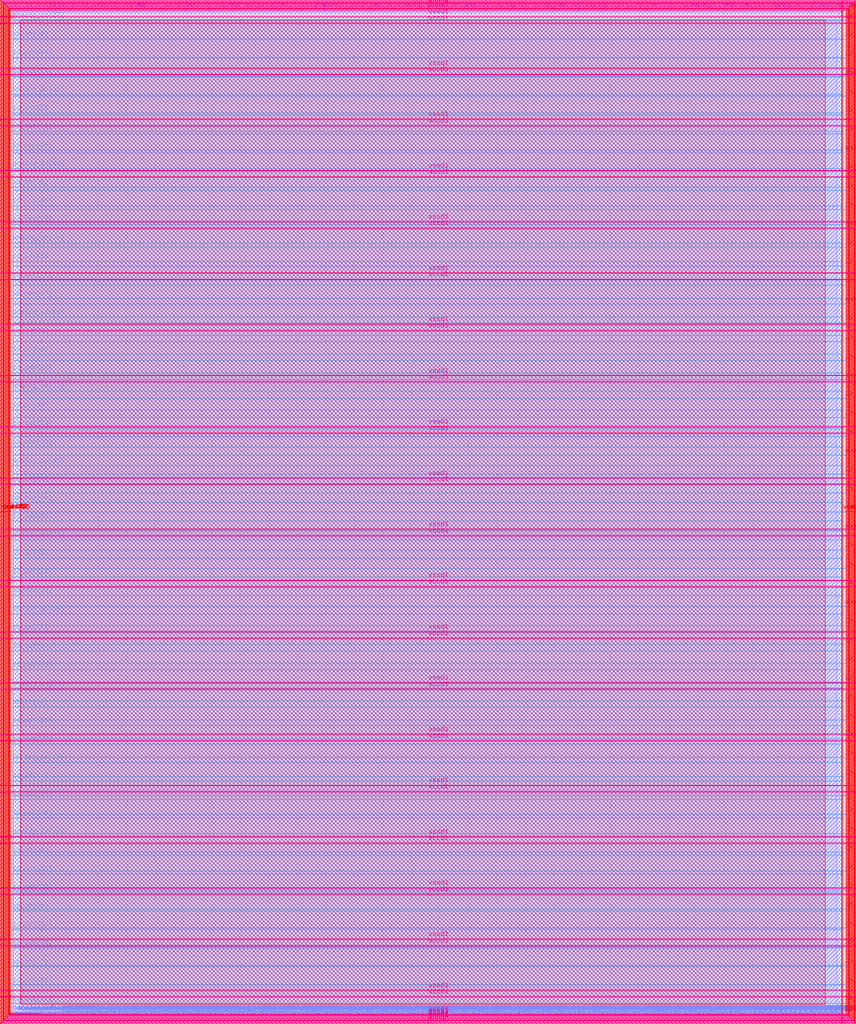
<source format=lef>
VERSION 5.7 ;
  NOWIREEXTENSIONATPIN ON ;
  DIVIDERCHAR "/" ;
  BUSBITCHARS "[]" ;
MACRO user_project_wrapper
  CLASS BLOCK ;
  FOREIGN user_project_wrapper ;
  ORIGIN 0.000 0.000 ;
  SIZE 2920.000 BY 3520.000 ;
  PIN analog_io[0]
    DIRECTION INOUT ;
    USE SIGNAL ;
    PORT
      LAYER met3 ;
        RECT 2917.600 1426.380 2924.800 1427.580 ;
    END
  END analog_io[0]
  PIN analog_io[10]
    DIRECTION INOUT ;
    USE SIGNAL ;
    PORT
      LAYER met2 ;
        RECT 2230.490 3517.600 2231.050 3524.800 ;
    END
  END analog_io[10]
  PIN analog_io[11]
    DIRECTION INOUT ;
    USE SIGNAL ;
    PORT
      LAYER met2 ;
        RECT 1905.730 3517.600 1906.290 3524.800 ;
    END
  END analog_io[11]
  PIN analog_io[12]
    DIRECTION INOUT ;
    USE SIGNAL ;
    PORT
      LAYER met2 ;
        RECT 1581.430 3517.600 1581.990 3524.800 ;
    END
  END analog_io[12]
  PIN analog_io[13]
    DIRECTION INOUT ;
    USE SIGNAL ;
    PORT
      LAYER met2 ;
        RECT 1257.130 3517.600 1257.690 3524.800 ;
    END
  END analog_io[13]
  PIN analog_io[14]
    DIRECTION INOUT ;
    USE SIGNAL ;
    PORT
      LAYER met2 ;
        RECT 932.370 3517.600 932.930 3524.800 ;
    END
  END analog_io[14]
  PIN analog_io[15]
    DIRECTION INOUT ;
    USE SIGNAL ;
    PORT
      LAYER met2 ;
        RECT 608.070 3517.600 608.630 3524.800 ;
    END
  END analog_io[15]
  PIN analog_io[16]
    DIRECTION INOUT ;
    USE SIGNAL ;
    PORT
      LAYER met2 ;
        RECT 283.770 3517.600 284.330 3524.800 ;
    END
  END analog_io[16]
  PIN analog_io[17]
    DIRECTION INOUT ;
    USE SIGNAL ;
    PORT
      LAYER met3 ;
        RECT -4.800 3486.100 2.400 3487.300 ;
    END
  END analog_io[17]
  PIN analog_io[18]
    DIRECTION INOUT ;
    USE SIGNAL ;
    PORT
      LAYER met3 ;
        RECT -4.800 3224.980 2.400 3226.180 ;
    END
  END analog_io[18]
  PIN analog_io[19]
    DIRECTION INOUT ;
    USE SIGNAL ;
    PORT
      LAYER met3 ;
        RECT -4.800 2964.540 2.400 2965.740 ;
    END
  END analog_io[19]
  PIN analog_io[1]
    DIRECTION INOUT ;
    USE SIGNAL ;
    PORT
      LAYER met3 ;
        RECT 2917.600 1692.260 2924.800 1693.460 ;
    END
  END analog_io[1]
  PIN analog_io[20]
    DIRECTION INOUT ;
    USE SIGNAL ;
    PORT
      LAYER met3 ;
        RECT -4.800 2703.420 2.400 2704.620 ;
    END
  END analog_io[20]
  PIN analog_io[21]
    DIRECTION INOUT ;
    USE SIGNAL ;
    PORT
      LAYER met3 ;
        RECT -4.800 2442.980 2.400 2444.180 ;
    END
  END analog_io[21]
  PIN analog_io[22]
    DIRECTION INOUT ;
    USE SIGNAL ;
    PORT
      LAYER met3 ;
        RECT -4.800 2182.540 2.400 2183.740 ;
    END
  END analog_io[22]
  PIN analog_io[23]
    DIRECTION INOUT ;
    USE SIGNAL ;
    PORT
      LAYER met3 ;
        RECT -4.800 1921.420 2.400 1922.620 ;
    END
  END analog_io[23]
  PIN analog_io[24]
    DIRECTION INOUT ;
    USE SIGNAL ;
    PORT
      LAYER met3 ;
        RECT -4.800 1660.980 2.400 1662.180 ;
    END
  END analog_io[24]
  PIN analog_io[25]
    DIRECTION INOUT ;
    USE SIGNAL ;
    PORT
      LAYER met3 ;
        RECT -4.800 1399.860 2.400 1401.060 ;
    END
  END analog_io[25]
  PIN analog_io[26]
    DIRECTION INOUT ;
    USE SIGNAL ;
    PORT
      LAYER met3 ;
        RECT -4.800 1139.420 2.400 1140.620 ;
    END
  END analog_io[26]
  PIN analog_io[27]
    DIRECTION INOUT ;
    USE SIGNAL ;
    PORT
      LAYER met3 ;
        RECT -4.800 878.980 2.400 880.180 ;
    END
  END analog_io[27]
  PIN analog_io[28]
    DIRECTION INOUT ;
    USE SIGNAL ;
    PORT
      LAYER met3 ;
        RECT -4.800 617.860 2.400 619.060 ;
    END
  END analog_io[28]
  PIN analog_io[2]
    DIRECTION INOUT ;
    USE SIGNAL ;
    PORT
      LAYER met3 ;
        RECT 2917.600 1958.140 2924.800 1959.340 ;
    END
  END analog_io[2]
  PIN analog_io[3]
    DIRECTION INOUT ;
    USE SIGNAL ;
    PORT
      LAYER met3 ;
        RECT 2917.600 2223.340 2924.800 2224.540 ;
    END
  END analog_io[3]
  PIN analog_io[4]
    DIRECTION INOUT ;
    USE SIGNAL ;
    PORT
      LAYER met3 ;
        RECT 2917.600 2489.220 2924.800 2490.420 ;
    END
  END analog_io[4]
  PIN analog_io[5]
    DIRECTION INOUT ;
    USE SIGNAL ;
    PORT
      LAYER met3 ;
        RECT 2917.600 2755.100 2924.800 2756.300 ;
    END
  END analog_io[5]
  PIN analog_io[6]
    DIRECTION INOUT ;
    USE SIGNAL ;
    PORT
      LAYER met3 ;
        RECT 2917.600 3020.300 2924.800 3021.500 ;
    END
  END analog_io[6]
  PIN analog_io[7]
    DIRECTION INOUT ;
    USE SIGNAL ;
    PORT
      LAYER met3 ;
        RECT 2917.600 3286.180 2924.800 3287.380 ;
    END
  END analog_io[7]
  PIN analog_io[8]
    DIRECTION INOUT ;
    USE SIGNAL ;
    PORT
      LAYER met2 ;
        RECT 2879.090 3517.600 2879.650 3524.800 ;
    END
  END analog_io[8]
  PIN analog_io[9]
    DIRECTION INOUT ;
    USE SIGNAL ;
    PORT
      LAYER met2 ;
        RECT 2554.790 3517.600 2555.350 3524.800 ;
    END
  END analog_io[9]
  PIN io_in[0]
    DIRECTION INPUT ;
    USE SIGNAL ;
    PORT
      LAYER met3 ;
        RECT 2917.600 32.380 2924.800 33.580 ;
    END
  END io_in[0]
  PIN io_in[10]
    DIRECTION INPUT ;
    USE SIGNAL ;
    PORT
      LAYER met3 ;
        RECT 2917.600 2289.980 2924.800 2291.180 ;
    END
  END io_in[10]
  PIN io_in[11]
    DIRECTION INPUT ;
    USE SIGNAL ;
    PORT
      LAYER met3 ;
        RECT 2917.600 2555.860 2924.800 2557.060 ;
    END
  END io_in[11]
  PIN io_in[12]
    DIRECTION INPUT ;
    USE SIGNAL ;
    PORT
      LAYER met3 ;
        RECT 2917.600 2821.060 2924.800 2822.260 ;
    END
  END io_in[12]
  PIN io_in[13]
    DIRECTION INPUT ;
    USE SIGNAL ;
    PORT
      LAYER met3 ;
        RECT 2917.600 3086.940 2924.800 3088.140 ;
    END
  END io_in[13]
  PIN io_in[14]
    DIRECTION INPUT ;
    USE SIGNAL ;
    PORT
      LAYER met3 ;
        RECT 2917.600 3352.820 2924.800 3354.020 ;
    END
  END io_in[14]
  PIN io_in[15]
    DIRECTION INPUT ;
    USE SIGNAL ;
    PORT
      LAYER met2 ;
        RECT 2798.130 3517.600 2798.690 3524.800 ;
    END
  END io_in[15]
  PIN io_in[16]
    DIRECTION INPUT ;
    USE SIGNAL ;
    PORT
      LAYER met2 ;
        RECT 2473.830 3517.600 2474.390 3524.800 ;
    END
  END io_in[16]
  PIN io_in[17]
    DIRECTION INPUT ;
    USE SIGNAL ;
    PORT
      LAYER met2 ;
        RECT 2149.070 3517.600 2149.630 3524.800 ;
    END
  END io_in[17]
  PIN io_in[18]
    DIRECTION INPUT ;
    USE SIGNAL ;
    PORT
      LAYER met2 ;
        RECT 1824.770 3517.600 1825.330 3524.800 ;
    END
  END io_in[18]
  PIN io_in[19]
    DIRECTION INPUT ;
    USE SIGNAL ;
    PORT
      LAYER met2 ;
        RECT 1500.470 3517.600 1501.030 3524.800 ;
    END
  END io_in[19]
  PIN io_in[1]
    DIRECTION INPUT ;
    USE SIGNAL ;
    PORT
      LAYER met3 ;
        RECT 2917.600 230.940 2924.800 232.140 ;
    END
  END io_in[1]
  PIN io_in[20]
    DIRECTION INPUT ;
    USE SIGNAL ;
    PORT
      LAYER met2 ;
        RECT 1175.710 3517.600 1176.270 3524.800 ;
    END
  END io_in[20]
  PIN io_in[21]
    DIRECTION INPUT ;
    USE SIGNAL ;
    PORT
      LAYER met2 ;
        RECT 851.410 3517.600 851.970 3524.800 ;
    END
  END io_in[21]
  PIN io_in[22]
    DIRECTION INPUT ;
    USE SIGNAL ;
    PORT
      LAYER met2 ;
        RECT 527.110 3517.600 527.670 3524.800 ;
    END
  END io_in[22]
  PIN io_in[23]
    DIRECTION INPUT ;
    USE SIGNAL ;
    PORT
      LAYER met2 ;
        RECT 202.350 3517.600 202.910 3524.800 ;
    END
  END io_in[23]
  PIN io_in[24]
    DIRECTION INPUT ;
    USE SIGNAL ;
    PORT
      LAYER met3 ;
        RECT -4.800 3420.820 2.400 3422.020 ;
    END
  END io_in[24]
  PIN io_in[25]
    DIRECTION INPUT ;
    USE SIGNAL ;
    PORT
      LAYER met3 ;
        RECT -4.800 3159.700 2.400 3160.900 ;
    END
  END io_in[25]
  PIN io_in[26]
    DIRECTION INPUT ;
    USE SIGNAL ;
    PORT
      LAYER met3 ;
        RECT -4.800 2899.260 2.400 2900.460 ;
    END
  END io_in[26]
  PIN io_in[27]
    DIRECTION INPUT ;
    USE SIGNAL ;
    PORT
      LAYER met3 ;
        RECT -4.800 2638.820 2.400 2640.020 ;
    END
  END io_in[27]
  PIN io_in[28]
    DIRECTION INPUT ;
    USE SIGNAL ;
    PORT
      LAYER met3 ;
        RECT -4.800 2377.700 2.400 2378.900 ;
    END
  END io_in[28]
  PIN io_in[29]
    DIRECTION INPUT ;
    USE SIGNAL ;
    PORT
      LAYER met3 ;
        RECT -4.800 2117.260 2.400 2118.460 ;
    END
  END io_in[29]
  PIN io_in[2]
    DIRECTION INPUT ;
    USE SIGNAL ;
    PORT
      LAYER met3 ;
        RECT 2917.600 430.180 2924.800 431.380 ;
    END
  END io_in[2]
  PIN io_in[30]
    DIRECTION INPUT ;
    USE SIGNAL ;
    PORT
      LAYER met3 ;
        RECT -4.800 1856.140 2.400 1857.340 ;
    END
  END io_in[30]
  PIN io_in[31]
    DIRECTION INPUT ;
    USE SIGNAL ;
    PORT
      LAYER met3 ;
        RECT -4.800 1595.700 2.400 1596.900 ;
    END
  END io_in[31]
  PIN io_in[32]
    DIRECTION INPUT ;
    USE SIGNAL ;
    PORT
      LAYER met3 ;
        RECT -4.800 1335.260 2.400 1336.460 ;
    END
  END io_in[32]
  PIN io_in[33]
    DIRECTION INPUT ;
    USE SIGNAL ;
    PORT
      LAYER met3 ;
        RECT -4.800 1074.140 2.400 1075.340 ;
    END
  END io_in[33]
  PIN io_in[34]
    DIRECTION INPUT ;
    USE SIGNAL ;
    PORT
      LAYER met3 ;
        RECT -4.800 813.700 2.400 814.900 ;
    END
  END io_in[34]
  PIN io_in[35]
    DIRECTION INPUT ;
    USE SIGNAL ;
    PORT
      LAYER met3 ;
        RECT -4.800 552.580 2.400 553.780 ;
    END
  END io_in[35]
  PIN io_in[36]
    DIRECTION INPUT ;
    USE SIGNAL ;
    PORT
      LAYER met3 ;
        RECT -4.800 357.420 2.400 358.620 ;
    END
  END io_in[36]
  PIN io_in[37]
    DIRECTION INPUT ;
    USE SIGNAL ;
    PORT
      LAYER met3 ;
        RECT -4.800 161.580 2.400 162.780 ;
    END
  END io_in[37]
  PIN io_in[3]
    DIRECTION INPUT ;
    USE SIGNAL ;
    PORT
      LAYER met3 ;
        RECT 2917.600 629.420 2924.800 630.620 ;
    END
  END io_in[3]
  PIN io_in[4]
    DIRECTION INPUT ;
    USE SIGNAL ;
    PORT
      LAYER met3 ;
        RECT 2917.600 828.660 2924.800 829.860 ;
    END
  END io_in[4]
  PIN io_in[5]
    DIRECTION INPUT ;
    USE SIGNAL ;
    PORT
      LAYER met3 ;
        RECT 2917.600 1027.900 2924.800 1029.100 ;
    END
  END io_in[5]
  PIN io_in[6]
    DIRECTION INPUT ;
    USE SIGNAL ;
    PORT
      LAYER met3 ;
        RECT 2917.600 1227.140 2924.800 1228.340 ;
    END
  END io_in[6]
  PIN io_in[7]
    DIRECTION INPUT ;
    USE SIGNAL ;
    PORT
      LAYER met3 ;
        RECT 2917.600 1493.020 2924.800 1494.220 ;
    END
  END io_in[7]
  PIN io_in[8]
    DIRECTION INPUT ;
    USE SIGNAL ;
    PORT
      LAYER met3 ;
        RECT 2917.600 1758.900 2924.800 1760.100 ;
    END
  END io_in[8]
  PIN io_in[9]
    DIRECTION INPUT ;
    USE SIGNAL ;
    PORT
      LAYER met3 ;
        RECT 2917.600 2024.100 2924.800 2025.300 ;
    END
  END io_in[9]
  PIN io_oeb[0]
    DIRECTION OUTPUT TRISTATE ;
    USE SIGNAL ;
    PORT
      LAYER met3 ;
        RECT 2917.600 164.980 2924.800 166.180 ;
    END
  END io_oeb[0]
  PIN io_oeb[10]
    DIRECTION OUTPUT TRISTATE ;
    USE SIGNAL ;
    PORT
      LAYER met3 ;
        RECT 2917.600 2422.580 2924.800 2423.780 ;
    END
  END io_oeb[10]
  PIN io_oeb[11]
    DIRECTION OUTPUT TRISTATE ;
    USE SIGNAL ;
    PORT
      LAYER met3 ;
        RECT 2917.600 2688.460 2924.800 2689.660 ;
    END
  END io_oeb[11]
  PIN io_oeb[12]
    DIRECTION OUTPUT TRISTATE ;
    USE SIGNAL ;
    PORT
      LAYER met3 ;
        RECT 2917.600 2954.340 2924.800 2955.540 ;
    END
  END io_oeb[12]
  PIN io_oeb[13]
    DIRECTION OUTPUT TRISTATE ;
    USE SIGNAL ;
    PORT
      LAYER met3 ;
        RECT 2917.600 3219.540 2924.800 3220.740 ;
    END
  END io_oeb[13]
  PIN io_oeb[14]
    DIRECTION OUTPUT TRISTATE ;
    USE SIGNAL ;
    PORT
      LAYER met3 ;
        RECT 2917.600 3485.420 2924.800 3486.620 ;
    END
  END io_oeb[14]
  PIN io_oeb[15]
    DIRECTION OUTPUT TRISTATE ;
    USE SIGNAL ;
    PORT
      LAYER met2 ;
        RECT 2635.750 3517.600 2636.310 3524.800 ;
    END
  END io_oeb[15]
  PIN io_oeb[16]
    DIRECTION OUTPUT TRISTATE ;
    USE SIGNAL ;
    PORT
      LAYER met2 ;
        RECT 2311.450 3517.600 2312.010 3524.800 ;
    END
  END io_oeb[16]
  PIN io_oeb[17]
    DIRECTION OUTPUT TRISTATE ;
    USE SIGNAL ;
    PORT
      LAYER met2 ;
        RECT 1987.150 3517.600 1987.710 3524.800 ;
    END
  END io_oeb[17]
  PIN io_oeb[18]
    DIRECTION OUTPUT TRISTATE ;
    USE SIGNAL ;
    PORT
      LAYER met2 ;
        RECT 1662.390 3517.600 1662.950 3524.800 ;
    END
  END io_oeb[18]
  PIN io_oeb[19]
    DIRECTION OUTPUT TRISTATE ;
    USE SIGNAL ;
    PORT
      LAYER met2 ;
        RECT 1338.090 3517.600 1338.650 3524.800 ;
    END
  END io_oeb[19]
  PIN io_oeb[1]
    DIRECTION OUTPUT TRISTATE ;
    USE SIGNAL ;
    PORT
      LAYER met3 ;
        RECT 2917.600 364.220 2924.800 365.420 ;
    END
  END io_oeb[1]
  PIN io_oeb[20]
    DIRECTION OUTPUT TRISTATE ;
    USE SIGNAL ;
    PORT
      LAYER met2 ;
        RECT 1013.790 3517.600 1014.350 3524.800 ;
    END
  END io_oeb[20]
  PIN io_oeb[21]
    DIRECTION OUTPUT TRISTATE ;
    USE SIGNAL ;
    PORT
      LAYER met2 ;
        RECT 689.030 3517.600 689.590 3524.800 ;
    END
  END io_oeb[21]
  PIN io_oeb[22]
    DIRECTION OUTPUT TRISTATE ;
    USE SIGNAL ;
    PORT
      LAYER met2 ;
        RECT 364.730 3517.600 365.290 3524.800 ;
    END
  END io_oeb[22]
  PIN io_oeb[23]
    DIRECTION OUTPUT TRISTATE ;
    USE SIGNAL ;
    PORT
      LAYER met2 ;
        RECT 40.430 3517.600 40.990 3524.800 ;
    END
  END io_oeb[23]
  PIN io_oeb[24]
    DIRECTION OUTPUT TRISTATE ;
    USE SIGNAL ;
    PORT
      LAYER met3 ;
        RECT -4.800 3290.260 2.400 3291.460 ;
    END
  END io_oeb[24]
  PIN io_oeb[25]
    DIRECTION OUTPUT TRISTATE ;
    USE SIGNAL ;
    PORT
      LAYER met3 ;
        RECT -4.800 3029.820 2.400 3031.020 ;
    END
  END io_oeb[25]
  PIN io_oeb[26]
    DIRECTION OUTPUT TRISTATE ;
    USE SIGNAL ;
    PORT
      LAYER met3 ;
        RECT -4.800 2768.700 2.400 2769.900 ;
    END
  END io_oeb[26]
  PIN io_oeb[27]
    DIRECTION OUTPUT TRISTATE ;
    USE SIGNAL ;
    PORT
      LAYER met3 ;
        RECT -4.800 2508.260 2.400 2509.460 ;
    END
  END io_oeb[27]
  PIN io_oeb[28]
    DIRECTION OUTPUT TRISTATE ;
    USE SIGNAL ;
    PORT
      LAYER met3 ;
        RECT -4.800 2247.140 2.400 2248.340 ;
    END
  END io_oeb[28]
  PIN io_oeb[29]
    DIRECTION OUTPUT TRISTATE ;
    USE SIGNAL ;
    PORT
      LAYER met3 ;
        RECT -4.800 1986.700 2.400 1987.900 ;
    END
  END io_oeb[29]
  PIN io_oeb[2]
    DIRECTION OUTPUT TRISTATE ;
    USE SIGNAL ;
    PORT
      LAYER met3 ;
        RECT 2917.600 563.460 2924.800 564.660 ;
    END
  END io_oeb[2]
  PIN io_oeb[30]
    DIRECTION OUTPUT TRISTATE ;
    USE SIGNAL ;
    PORT
      LAYER met3 ;
        RECT -4.800 1726.260 2.400 1727.460 ;
    END
  END io_oeb[30]
  PIN io_oeb[31]
    DIRECTION OUTPUT TRISTATE ;
    USE SIGNAL ;
    PORT
      LAYER met3 ;
        RECT -4.800 1465.140 2.400 1466.340 ;
    END
  END io_oeb[31]
  PIN io_oeb[32]
    DIRECTION OUTPUT TRISTATE ;
    USE SIGNAL ;
    PORT
      LAYER met3 ;
        RECT -4.800 1204.700 2.400 1205.900 ;
    END
  END io_oeb[32]
  PIN io_oeb[33]
    DIRECTION OUTPUT TRISTATE ;
    USE SIGNAL ;
    PORT
      LAYER met3 ;
        RECT -4.800 943.580 2.400 944.780 ;
    END
  END io_oeb[33]
  PIN io_oeb[34]
    DIRECTION OUTPUT TRISTATE ;
    USE SIGNAL ;
    PORT
      LAYER met3 ;
        RECT -4.800 683.140 2.400 684.340 ;
    END
  END io_oeb[34]
  PIN io_oeb[35]
    DIRECTION OUTPUT TRISTATE ;
    USE SIGNAL ;
    PORT
      LAYER met3 ;
        RECT -4.800 422.700 2.400 423.900 ;
    END
  END io_oeb[35]
  PIN io_oeb[36]
    DIRECTION OUTPUT TRISTATE ;
    USE SIGNAL ;
    PORT
      LAYER met3 ;
        RECT -4.800 226.860 2.400 228.060 ;
    END
  END io_oeb[36]
  PIN io_oeb[37]
    DIRECTION OUTPUT TRISTATE ;
    USE SIGNAL ;
    PORT
      LAYER met3 ;
        RECT -4.800 31.700 2.400 32.900 ;
    END
  END io_oeb[37]
  PIN io_oeb[3]
    DIRECTION OUTPUT TRISTATE ;
    USE SIGNAL ;
    PORT
      LAYER met3 ;
        RECT 2917.600 762.700 2924.800 763.900 ;
    END
  END io_oeb[3]
  PIN io_oeb[4]
    DIRECTION OUTPUT TRISTATE ;
    USE SIGNAL ;
    PORT
      LAYER met3 ;
        RECT 2917.600 961.940 2924.800 963.140 ;
    END
  END io_oeb[4]
  PIN io_oeb[5]
    DIRECTION OUTPUT TRISTATE ;
    USE SIGNAL ;
    PORT
      LAYER met3 ;
        RECT 2917.600 1161.180 2924.800 1162.380 ;
    END
  END io_oeb[5]
  PIN io_oeb[6]
    DIRECTION OUTPUT TRISTATE ;
    USE SIGNAL ;
    PORT
      LAYER met3 ;
        RECT 2917.600 1360.420 2924.800 1361.620 ;
    END
  END io_oeb[6]
  PIN io_oeb[7]
    DIRECTION OUTPUT TRISTATE ;
    USE SIGNAL ;
    PORT
      LAYER met3 ;
        RECT 2917.600 1625.620 2924.800 1626.820 ;
    END
  END io_oeb[7]
  PIN io_oeb[8]
    DIRECTION OUTPUT TRISTATE ;
    USE SIGNAL ;
    PORT
      LAYER met3 ;
        RECT 2917.600 1891.500 2924.800 1892.700 ;
    END
  END io_oeb[8]
  PIN io_oeb[9]
    DIRECTION OUTPUT TRISTATE ;
    USE SIGNAL ;
    PORT
      LAYER met3 ;
        RECT 2917.600 2157.380 2924.800 2158.580 ;
    END
  END io_oeb[9]
  PIN io_out[0]
    DIRECTION OUTPUT TRISTATE ;
    USE SIGNAL ;
    PORT
      LAYER met3 ;
        RECT 2917.600 98.340 2924.800 99.540 ;
    END
  END io_out[0]
  PIN io_out[10]
    DIRECTION OUTPUT TRISTATE ;
    USE SIGNAL ;
    PORT
      LAYER met3 ;
        RECT 2917.600 2356.620 2924.800 2357.820 ;
    END
  END io_out[10]
  PIN io_out[11]
    DIRECTION OUTPUT TRISTATE ;
    USE SIGNAL ;
    PORT
      LAYER met3 ;
        RECT 2917.600 2621.820 2924.800 2623.020 ;
    END
  END io_out[11]
  PIN io_out[12]
    DIRECTION OUTPUT TRISTATE ;
    USE SIGNAL ;
    PORT
      LAYER met3 ;
        RECT 2917.600 2887.700 2924.800 2888.900 ;
    END
  END io_out[12]
  PIN io_out[13]
    DIRECTION OUTPUT TRISTATE ;
    USE SIGNAL ;
    PORT
      LAYER met3 ;
        RECT 2917.600 3153.580 2924.800 3154.780 ;
    END
  END io_out[13]
  PIN io_out[14]
    DIRECTION OUTPUT TRISTATE ;
    USE SIGNAL ;
    PORT
      LAYER met3 ;
        RECT 2917.600 3418.780 2924.800 3419.980 ;
    END
  END io_out[14]
  PIN io_out[15]
    DIRECTION OUTPUT TRISTATE ;
    USE SIGNAL ;
    PORT
      LAYER met2 ;
        RECT 2717.170 3517.600 2717.730 3524.800 ;
    END
  END io_out[15]
  PIN io_out[16]
    DIRECTION OUTPUT TRISTATE ;
    USE SIGNAL ;
    PORT
      LAYER met2 ;
        RECT 2392.410 3517.600 2392.970 3524.800 ;
    END
  END io_out[16]
  PIN io_out[17]
    DIRECTION OUTPUT TRISTATE ;
    USE SIGNAL ;
    PORT
      LAYER met2 ;
        RECT 2068.110 3517.600 2068.670 3524.800 ;
    END
  END io_out[17]
  PIN io_out[18]
    DIRECTION OUTPUT TRISTATE ;
    USE SIGNAL ;
    PORT
      LAYER met2 ;
        RECT 1743.810 3517.600 1744.370 3524.800 ;
    END
  END io_out[18]
  PIN io_out[19]
    DIRECTION OUTPUT TRISTATE ;
    USE SIGNAL ;
    PORT
      LAYER met2 ;
        RECT 1419.050 3517.600 1419.610 3524.800 ;
    END
  END io_out[19]
  PIN io_out[1]
    DIRECTION OUTPUT TRISTATE ;
    USE SIGNAL ;
    PORT
      LAYER met3 ;
        RECT 2917.600 297.580 2924.800 298.780 ;
    END
  END io_out[1]
  PIN io_out[20]
    DIRECTION OUTPUT TRISTATE ;
    USE SIGNAL ;
    PORT
      LAYER met2 ;
        RECT 1094.750 3517.600 1095.310 3524.800 ;
    END
  END io_out[20]
  PIN io_out[21]
    DIRECTION OUTPUT TRISTATE ;
    USE SIGNAL ;
    PORT
      LAYER met2 ;
        RECT 770.450 3517.600 771.010 3524.800 ;
    END
  END io_out[21]
  PIN io_out[22]
    DIRECTION OUTPUT TRISTATE ;
    USE SIGNAL ;
    PORT
      LAYER met2 ;
        RECT 445.690 3517.600 446.250 3524.800 ;
    END
  END io_out[22]
  PIN io_out[23]
    DIRECTION OUTPUT TRISTATE ;
    USE SIGNAL ;
    PORT
      LAYER met2 ;
        RECT 121.390 3517.600 121.950 3524.800 ;
    END
  END io_out[23]
  PIN io_out[24]
    DIRECTION OUTPUT TRISTATE ;
    USE SIGNAL ;
    PORT
      LAYER met3 ;
        RECT -4.800 3355.540 2.400 3356.740 ;
    END
  END io_out[24]
  PIN io_out[25]
    DIRECTION OUTPUT TRISTATE ;
    USE SIGNAL ;
    PORT
      LAYER met3 ;
        RECT -4.800 3095.100 2.400 3096.300 ;
    END
  END io_out[25]
  PIN io_out[26]
    DIRECTION OUTPUT TRISTATE ;
    USE SIGNAL ;
    PORT
      LAYER met3 ;
        RECT -4.800 2833.980 2.400 2835.180 ;
    END
  END io_out[26]
  PIN io_out[27]
    DIRECTION OUTPUT TRISTATE ;
    USE SIGNAL ;
    PORT
      LAYER met3 ;
        RECT -4.800 2573.540 2.400 2574.740 ;
    END
  END io_out[27]
  PIN io_out[28]
    DIRECTION OUTPUT TRISTATE ;
    USE SIGNAL ;
    PORT
      LAYER met3 ;
        RECT -4.800 2312.420 2.400 2313.620 ;
    END
  END io_out[28]
  PIN io_out[29]
    DIRECTION OUTPUT TRISTATE ;
    USE SIGNAL ;
    PORT
      LAYER met3 ;
        RECT -4.800 2051.980 2.400 2053.180 ;
    END
  END io_out[29]
  PIN io_out[2]
    DIRECTION OUTPUT TRISTATE ;
    USE SIGNAL ;
    PORT
      LAYER met3 ;
        RECT 2917.600 496.820 2924.800 498.020 ;
    END
  END io_out[2]
  PIN io_out[30]
    DIRECTION OUTPUT TRISTATE ;
    USE SIGNAL ;
    PORT
      LAYER met3 ;
        RECT -4.800 1791.540 2.400 1792.740 ;
    END
  END io_out[30]
  PIN io_out[31]
    DIRECTION OUTPUT TRISTATE ;
    USE SIGNAL ;
    PORT
      LAYER met3 ;
        RECT -4.800 1530.420 2.400 1531.620 ;
    END
  END io_out[31]
  PIN io_out[32]
    DIRECTION OUTPUT TRISTATE ;
    USE SIGNAL ;
    PORT
      LAYER met3 ;
        RECT -4.800 1269.980 2.400 1271.180 ;
    END
  END io_out[32]
  PIN io_out[33]
    DIRECTION OUTPUT TRISTATE ;
    USE SIGNAL ;
    PORT
      LAYER met3 ;
        RECT -4.800 1008.860 2.400 1010.060 ;
    END
  END io_out[33]
  PIN io_out[34]
    DIRECTION OUTPUT TRISTATE ;
    USE SIGNAL ;
    PORT
      LAYER met3 ;
        RECT -4.800 748.420 2.400 749.620 ;
    END
  END io_out[34]
  PIN io_out[35]
    DIRECTION OUTPUT TRISTATE ;
    USE SIGNAL ;
    PORT
      LAYER met3 ;
        RECT -4.800 487.300 2.400 488.500 ;
    END
  END io_out[35]
  PIN io_out[36]
    DIRECTION OUTPUT TRISTATE ;
    USE SIGNAL ;
    PORT
      LAYER met3 ;
        RECT -4.800 292.140 2.400 293.340 ;
    END
  END io_out[36]
  PIN io_out[37]
    DIRECTION OUTPUT TRISTATE ;
    USE SIGNAL ;
    PORT
      LAYER met3 ;
        RECT -4.800 96.300 2.400 97.500 ;
    END
  END io_out[37]
  PIN io_out[3]
    DIRECTION OUTPUT TRISTATE ;
    USE SIGNAL ;
    PORT
      LAYER met3 ;
        RECT 2917.600 696.060 2924.800 697.260 ;
    END
  END io_out[3]
  PIN io_out[4]
    DIRECTION OUTPUT TRISTATE ;
    USE SIGNAL ;
    PORT
      LAYER met3 ;
        RECT 2917.600 895.300 2924.800 896.500 ;
    END
  END io_out[4]
  PIN io_out[5]
    DIRECTION OUTPUT TRISTATE ;
    USE SIGNAL ;
    PORT
      LAYER met3 ;
        RECT 2917.600 1094.540 2924.800 1095.740 ;
    END
  END io_out[5]
  PIN io_out[6]
    DIRECTION OUTPUT TRISTATE ;
    USE SIGNAL ;
    PORT
      LAYER met3 ;
        RECT 2917.600 1293.780 2924.800 1294.980 ;
    END
  END io_out[6]
  PIN io_out[7]
    DIRECTION OUTPUT TRISTATE ;
    USE SIGNAL ;
    PORT
      LAYER met3 ;
        RECT 2917.600 1559.660 2924.800 1560.860 ;
    END
  END io_out[7]
  PIN io_out[8]
    DIRECTION OUTPUT TRISTATE ;
    USE SIGNAL ;
    PORT
      LAYER met3 ;
        RECT 2917.600 1824.860 2924.800 1826.060 ;
    END
  END io_out[8]
  PIN io_out[9]
    DIRECTION OUTPUT TRISTATE ;
    USE SIGNAL ;
    PORT
      LAYER met3 ;
        RECT 2917.600 2090.740 2924.800 2091.940 ;
    END
  END io_out[9]
  PIN la_data_in[0]
    DIRECTION INPUT ;
    USE SIGNAL ;
    PORT
      LAYER met2 ;
        RECT 629.230 -4.800 629.790 2.400 ;
    END
  END la_data_in[0]
  PIN la_data_in[100]
    DIRECTION INPUT ;
    USE SIGNAL ;
    PORT
      LAYER met2 ;
        RECT 2402.530 -4.800 2403.090 2.400 ;
    END
  END la_data_in[100]
  PIN la_data_in[101]
    DIRECTION INPUT ;
    USE SIGNAL ;
    PORT
      LAYER met2 ;
        RECT 2420.010 -4.800 2420.570 2.400 ;
    END
  END la_data_in[101]
  PIN la_data_in[102]
    DIRECTION INPUT ;
    USE SIGNAL ;
    PORT
      LAYER met2 ;
        RECT 2437.950 -4.800 2438.510 2.400 ;
    END
  END la_data_in[102]
  PIN la_data_in[103]
    DIRECTION INPUT ;
    USE SIGNAL ;
    PORT
      LAYER met2 ;
        RECT 2455.430 -4.800 2455.990 2.400 ;
    END
  END la_data_in[103]
  PIN la_data_in[104]
    DIRECTION INPUT ;
    USE SIGNAL ;
    PORT
      LAYER met2 ;
        RECT 2473.370 -4.800 2473.930 2.400 ;
    END
  END la_data_in[104]
  PIN la_data_in[105]
    DIRECTION INPUT ;
    USE SIGNAL ;
    PORT
      LAYER met2 ;
        RECT 2490.850 -4.800 2491.410 2.400 ;
    END
  END la_data_in[105]
  PIN la_data_in[106]
    DIRECTION INPUT ;
    USE SIGNAL ;
    PORT
      LAYER met2 ;
        RECT 2508.790 -4.800 2509.350 2.400 ;
    END
  END la_data_in[106]
  PIN la_data_in[107]
    DIRECTION INPUT ;
    USE SIGNAL ;
    PORT
      LAYER met2 ;
        RECT 2526.730 -4.800 2527.290 2.400 ;
    END
  END la_data_in[107]
  PIN la_data_in[108]
    DIRECTION INPUT ;
    USE SIGNAL ;
    PORT
      LAYER met2 ;
        RECT 2544.210 -4.800 2544.770 2.400 ;
    END
  END la_data_in[108]
  PIN la_data_in[109]
    DIRECTION INPUT ;
    USE SIGNAL ;
    PORT
      LAYER met2 ;
        RECT 2562.150 -4.800 2562.710 2.400 ;
    END
  END la_data_in[109]
  PIN la_data_in[10]
    DIRECTION INPUT ;
    USE SIGNAL ;
    PORT
      LAYER met2 ;
        RECT 806.330 -4.800 806.890 2.400 ;
    END
  END la_data_in[10]
  PIN la_data_in[110]
    DIRECTION INPUT ;
    USE SIGNAL ;
    PORT
      LAYER met2 ;
        RECT 2579.630 -4.800 2580.190 2.400 ;
    END
  END la_data_in[110]
  PIN la_data_in[111]
    DIRECTION INPUT ;
    USE SIGNAL ;
    PORT
      LAYER met2 ;
        RECT 2597.570 -4.800 2598.130 2.400 ;
    END
  END la_data_in[111]
  PIN la_data_in[112]
    DIRECTION INPUT ;
    USE SIGNAL ;
    PORT
      LAYER met2 ;
        RECT 2615.050 -4.800 2615.610 2.400 ;
    END
  END la_data_in[112]
  PIN la_data_in[113]
    DIRECTION INPUT ;
    USE SIGNAL ;
    PORT
      LAYER met2 ;
        RECT 2632.990 -4.800 2633.550 2.400 ;
    END
  END la_data_in[113]
  PIN la_data_in[114]
    DIRECTION INPUT ;
    USE SIGNAL ;
    PORT
      LAYER met2 ;
        RECT 2650.470 -4.800 2651.030 2.400 ;
    END
  END la_data_in[114]
  PIN la_data_in[115]
    DIRECTION INPUT ;
    USE SIGNAL ;
    PORT
      LAYER met2 ;
        RECT 2668.410 -4.800 2668.970 2.400 ;
    END
  END la_data_in[115]
  PIN la_data_in[116]
    DIRECTION INPUT ;
    USE SIGNAL ;
    PORT
      LAYER met2 ;
        RECT 2685.890 -4.800 2686.450 2.400 ;
    END
  END la_data_in[116]
  PIN la_data_in[117]
    DIRECTION INPUT ;
    USE SIGNAL ;
    PORT
      LAYER met2 ;
        RECT 2703.830 -4.800 2704.390 2.400 ;
    END
  END la_data_in[117]
  PIN la_data_in[118]
    DIRECTION INPUT ;
    USE SIGNAL ;
    PORT
      LAYER met2 ;
        RECT 2721.770 -4.800 2722.330 2.400 ;
    END
  END la_data_in[118]
  PIN la_data_in[119]
    DIRECTION INPUT ;
    USE SIGNAL ;
    PORT
      LAYER met2 ;
        RECT 2739.250 -4.800 2739.810 2.400 ;
    END
  END la_data_in[119]
  PIN la_data_in[11]
    DIRECTION INPUT ;
    USE SIGNAL ;
    PORT
      LAYER met2 ;
        RECT 824.270 -4.800 824.830 2.400 ;
    END
  END la_data_in[11]
  PIN la_data_in[120]
    DIRECTION INPUT ;
    USE SIGNAL ;
    PORT
      LAYER met2 ;
        RECT 2757.190 -4.800 2757.750 2.400 ;
    END
  END la_data_in[120]
  PIN la_data_in[121]
    DIRECTION INPUT ;
    USE SIGNAL ;
    PORT
      LAYER met2 ;
        RECT 2774.670 -4.800 2775.230 2.400 ;
    END
  END la_data_in[121]
  PIN la_data_in[122]
    DIRECTION INPUT ;
    USE SIGNAL ;
    PORT
      LAYER met2 ;
        RECT 2792.610 -4.800 2793.170 2.400 ;
    END
  END la_data_in[122]
  PIN la_data_in[123]
    DIRECTION INPUT ;
    USE SIGNAL ;
    PORT
      LAYER met2 ;
        RECT 2810.090 -4.800 2810.650 2.400 ;
    END
  END la_data_in[123]
  PIN la_data_in[124]
    DIRECTION INPUT ;
    USE SIGNAL ;
    PORT
      LAYER met2 ;
        RECT 2828.030 -4.800 2828.590 2.400 ;
    END
  END la_data_in[124]
  PIN la_data_in[125]
    DIRECTION INPUT ;
    USE SIGNAL ;
    PORT
      LAYER met2 ;
        RECT 2845.510 -4.800 2846.070 2.400 ;
    END
  END la_data_in[125]
  PIN la_data_in[126]
    DIRECTION INPUT ;
    USE SIGNAL ;
    PORT
      LAYER met2 ;
        RECT 2863.450 -4.800 2864.010 2.400 ;
    END
  END la_data_in[126]
  PIN la_data_in[127]
    DIRECTION INPUT ;
    USE SIGNAL ;
    PORT
      LAYER met2 ;
        RECT 2881.390 -4.800 2881.950 2.400 ;
    END
  END la_data_in[127]
  PIN la_data_in[12]
    DIRECTION INPUT ;
    USE SIGNAL ;
    PORT
      LAYER met2 ;
        RECT 841.750 -4.800 842.310 2.400 ;
    END
  END la_data_in[12]
  PIN la_data_in[13]
    DIRECTION INPUT ;
    USE SIGNAL ;
    PORT
      LAYER met2 ;
        RECT 859.690 -4.800 860.250 2.400 ;
    END
  END la_data_in[13]
  PIN la_data_in[14]
    DIRECTION INPUT ;
    USE SIGNAL ;
    PORT
      LAYER met2 ;
        RECT 877.170 -4.800 877.730 2.400 ;
    END
  END la_data_in[14]
  PIN la_data_in[15]
    DIRECTION INPUT ;
    USE SIGNAL ;
    PORT
      LAYER met2 ;
        RECT 895.110 -4.800 895.670 2.400 ;
    END
  END la_data_in[15]
  PIN la_data_in[16]
    DIRECTION INPUT ;
    USE SIGNAL ;
    PORT
      LAYER met2 ;
        RECT 912.590 -4.800 913.150 2.400 ;
    END
  END la_data_in[16]
  PIN la_data_in[17]
    DIRECTION INPUT ;
    USE SIGNAL ;
    PORT
      LAYER met2 ;
        RECT 930.530 -4.800 931.090 2.400 ;
    END
  END la_data_in[17]
  PIN la_data_in[18]
    DIRECTION INPUT ;
    USE SIGNAL ;
    PORT
      LAYER met2 ;
        RECT 948.470 -4.800 949.030 2.400 ;
    END
  END la_data_in[18]
  PIN la_data_in[19]
    DIRECTION INPUT ;
    USE SIGNAL ;
    PORT
      LAYER met2 ;
        RECT 965.950 -4.800 966.510 2.400 ;
    END
  END la_data_in[19]
  PIN la_data_in[1]
    DIRECTION INPUT ;
    USE SIGNAL ;
    PORT
      LAYER met2 ;
        RECT 646.710 -4.800 647.270 2.400 ;
    END
  END la_data_in[1]
  PIN la_data_in[20]
    DIRECTION INPUT ;
    USE SIGNAL ;
    PORT
      LAYER met2 ;
        RECT 983.890 -4.800 984.450 2.400 ;
    END
  END la_data_in[20]
  PIN la_data_in[21]
    DIRECTION INPUT ;
    USE SIGNAL ;
    PORT
      LAYER met2 ;
        RECT 1001.370 -4.800 1001.930 2.400 ;
    END
  END la_data_in[21]
  PIN la_data_in[22]
    DIRECTION INPUT ;
    USE SIGNAL ;
    PORT
      LAYER met2 ;
        RECT 1019.310 -4.800 1019.870 2.400 ;
    END
  END la_data_in[22]
  PIN la_data_in[23]
    DIRECTION INPUT ;
    USE SIGNAL ;
    PORT
      LAYER met2 ;
        RECT 1036.790 -4.800 1037.350 2.400 ;
    END
  END la_data_in[23]
  PIN la_data_in[24]
    DIRECTION INPUT ;
    USE SIGNAL ;
    PORT
      LAYER met2 ;
        RECT 1054.730 -4.800 1055.290 2.400 ;
    END
  END la_data_in[24]
  PIN la_data_in[25]
    DIRECTION INPUT ;
    USE SIGNAL ;
    PORT
      LAYER met2 ;
        RECT 1072.210 -4.800 1072.770 2.400 ;
    END
  END la_data_in[25]
  PIN la_data_in[26]
    DIRECTION INPUT ;
    USE SIGNAL ;
    PORT
      LAYER met2 ;
        RECT 1090.150 -4.800 1090.710 2.400 ;
    END
  END la_data_in[26]
  PIN la_data_in[27]
    DIRECTION INPUT ;
    USE SIGNAL ;
    PORT
      LAYER met2 ;
        RECT 1107.630 -4.800 1108.190 2.400 ;
    END
  END la_data_in[27]
  PIN la_data_in[28]
    DIRECTION INPUT ;
    USE SIGNAL ;
    PORT
      LAYER met2 ;
        RECT 1125.570 -4.800 1126.130 2.400 ;
    END
  END la_data_in[28]
  PIN la_data_in[29]
    DIRECTION INPUT ;
    USE SIGNAL ;
    PORT
      LAYER met2 ;
        RECT 1143.510 -4.800 1144.070 2.400 ;
    END
  END la_data_in[29]
  PIN la_data_in[2]
    DIRECTION INPUT ;
    USE SIGNAL ;
    PORT
      LAYER met2 ;
        RECT 664.650 -4.800 665.210 2.400 ;
    END
  END la_data_in[2]
  PIN la_data_in[30]
    DIRECTION INPUT ;
    USE SIGNAL ;
    PORT
      LAYER met2 ;
        RECT 1160.990 -4.800 1161.550 2.400 ;
    END
  END la_data_in[30]
  PIN la_data_in[31]
    DIRECTION INPUT ;
    USE SIGNAL ;
    PORT
      LAYER met2 ;
        RECT 1178.930 -4.800 1179.490 2.400 ;
    END
  END la_data_in[31]
  PIN la_data_in[32]
    DIRECTION INPUT ;
    USE SIGNAL ;
    PORT
      LAYER met2 ;
        RECT 1196.410 -4.800 1196.970 2.400 ;
    END
  END la_data_in[32]
  PIN la_data_in[33]
    DIRECTION INPUT ;
    USE SIGNAL ;
    PORT
      LAYER met2 ;
        RECT 1214.350 -4.800 1214.910 2.400 ;
    END
  END la_data_in[33]
  PIN la_data_in[34]
    DIRECTION INPUT ;
    USE SIGNAL ;
    PORT
      LAYER met2 ;
        RECT 1231.830 -4.800 1232.390 2.400 ;
    END
  END la_data_in[34]
  PIN la_data_in[35]
    DIRECTION INPUT ;
    USE SIGNAL ;
    PORT
      LAYER met2 ;
        RECT 1249.770 -4.800 1250.330 2.400 ;
    END
  END la_data_in[35]
  PIN la_data_in[36]
    DIRECTION INPUT ;
    USE SIGNAL ;
    PORT
      LAYER met2 ;
        RECT 1267.250 -4.800 1267.810 2.400 ;
    END
  END la_data_in[36]
  PIN la_data_in[37]
    DIRECTION INPUT ;
    USE SIGNAL ;
    PORT
      LAYER met2 ;
        RECT 1285.190 -4.800 1285.750 2.400 ;
    END
  END la_data_in[37]
  PIN la_data_in[38]
    DIRECTION INPUT ;
    USE SIGNAL ;
    PORT
      LAYER met2 ;
        RECT 1303.130 -4.800 1303.690 2.400 ;
    END
  END la_data_in[38]
  PIN la_data_in[39]
    DIRECTION INPUT ;
    USE SIGNAL ;
    PORT
      LAYER met2 ;
        RECT 1320.610 -4.800 1321.170 2.400 ;
    END
  END la_data_in[39]
  PIN la_data_in[3]
    DIRECTION INPUT ;
    USE SIGNAL ;
    PORT
      LAYER met2 ;
        RECT 682.130 -4.800 682.690 2.400 ;
    END
  END la_data_in[3]
  PIN la_data_in[40]
    DIRECTION INPUT ;
    USE SIGNAL ;
    PORT
      LAYER met2 ;
        RECT 1338.550 -4.800 1339.110 2.400 ;
    END
  END la_data_in[40]
  PIN la_data_in[41]
    DIRECTION INPUT ;
    USE SIGNAL ;
    PORT
      LAYER met2 ;
        RECT 1356.030 -4.800 1356.590 2.400 ;
    END
  END la_data_in[41]
  PIN la_data_in[42]
    DIRECTION INPUT ;
    USE SIGNAL ;
    PORT
      LAYER met2 ;
        RECT 1373.970 -4.800 1374.530 2.400 ;
    END
  END la_data_in[42]
  PIN la_data_in[43]
    DIRECTION INPUT ;
    USE SIGNAL ;
    PORT
      LAYER met2 ;
        RECT 1391.450 -4.800 1392.010 2.400 ;
    END
  END la_data_in[43]
  PIN la_data_in[44]
    DIRECTION INPUT ;
    USE SIGNAL ;
    PORT
      LAYER met2 ;
        RECT 1409.390 -4.800 1409.950 2.400 ;
    END
  END la_data_in[44]
  PIN la_data_in[45]
    DIRECTION INPUT ;
    USE SIGNAL ;
    PORT
      LAYER met2 ;
        RECT 1426.870 -4.800 1427.430 2.400 ;
    END
  END la_data_in[45]
  PIN la_data_in[46]
    DIRECTION INPUT ;
    USE SIGNAL ;
    PORT
      LAYER met2 ;
        RECT 1444.810 -4.800 1445.370 2.400 ;
    END
  END la_data_in[46]
  PIN la_data_in[47]
    DIRECTION INPUT ;
    USE SIGNAL ;
    PORT
      LAYER met2 ;
        RECT 1462.750 -4.800 1463.310 2.400 ;
    END
  END la_data_in[47]
  PIN la_data_in[48]
    DIRECTION INPUT ;
    USE SIGNAL ;
    PORT
      LAYER met2 ;
        RECT 1480.230 -4.800 1480.790 2.400 ;
    END
  END la_data_in[48]
  PIN la_data_in[49]
    DIRECTION INPUT ;
    USE SIGNAL ;
    PORT
      LAYER met2 ;
        RECT 1498.170 -4.800 1498.730 2.400 ;
    END
  END la_data_in[49]
  PIN la_data_in[4]
    DIRECTION INPUT ;
    USE SIGNAL ;
    PORT
      LAYER met2 ;
        RECT 700.070 -4.800 700.630 2.400 ;
    END
  END la_data_in[4]
  PIN la_data_in[50]
    DIRECTION INPUT ;
    USE SIGNAL ;
    PORT
      LAYER met2 ;
        RECT 1515.650 -4.800 1516.210 2.400 ;
    END
  END la_data_in[50]
  PIN la_data_in[51]
    DIRECTION INPUT ;
    USE SIGNAL ;
    PORT
      LAYER met2 ;
        RECT 1533.590 -4.800 1534.150 2.400 ;
    END
  END la_data_in[51]
  PIN la_data_in[52]
    DIRECTION INPUT ;
    USE SIGNAL ;
    PORT
      LAYER met2 ;
        RECT 1551.070 -4.800 1551.630 2.400 ;
    END
  END la_data_in[52]
  PIN la_data_in[53]
    DIRECTION INPUT ;
    USE SIGNAL ;
    PORT
      LAYER met2 ;
        RECT 1569.010 -4.800 1569.570 2.400 ;
    END
  END la_data_in[53]
  PIN la_data_in[54]
    DIRECTION INPUT ;
    USE SIGNAL ;
    PORT
      LAYER met2 ;
        RECT 1586.490 -4.800 1587.050 2.400 ;
    END
  END la_data_in[54]
  PIN la_data_in[55]
    DIRECTION INPUT ;
    USE SIGNAL ;
    PORT
      LAYER met2 ;
        RECT 1604.430 -4.800 1604.990 2.400 ;
    END
  END la_data_in[55]
  PIN la_data_in[56]
    DIRECTION INPUT ;
    USE SIGNAL ;
    PORT
      LAYER met2 ;
        RECT 1621.910 -4.800 1622.470 2.400 ;
    END
  END la_data_in[56]
  PIN la_data_in[57]
    DIRECTION INPUT ;
    USE SIGNAL ;
    PORT
      LAYER met2 ;
        RECT 1639.850 -4.800 1640.410 2.400 ;
    END
  END la_data_in[57]
  PIN la_data_in[58]
    DIRECTION INPUT ;
    USE SIGNAL ;
    PORT
      LAYER met2 ;
        RECT 1657.790 -4.800 1658.350 2.400 ;
    END
  END la_data_in[58]
  PIN la_data_in[59]
    DIRECTION INPUT ;
    USE SIGNAL ;
    PORT
      LAYER met2 ;
        RECT 1675.270 -4.800 1675.830 2.400 ;
    END
  END la_data_in[59]
  PIN la_data_in[5]
    DIRECTION INPUT ;
    USE SIGNAL ;
    PORT
      LAYER met2 ;
        RECT 717.550 -4.800 718.110 2.400 ;
    END
  END la_data_in[5]
  PIN la_data_in[60]
    DIRECTION INPUT ;
    USE SIGNAL ;
    PORT
      LAYER met2 ;
        RECT 1693.210 -4.800 1693.770 2.400 ;
    END
  END la_data_in[60]
  PIN la_data_in[61]
    DIRECTION INPUT ;
    USE SIGNAL ;
    PORT
      LAYER met2 ;
        RECT 1710.690 -4.800 1711.250 2.400 ;
    END
  END la_data_in[61]
  PIN la_data_in[62]
    DIRECTION INPUT ;
    USE SIGNAL ;
    PORT
      LAYER met2 ;
        RECT 1728.630 -4.800 1729.190 2.400 ;
    END
  END la_data_in[62]
  PIN la_data_in[63]
    DIRECTION INPUT ;
    USE SIGNAL ;
    PORT
      LAYER met2 ;
        RECT 1746.110 -4.800 1746.670 2.400 ;
    END
  END la_data_in[63]
  PIN la_data_in[64]
    DIRECTION INPUT ;
    USE SIGNAL ;
    PORT
      LAYER met2 ;
        RECT 1764.050 -4.800 1764.610 2.400 ;
    END
  END la_data_in[64]
  PIN la_data_in[65]
    DIRECTION INPUT ;
    USE SIGNAL ;
    PORT
      LAYER met2 ;
        RECT 1781.530 -4.800 1782.090 2.400 ;
    END
  END la_data_in[65]
  PIN la_data_in[66]
    DIRECTION INPUT ;
    USE SIGNAL ;
    PORT
      LAYER met2 ;
        RECT 1799.470 -4.800 1800.030 2.400 ;
    END
  END la_data_in[66]
  PIN la_data_in[67]
    DIRECTION INPUT ;
    USE SIGNAL ;
    PORT
      LAYER met2 ;
        RECT 1817.410 -4.800 1817.970 2.400 ;
    END
  END la_data_in[67]
  PIN la_data_in[68]
    DIRECTION INPUT ;
    USE SIGNAL ;
    PORT
      LAYER met2 ;
        RECT 1834.890 -4.800 1835.450 2.400 ;
    END
  END la_data_in[68]
  PIN la_data_in[69]
    DIRECTION INPUT ;
    USE SIGNAL ;
    PORT
      LAYER met2 ;
        RECT 1852.830 -4.800 1853.390 2.400 ;
    END
  END la_data_in[69]
  PIN la_data_in[6]
    DIRECTION INPUT ;
    USE SIGNAL ;
    PORT
      LAYER met2 ;
        RECT 735.490 -4.800 736.050 2.400 ;
    END
  END la_data_in[6]
  PIN la_data_in[70]
    DIRECTION INPUT ;
    USE SIGNAL ;
    PORT
      LAYER met2 ;
        RECT 1870.310 -4.800 1870.870 2.400 ;
    END
  END la_data_in[70]
  PIN la_data_in[71]
    DIRECTION INPUT ;
    USE SIGNAL ;
    PORT
      LAYER met2 ;
        RECT 1888.250 -4.800 1888.810 2.400 ;
    END
  END la_data_in[71]
  PIN la_data_in[72]
    DIRECTION INPUT ;
    USE SIGNAL ;
    PORT
      LAYER met2 ;
        RECT 1905.730 -4.800 1906.290 2.400 ;
    END
  END la_data_in[72]
  PIN la_data_in[73]
    DIRECTION INPUT ;
    USE SIGNAL ;
    PORT
      LAYER met2 ;
        RECT 1923.670 -4.800 1924.230 2.400 ;
    END
  END la_data_in[73]
  PIN la_data_in[74]
    DIRECTION INPUT ;
    USE SIGNAL ;
    PORT
      LAYER met2 ;
        RECT 1941.150 -4.800 1941.710 2.400 ;
    END
  END la_data_in[74]
  PIN la_data_in[75]
    DIRECTION INPUT ;
    USE SIGNAL ;
    PORT
      LAYER met2 ;
        RECT 1959.090 -4.800 1959.650 2.400 ;
    END
  END la_data_in[75]
  PIN la_data_in[76]
    DIRECTION INPUT ;
    USE SIGNAL ;
    PORT
      LAYER met2 ;
        RECT 1976.570 -4.800 1977.130 2.400 ;
    END
  END la_data_in[76]
  PIN la_data_in[77]
    DIRECTION INPUT ;
    USE SIGNAL ;
    PORT
      LAYER met2 ;
        RECT 1994.510 -4.800 1995.070 2.400 ;
    END
  END la_data_in[77]
  PIN la_data_in[78]
    DIRECTION INPUT ;
    USE SIGNAL ;
    PORT
      LAYER met2 ;
        RECT 2012.450 -4.800 2013.010 2.400 ;
    END
  END la_data_in[78]
  PIN la_data_in[79]
    DIRECTION INPUT ;
    USE SIGNAL ;
    PORT
      LAYER met2 ;
        RECT 2029.930 -4.800 2030.490 2.400 ;
    END
  END la_data_in[79]
  PIN la_data_in[7]
    DIRECTION INPUT ;
    USE SIGNAL ;
    PORT
      LAYER met2 ;
        RECT 752.970 -4.800 753.530 2.400 ;
    END
  END la_data_in[7]
  PIN la_data_in[80]
    DIRECTION INPUT ;
    USE SIGNAL ;
    PORT
      LAYER met2 ;
        RECT 2047.870 -4.800 2048.430 2.400 ;
    END
  END la_data_in[80]
  PIN la_data_in[81]
    DIRECTION INPUT ;
    USE SIGNAL ;
    PORT
      LAYER met2 ;
        RECT 2065.350 -4.800 2065.910 2.400 ;
    END
  END la_data_in[81]
  PIN la_data_in[82]
    DIRECTION INPUT ;
    USE SIGNAL ;
    PORT
      LAYER met2 ;
        RECT 2083.290 -4.800 2083.850 2.400 ;
    END
  END la_data_in[82]
  PIN la_data_in[83]
    DIRECTION INPUT ;
    USE SIGNAL ;
    PORT
      LAYER met2 ;
        RECT 2100.770 -4.800 2101.330 2.400 ;
    END
  END la_data_in[83]
  PIN la_data_in[84]
    DIRECTION INPUT ;
    USE SIGNAL ;
    PORT
      LAYER met2 ;
        RECT 2118.710 -4.800 2119.270 2.400 ;
    END
  END la_data_in[84]
  PIN la_data_in[85]
    DIRECTION INPUT ;
    USE SIGNAL ;
    PORT
      LAYER met2 ;
        RECT 2136.190 -4.800 2136.750 2.400 ;
    END
  END la_data_in[85]
  PIN la_data_in[86]
    DIRECTION INPUT ;
    USE SIGNAL ;
    PORT
      LAYER met2 ;
        RECT 2154.130 -4.800 2154.690 2.400 ;
    END
  END la_data_in[86]
  PIN la_data_in[87]
    DIRECTION INPUT ;
    USE SIGNAL ;
    PORT
      LAYER met2 ;
        RECT 2172.070 -4.800 2172.630 2.400 ;
    END
  END la_data_in[87]
  PIN la_data_in[88]
    DIRECTION INPUT ;
    USE SIGNAL ;
    PORT
      LAYER met2 ;
        RECT 2189.550 -4.800 2190.110 2.400 ;
    END
  END la_data_in[88]
  PIN la_data_in[89]
    DIRECTION INPUT ;
    USE SIGNAL ;
    PORT
      LAYER met2 ;
        RECT 2207.490 -4.800 2208.050 2.400 ;
    END
  END la_data_in[89]
  PIN la_data_in[8]
    DIRECTION INPUT ;
    USE SIGNAL ;
    PORT
      LAYER met2 ;
        RECT 770.910 -4.800 771.470 2.400 ;
    END
  END la_data_in[8]
  PIN la_data_in[90]
    DIRECTION INPUT ;
    USE SIGNAL ;
    PORT
      LAYER met2 ;
        RECT 2224.970 -4.800 2225.530 2.400 ;
    END
  END la_data_in[90]
  PIN la_data_in[91]
    DIRECTION INPUT ;
    USE SIGNAL ;
    PORT
      LAYER met2 ;
        RECT 2242.910 -4.800 2243.470 2.400 ;
    END
  END la_data_in[91]
  PIN la_data_in[92]
    DIRECTION INPUT ;
    USE SIGNAL ;
    PORT
      LAYER met2 ;
        RECT 2260.390 -4.800 2260.950 2.400 ;
    END
  END la_data_in[92]
  PIN la_data_in[93]
    DIRECTION INPUT ;
    USE SIGNAL ;
    PORT
      LAYER met2 ;
        RECT 2278.330 -4.800 2278.890 2.400 ;
    END
  END la_data_in[93]
  PIN la_data_in[94]
    DIRECTION INPUT ;
    USE SIGNAL ;
    PORT
      LAYER met2 ;
        RECT 2295.810 -4.800 2296.370 2.400 ;
    END
  END la_data_in[94]
  PIN la_data_in[95]
    DIRECTION INPUT ;
    USE SIGNAL ;
    PORT
      LAYER met2 ;
        RECT 2313.750 -4.800 2314.310 2.400 ;
    END
  END la_data_in[95]
  PIN la_data_in[96]
    DIRECTION INPUT ;
    USE SIGNAL ;
    PORT
      LAYER met2 ;
        RECT 2331.230 -4.800 2331.790 2.400 ;
    END
  END la_data_in[96]
  PIN la_data_in[97]
    DIRECTION INPUT ;
    USE SIGNAL ;
    PORT
      LAYER met2 ;
        RECT 2349.170 -4.800 2349.730 2.400 ;
    END
  END la_data_in[97]
  PIN la_data_in[98]
    DIRECTION INPUT ;
    USE SIGNAL ;
    PORT
      LAYER met2 ;
        RECT 2367.110 -4.800 2367.670 2.400 ;
    END
  END la_data_in[98]
  PIN la_data_in[99]
    DIRECTION INPUT ;
    USE SIGNAL ;
    PORT
      LAYER met2 ;
        RECT 2384.590 -4.800 2385.150 2.400 ;
    END
  END la_data_in[99]
  PIN la_data_in[9]
    DIRECTION INPUT ;
    USE SIGNAL ;
    PORT
      LAYER met2 ;
        RECT 788.850 -4.800 789.410 2.400 ;
    END
  END la_data_in[9]
  PIN la_data_out[0]
    DIRECTION OUTPUT TRISTATE ;
    USE SIGNAL ;
    PORT
      LAYER met2 ;
        RECT 634.750 -4.800 635.310 2.400 ;
    END
  END la_data_out[0]
  PIN la_data_out[100]
    DIRECTION OUTPUT TRISTATE ;
    USE SIGNAL ;
    PORT
      LAYER met2 ;
        RECT 2408.510 -4.800 2409.070 2.400 ;
    END
  END la_data_out[100]
  PIN la_data_out[101]
    DIRECTION OUTPUT TRISTATE ;
    USE SIGNAL ;
    PORT
      LAYER met2 ;
        RECT 2425.990 -4.800 2426.550 2.400 ;
    END
  END la_data_out[101]
  PIN la_data_out[102]
    DIRECTION OUTPUT TRISTATE ;
    USE SIGNAL ;
    PORT
      LAYER met2 ;
        RECT 2443.930 -4.800 2444.490 2.400 ;
    END
  END la_data_out[102]
  PIN la_data_out[103]
    DIRECTION OUTPUT TRISTATE ;
    USE SIGNAL ;
    PORT
      LAYER met2 ;
        RECT 2461.410 -4.800 2461.970 2.400 ;
    END
  END la_data_out[103]
  PIN la_data_out[104]
    DIRECTION OUTPUT TRISTATE ;
    USE SIGNAL ;
    PORT
      LAYER met2 ;
        RECT 2479.350 -4.800 2479.910 2.400 ;
    END
  END la_data_out[104]
  PIN la_data_out[105]
    DIRECTION OUTPUT TRISTATE ;
    USE SIGNAL ;
    PORT
      LAYER met2 ;
        RECT 2496.830 -4.800 2497.390 2.400 ;
    END
  END la_data_out[105]
  PIN la_data_out[106]
    DIRECTION OUTPUT TRISTATE ;
    USE SIGNAL ;
    PORT
      LAYER met2 ;
        RECT 2514.770 -4.800 2515.330 2.400 ;
    END
  END la_data_out[106]
  PIN la_data_out[107]
    DIRECTION OUTPUT TRISTATE ;
    USE SIGNAL ;
    PORT
      LAYER met2 ;
        RECT 2532.250 -4.800 2532.810 2.400 ;
    END
  END la_data_out[107]
  PIN la_data_out[108]
    DIRECTION OUTPUT TRISTATE ;
    USE SIGNAL ;
    PORT
      LAYER met2 ;
        RECT 2550.190 -4.800 2550.750 2.400 ;
    END
  END la_data_out[108]
  PIN la_data_out[109]
    DIRECTION OUTPUT TRISTATE ;
    USE SIGNAL ;
    PORT
      LAYER met2 ;
        RECT 2567.670 -4.800 2568.230 2.400 ;
    END
  END la_data_out[109]
  PIN la_data_out[10]
    DIRECTION OUTPUT TRISTATE ;
    USE SIGNAL ;
    PORT
      LAYER met2 ;
        RECT 812.310 -4.800 812.870 2.400 ;
    END
  END la_data_out[10]
  PIN la_data_out[110]
    DIRECTION OUTPUT TRISTATE ;
    USE SIGNAL ;
    PORT
      LAYER met2 ;
        RECT 2585.610 -4.800 2586.170 2.400 ;
    END
  END la_data_out[110]
  PIN la_data_out[111]
    DIRECTION OUTPUT TRISTATE ;
    USE SIGNAL ;
    PORT
      LAYER met2 ;
        RECT 2603.550 -4.800 2604.110 2.400 ;
    END
  END la_data_out[111]
  PIN la_data_out[112]
    DIRECTION OUTPUT TRISTATE ;
    USE SIGNAL ;
    PORT
      LAYER met2 ;
        RECT 2621.030 -4.800 2621.590 2.400 ;
    END
  END la_data_out[112]
  PIN la_data_out[113]
    DIRECTION OUTPUT TRISTATE ;
    USE SIGNAL ;
    PORT
      LAYER met2 ;
        RECT 2638.970 -4.800 2639.530 2.400 ;
    END
  END la_data_out[113]
  PIN la_data_out[114]
    DIRECTION OUTPUT TRISTATE ;
    USE SIGNAL ;
    PORT
      LAYER met2 ;
        RECT 2656.450 -4.800 2657.010 2.400 ;
    END
  END la_data_out[114]
  PIN la_data_out[115]
    DIRECTION OUTPUT TRISTATE ;
    USE SIGNAL ;
    PORT
      LAYER met2 ;
        RECT 2674.390 -4.800 2674.950 2.400 ;
    END
  END la_data_out[115]
  PIN la_data_out[116]
    DIRECTION OUTPUT TRISTATE ;
    USE SIGNAL ;
    PORT
      LAYER met2 ;
        RECT 2691.870 -4.800 2692.430 2.400 ;
    END
  END la_data_out[116]
  PIN la_data_out[117]
    DIRECTION OUTPUT TRISTATE ;
    USE SIGNAL ;
    PORT
      LAYER met2 ;
        RECT 2709.810 -4.800 2710.370 2.400 ;
    END
  END la_data_out[117]
  PIN la_data_out[118]
    DIRECTION OUTPUT TRISTATE ;
    USE SIGNAL ;
    PORT
      LAYER met2 ;
        RECT 2727.290 -4.800 2727.850 2.400 ;
    END
  END la_data_out[118]
  PIN la_data_out[119]
    DIRECTION OUTPUT TRISTATE ;
    USE SIGNAL ;
    PORT
      LAYER met2 ;
        RECT 2745.230 -4.800 2745.790 2.400 ;
    END
  END la_data_out[119]
  PIN la_data_out[11]
    DIRECTION OUTPUT TRISTATE ;
    USE SIGNAL ;
    PORT
      LAYER met2 ;
        RECT 830.250 -4.800 830.810 2.400 ;
    END
  END la_data_out[11]
  PIN la_data_out[120]
    DIRECTION OUTPUT TRISTATE ;
    USE SIGNAL ;
    PORT
      LAYER met2 ;
        RECT 2763.170 -4.800 2763.730 2.400 ;
    END
  END la_data_out[120]
  PIN la_data_out[121]
    DIRECTION OUTPUT TRISTATE ;
    USE SIGNAL ;
    PORT
      LAYER met2 ;
        RECT 2780.650 -4.800 2781.210 2.400 ;
    END
  END la_data_out[121]
  PIN la_data_out[122]
    DIRECTION OUTPUT TRISTATE ;
    USE SIGNAL ;
    PORT
      LAYER met2 ;
        RECT 2798.590 -4.800 2799.150 2.400 ;
    END
  END la_data_out[122]
  PIN la_data_out[123]
    DIRECTION OUTPUT TRISTATE ;
    USE SIGNAL ;
    PORT
      LAYER met2 ;
        RECT 2816.070 -4.800 2816.630 2.400 ;
    END
  END la_data_out[123]
  PIN la_data_out[124]
    DIRECTION OUTPUT TRISTATE ;
    USE SIGNAL ;
    PORT
      LAYER met2 ;
        RECT 2834.010 -4.800 2834.570 2.400 ;
    END
  END la_data_out[124]
  PIN la_data_out[125]
    DIRECTION OUTPUT TRISTATE ;
    USE SIGNAL ;
    PORT
      LAYER met2 ;
        RECT 2851.490 -4.800 2852.050 2.400 ;
    END
  END la_data_out[125]
  PIN la_data_out[126]
    DIRECTION OUTPUT TRISTATE ;
    USE SIGNAL ;
    PORT
      LAYER met2 ;
        RECT 2869.430 -4.800 2869.990 2.400 ;
    END
  END la_data_out[126]
  PIN la_data_out[127]
    DIRECTION OUTPUT TRISTATE ;
    USE SIGNAL ;
    PORT
      LAYER met2 ;
        RECT 2886.910 -4.800 2887.470 2.400 ;
    END
  END la_data_out[127]
  PIN la_data_out[12]
    DIRECTION OUTPUT TRISTATE ;
    USE SIGNAL ;
    PORT
      LAYER met2 ;
        RECT 847.730 -4.800 848.290 2.400 ;
    END
  END la_data_out[12]
  PIN la_data_out[13]
    DIRECTION OUTPUT TRISTATE ;
    USE SIGNAL ;
    PORT
      LAYER met2 ;
        RECT 865.670 -4.800 866.230 2.400 ;
    END
  END la_data_out[13]
  PIN la_data_out[14]
    DIRECTION OUTPUT TRISTATE ;
    USE SIGNAL ;
    PORT
      LAYER met2 ;
        RECT 883.150 -4.800 883.710 2.400 ;
    END
  END la_data_out[14]
  PIN la_data_out[15]
    DIRECTION OUTPUT TRISTATE ;
    USE SIGNAL ;
    PORT
      LAYER met2 ;
        RECT 901.090 -4.800 901.650 2.400 ;
    END
  END la_data_out[15]
  PIN la_data_out[16]
    DIRECTION OUTPUT TRISTATE ;
    USE SIGNAL ;
    PORT
      LAYER met2 ;
        RECT 918.570 -4.800 919.130 2.400 ;
    END
  END la_data_out[16]
  PIN la_data_out[17]
    DIRECTION OUTPUT TRISTATE ;
    USE SIGNAL ;
    PORT
      LAYER met2 ;
        RECT 936.510 -4.800 937.070 2.400 ;
    END
  END la_data_out[17]
  PIN la_data_out[18]
    DIRECTION OUTPUT TRISTATE ;
    USE SIGNAL ;
    PORT
      LAYER met2 ;
        RECT 953.990 -4.800 954.550 2.400 ;
    END
  END la_data_out[18]
  PIN la_data_out[19]
    DIRECTION OUTPUT TRISTATE ;
    USE SIGNAL ;
    PORT
      LAYER met2 ;
        RECT 971.930 -4.800 972.490 2.400 ;
    END
  END la_data_out[19]
  PIN la_data_out[1]
    DIRECTION OUTPUT TRISTATE ;
    USE SIGNAL ;
    PORT
      LAYER met2 ;
        RECT 652.690 -4.800 653.250 2.400 ;
    END
  END la_data_out[1]
  PIN la_data_out[20]
    DIRECTION OUTPUT TRISTATE ;
    USE SIGNAL ;
    PORT
      LAYER met2 ;
        RECT 989.410 -4.800 989.970 2.400 ;
    END
  END la_data_out[20]
  PIN la_data_out[21]
    DIRECTION OUTPUT TRISTATE ;
    USE SIGNAL ;
    PORT
      LAYER met2 ;
        RECT 1007.350 -4.800 1007.910 2.400 ;
    END
  END la_data_out[21]
  PIN la_data_out[22]
    DIRECTION OUTPUT TRISTATE ;
    USE SIGNAL ;
    PORT
      LAYER met2 ;
        RECT 1025.290 -4.800 1025.850 2.400 ;
    END
  END la_data_out[22]
  PIN la_data_out[23]
    DIRECTION OUTPUT TRISTATE ;
    USE SIGNAL ;
    PORT
      LAYER met2 ;
        RECT 1042.770 -4.800 1043.330 2.400 ;
    END
  END la_data_out[23]
  PIN la_data_out[24]
    DIRECTION OUTPUT TRISTATE ;
    USE SIGNAL ;
    PORT
      LAYER met2 ;
        RECT 1060.710 -4.800 1061.270 2.400 ;
    END
  END la_data_out[24]
  PIN la_data_out[25]
    DIRECTION OUTPUT TRISTATE ;
    USE SIGNAL ;
    PORT
      LAYER met2 ;
        RECT 1078.190 -4.800 1078.750 2.400 ;
    END
  END la_data_out[25]
  PIN la_data_out[26]
    DIRECTION OUTPUT TRISTATE ;
    USE SIGNAL ;
    PORT
      LAYER met2 ;
        RECT 1096.130 -4.800 1096.690 2.400 ;
    END
  END la_data_out[26]
  PIN la_data_out[27]
    DIRECTION OUTPUT TRISTATE ;
    USE SIGNAL ;
    PORT
      LAYER met2 ;
        RECT 1113.610 -4.800 1114.170 2.400 ;
    END
  END la_data_out[27]
  PIN la_data_out[28]
    DIRECTION OUTPUT TRISTATE ;
    USE SIGNAL ;
    PORT
      LAYER met2 ;
        RECT 1131.550 -4.800 1132.110 2.400 ;
    END
  END la_data_out[28]
  PIN la_data_out[29]
    DIRECTION OUTPUT TRISTATE ;
    USE SIGNAL ;
    PORT
      LAYER met2 ;
        RECT 1149.030 -4.800 1149.590 2.400 ;
    END
  END la_data_out[29]
  PIN la_data_out[2]
    DIRECTION OUTPUT TRISTATE ;
    USE SIGNAL ;
    PORT
      LAYER met2 ;
        RECT 670.630 -4.800 671.190 2.400 ;
    END
  END la_data_out[2]
  PIN la_data_out[30]
    DIRECTION OUTPUT TRISTATE ;
    USE SIGNAL ;
    PORT
      LAYER met2 ;
        RECT 1166.970 -4.800 1167.530 2.400 ;
    END
  END la_data_out[30]
  PIN la_data_out[31]
    DIRECTION OUTPUT TRISTATE ;
    USE SIGNAL ;
    PORT
      LAYER met2 ;
        RECT 1184.910 -4.800 1185.470 2.400 ;
    END
  END la_data_out[31]
  PIN la_data_out[32]
    DIRECTION OUTPUT TRISTATE ;
    USE SIGNAL ;
    PORT
      LAYER met2 ;
        RECT 1202.390 -4.800 1202.950 2.400 ;
    END
  END la_data_out[32]
  PIN la_data_out[33]
    DIRECTION OUTPUT TRISTATE ;
    USE SIGNAL ;
    PORT
      LAYER met2 ;
        RECT 1220.330 -4.800 1220.890 2.400 ;
    END
  END la_data_out[33]
  PIN la_data_out[34]
    DIRECTION OUTPUT TRISTATE ;
    USE SIGNAL ;
    PORT
      LAYER met2 ;
        RECT 1237.810 -4.800 1238.370 2.400 ;
    END
  END la_data_out[34]
  PIN la_data_out[35]
    DIRECTION OUTPUT TRISTATE ;
    USE SIGNAL ;
    PORT
      LAYER met2 ;
        RECT 1255.750 -4.800 1256.310 2.400 ;
    END
  END la_data_out[35]
  PIN la_data_out[36]
    DIRECTION OUTPUT TRISTATE ;
    USE SIGNAL ;
    PORT
      LAYER met2 ;
        RECT 1273.230 -4.800 1273.790 2.400 ;
    END
  END la_data_out[36]
  PIN la_data_out[37]
    DIRECTION OUTPUT TRISTATE ;
    USE SIGNAL ;
    PORT
      LAYER met2 ;
        RECT 1291.170 -4.800 1291.730 2.400 ;
    END
  END la_data_out[37]
  PIN la_data_out[38]
    DIRECTION OUTPUT TRISTATE ;
    USE SIGNAL ;
    PORT
      LAYER met2 ;
        RECT 1308.650 -4.800 1309.210 2.400 ;
    END
  END la_data_out[38]
  PIN la_data_out[39]
    DIRECTION OUTPUT TRISTATE ;
    USE SIGNAL ;
    PORT
      LAYER met2 ;
        RECT 1326.590 -4.800 1327.150 2.400 ;
    END
  END la_data_out[39]
  PIN la_data_out[3]
    DIRECTION OUTPUT TRISTATE ;
    USE SIGNAL ;
    PORT
      LAYER met2 ;
        RECT 688.110 -4.800 688.670 2.400 ;
    END
  END la_data_out[3]
  PIN la_data_out[40]
    DIRECTION OUTPUT TRISTATE ;
    USE SIGNAL ;
    PORT
      LAYER met2 ;
        RECT 1344.070 -4.800 1344.630 2.400 ;
    END
  END la_data_out[40]
  PIN la_data_out[41]
    DIRECTION OUTPUT TRISTATE ;
    USE SIGNAL ;
    PORT
      LAYER met2 ;
        RECT 1362.010 -4.800 1362.570 2.400 ;
    END
  END la_data_out[41]
  PIN la_data_out[42]
    DIRECTION OUTPUT TRISTATE ;
    USE SIGNAL ;
    PORT
      LAYER met2 ;
        RECT 1379.950 -4.800 1380.510 2.400 ;
    END
  END la_data_out[42]
  PIN la_data_out[43]
    DIRECTION OUTPUT TRISTATE ;
    USE SIGNAL ;
    PORT
      LAYER met2 ;
        RECT 1397.430 -4.800 1397.990 2.400 ;
    END
  END la_data_out[43]
  PIN la_data_out[44]
    DIRECTION OUTPUT TRISTATE ;
    USE SIGNAL ;
    PORT
      LAYER met2 ;
        RECT 1415.370 -4.800 1415.930 2.400 ;
    END
  END la_data_out[44]
  PIN la_data_out[45]
    DIRECTION OUTPUT TRISTATE ;
    USE SIGNAL ;
    PORT
      LAYER met2 ;
        RECT 1432.850 -4.800 1433.410 2.400 ;
    END
  END la_data_out[45]
  PIN la_data_out[46]
    DIRECTION OUTPUT TRISTATE ;
    USE SIGNAL ;
    PORT
      LAYER met2 ;
        RECT 1450.790 -4.800 1451.350 2.400 ;
    END
  END la_data_out[46]
  PIN la_data_out[47]
    DIRECTION OUTPUT TRISTATE ;
    USE SIGNAL ;
    PORT
      LAYER met2 ;
        RECT 1468.270 -4.800 1468.830 2.400 ;
    END
  END la_data_out[47]
  PIN la_data_out[48]
    DIRECTION OUTPUT TRISTATE ;
    USE SIGNAL ;
    PORT
      LAYER met2 ;
        RECT 1486.210 -4.800 1486.770 2.400 ;
    END
  END la_data_out[48]
  PIN la_data_out[49]
    DIRECTION OUTPUT TRISTATE ;
    USE SIGNAL ;
    PORT
      LAYER met2 ;
        RECT 1503.690 -4.800 1504.250 2.400 ;
    END
  END la_data_out[49]
  PIN la_data_out[4]
    DIRECTION OUTPUT TRISTATE ;
    USE SIGNAL ;
    PORT
      LAYER met2 ;
        RECT 706.050 -4.800 706.610 2.400 ;
    END
  END la_data_out[4]
  PIN la_data_out[50]
    DIRECTION OUTPUT TRISTATE ;
    USE SIGNAL ;
    PORT
      LAYER met2 ;
        RECT 1521.630 -4.800 1522.190 2.400 ;
    END
  END la_data_out[50]
  PIN la_data_out[51]
    DIRECTION OUTPUT TRISTATE ;
    USE SIGNAL ;
    PORT
      LAYER met2 ;
        RECT 1539.570 -4.800 1540.130 2.400 ;
    END
  END la_data_out[51]
  PIN la_data_out[52]
    DIRECTION OUTPUT TRISTATE ;
    USE SIGNAL ;
    PORT
      LAYER met2 ;
        RECT 1557.050 -4.800 1557.610 2.400 ;
    END
  END la_data_out[52]
  PIN la_data_out[53]
    DIRECTION OUTPUT TRISTATE ;
    USE SIGNAL ;
    PORT
      LAYER met2 ;
        RECT 1574.990 -4.800 1575.550 2.400 ;
    END
  END la_data_out[53]
  PIN la_data_out[54]
    DIRECTION OUTPUT TRISTATE ;
    USE SIGNAL ;
    PORT
      LAYER met2 ;
        RECT 1592.470 -4.800 1593.030 2.400 ;
    END
  END la_data_out[54]
  PIN la_data_out[55]
    DIRECTION OUTPUT TRISTATE ;
    USE SIGNAL ;
    PORT
      LAYER met2 ;
        RECT 1610.410 -4.800 1610.970 2.400 ;
    END
  END la_data_out[55]
  PIN la_data_out[56]
    DIRECTION OUTPUT TRISTATE ;
    USE SIGNAL ;
    PORT
      LAYER met2 ;
        RECT 1627.890 -4.800 1628.450 2.400 ;
    END
  END la_data_out[56]
  PIN la_data_out[57]
    DIRECTION OUTPUT TRISTATE ;
    USE SIGNAL ;
    PORT
      LAYER met2 ;
        RECT 1645.830 -4.800 1646.390 2.400 ;
    END
  END la_data_out[57]
  PIN la_data_out[58]
    DIRECTION OUTPUT TRISTATE ;
    USE SIGNAL ;
    PORT
      LAYER met2 ;
        RECT 1663.310 -4.800 1663.870 2.400 ;
    END
  END la_data_out[58]
  PIN la_data_out[59]
    DIRECTION OUTPUT TRISTATE ;
    USE SIGNAL ;
    PORT
      LAYER met2 ;
        RECT 1681.250 -4.800 1681.810 2.400 ;
    END
  END la_data_out[59]
  PIN la_data_out[5]
    DIRECTION OUTPUT TRISTATE ;
    USE SIGNAL ;
    PORT
      LAYER met2 ;
        RECT 723.530 -4.800 724.090 2.400 ;
    END
  END la_data_out[5]
  PIN la_data_out[60]
    DIRECTION OUTPUT TRISTATE ;
    USE SIGNAL ;
    PORT
      LAYER met2 ;
        RECT 1699.190 -4.800 1699.750 2.400 ;
    END
  END la_data_out[60]
  PIN la_data_out[61]
    DIRECTION OUTPUT TRISTATE ;
    USE SIGNAL ;
    PORT
      LAYER met2 ;
        RECT 1716.670 -4.800 1717.230 2.400 ;
    END
  END la_data_out[61]
  PIN la_data_out[62]
    DIRECTION OUTPUT TRISTATE ;
    USE SIGNAL ;
    PORT
      LAYER met2 ;
        RECT 1734.610 -4.800 1735.170 2.400 ;
    END
  END la_data_out[62]
  PIN la_data_out[63]
    DIRECTION OUTPUT TRISTATE ;
    USE SIGNAL ;
    PORT
      LAYER met2 ;
        RECT 1752.090 -4.800 1752.650 2.400 ;
    END
  END la_data_out[63]
  PIN la_data_out[64]
    DIRECTION OUTPUT TRISTATE ;
    USE SIGNAL ;
    PORT
      LAYER met2 ;
        RECT 1770.030 -4.800 1770.590 2.400 ;
    END
  END la_data_out[64]
  PIN la_data_out[65]
    DIRECTION OUTPUT TRISTATE ;
    USE SIGNAL ;
    PORT
      LAYER met2 ;
        RECT 1787.510 -4.800 1788.070 2.400 ;
    END
  END la_data_out[65]
  PIN la_data_out[66]
    DIRECTION OUTPUT TRISTATE ;
    USE SIGNAL ;
    PORT
      LAYER met2 ;
        RECT 1805.450 -4.800 1806.010 2.400 ;
    END
  END la_data_out[66]
  PIN la_data_out[67]
    DIRECTION OUTPUT TRISTATE ;
    USE SIGNAL ;
    PORT
      LAYER met2 ;
        RECT 1822.930 -4.800 1823.490 2.400 ;
    END
  END la_data_out[67]
  PIN la_data_out[68]
    DIRECTION OUTPUT TRISTATE ;
    USE SIGNAL ;
    PORT
      LAYER met2 ;
        RECT 1840.870 -4.800 1841.430 2.400 ;
    END
  END la_data_out[68]
  PIN la_data_out[69]
    DIRECTION OUTPUT TRISTATE ;
    USE SIGNAL ;
    PORT
      LAYER met2 ;
        RECT 1858.350 -4.800 1858.910 2.400 ;
    END
  END la_data_out[69]
  PIN la_data_out[6]
    DIRECTION OUTPUT TRISTATE ;
    USE SIGNAL ;
    PORT
      LAYER met2 ;
        RECT 741.470 -4.800 742.030 2.400 ;
    END
  END la_data_out[6]
  PIN la_data_out[70]
    DIRECTION OUTPUT TRISTATE ;
    USE SIGNAL ;
    PORT
      LAYER met2 ;
        RECT 1876.290 -4.800 1876.850 2.400 ;
    END
  END la_data_out[70]
  PIN la_data_out[71]
    DIRECTION OUTPUT TRISTATE ;
    USE SIGNAL ;
    PORT
      LAYER met2 ;
        RECT 1894.230 -4.800 1894.790 2.400 ;
    END
  END la_data_out[71]
  PIN la_data_out[72]
    DIRECTION OUTPUT TRISTATE ;
    USE SIGNAL ;
    PORT
      LAYER met2 ;
        RECT 1911.710 -4.800 1912.270 2.400 ;
    END
  END la_data_out[72]
  PIN la_data_out[73]
    DIRECTION OUTPUT TRISTATE ;
    USE SIGNAL ;
    PORT
      LAYER met2 ;
        RECT 1929.650 -4.800 1930.210 2.400 ;
    END
  END la_data_out[73]
  PIN la_data_out[74]
    DIRECTION OUTPUT TRISTATE ;
    USE SIGNAL ;
    PORT
      LAYER met2 ;
        RECT 1947.130 -4.800 1947.690 2.400 ;
    END
  END la_data_out[74]
  PIN la_data_out[75]
    DIRECTION OUTPUT TRISTATE ;
    USE SIGNAL ;
    PORT
      LAYER met2 ;
        RECT 1965.070 -4.800 1965.630 2.400 ;
    END
  END la_data_out[75]
  PIN la_data_out[76]
    DIRECTION OUTPUT TRISTATE ;
    USE SIGNAL ;
    PORT
      LAYER met2 ;
        RECT 1982.550 -4.800 1983.110 2.400 ;
    END
  END la_data_out[76]
  PIN la_data_out[77]
    DIRECTION OUTPUT TRISTATE ;
    USE SIGNAL ;
    PORT
      LAYER met2 ;
        RECT 2000.490 -4.800 2001.050 2.400 ;
    END
  END la_data_out[77]
  PIN la_data_out[78]
    DIRECTION OUTPUT TRISTATE ;
    USE SIGNAL ;
    PORT
      LAYER met2 ;
        RECT 2017.970 -4.800 2018.530 2.400 ;
    END
  END la_data_out[78]
  PIN la_data_out[79]
    DIRECTION OUTPUT TRISTATE ;
    USE SIGNAL ;
    PORT
      LAYER met2 ;
        RECT 2035.910 -4.800 2036.470 2.400 ;
    END
  END la_data_out[79]
  PIN la_data_out[7]
    DIRECTION OUTPUT TRISTATE ;
    USE SIGNAL ;
    PORT
      LAYER met2 ;
        RECT 758.950 -4.800 759.510 2.400 ;
    END
  END la_data_out[7]
  PIN la_data_out[80]
    DIRECTION OUTPUT TRISTATE ;
    USE SIGNAL ;
    PORT
      LAYER met2 ;
        RECT 2053.850 -4.800 2054.410 2.400 ;
    END
  END la_data_out[80]
  PIN la_data_out[81]
    DIRECTION OUTPUT TRISTATE ;
    USE SIGNAL ;
    PORT
      LAYER met2 ;
        RECT 2071.330 -4.800 2071.890 2.400 ;
    END
  END la_data_out[81]
  PIN la_data_out[82]
    DIRECTION OUTPUT TRISTATE ;
    USE SIGNAL ;
    PORT
      LAYER met2 ;
        RECT 2089.270 -4.800 2089.830 2.400 ;
    END
  END la_data_out[82]
  PIN la_data_out[83]
    DIRECTION OUTPUT TRISTATE ;
    USE SIGNAL ;
    PORT
      LAYER met2 ;
        RECT 2106.750 -4.800 2107.310 2.400 ;
    END
  END la_data_out[83]
  PIN la_data_out[84]
    DIRECTION OUTPUT TRISTATE ;
    USE SIGNAL ;
    PORT
      LAYER met2 ;
        RECT 2124.690 -4.800 2125.250 2.400 ;
    END
  END la_data_out[84]
  PIN la_data_out[85]
    DIRECTION OUTPUT TRISTATE ;
    USE SIGNAL ;
    PORT
      LAYER met2 ;
        RECT 2142.170 -4.800 2142.730 2.400 ;
    END
  END la_data_out[85]
  PIN la_data_out[86]
    DIRECTION OUTPUT TRISTATE ;
    USE SIGNAL ;
    PORT
      LAYER met2 ;
        RECT 2160.110 -4.800 2160.670 2.400 ;
    END
  END la_data_out[86]
  PIN la_data_out[87]
    DIRECTION OUTPUT TRISTATE ;
    USE SIGNAL ;
    PORT
      LAYER met2 ;
        RECT 2177.590 -4.800 2178.150 2.400 ;
    END
  END la_data_out[87]
  PIN la_data_out[88]
    DIRECTION OUTPUT TRISTATE ;
    USE SIGNAL ;
    PORT
      LAYER met2 ;
        RECT 2195.530 -4.800 2196.090 2.400 ;
    END
  END la_data_out[88]
  PIN la_data_out[89]
    DIRECTION OUTPUT TRISTATE ;
    USE SIGNAL ;
    PORT
      LAYER met2 ;
        RECT 2213.010 -4.800 2213.570 2.400 ;
    END
  END la_data_out[89]
  PIN la_data_out[8]
    DIRECTION OUTPUT TRISTATE ;
    USE SIGNAL ;
    PORT
      LAYER met2 ;
        RECT 776.890 -4.800 777.450 2.400 ;
    END
  END la_data_out[8]
  PIN la_data_out[90]
    DIRECTION OUTPUT TRISTATE ;
    USE SIGNAL ;
    PORT
      LAYER met2 ;
        RECT 2230.950 -4.800 2231.510 2.400 ;
    END
  END la_data_out[90]
  PIN la_data_out[91]
    DIRECTION OUTPUT TRISTATE ;
    USE SIGNAL ;
    PORT
      LAYER met2 ;
        RECT 2248.890 -4.800 2249.450 2.400 ;
    END
  END la_data_out[91]
  PIN la_data_out[92]
    DIRECTION OUTPUT TRISTATE ;
    USE SIGNAL ;
    PORT
      LAYER met2 ;
        RECT 2266.370 -4.800 2266.930 2.400 ;
    END
  END la_data_out[92]
  PIN la_data_out[93]
    DIRECTION OUTPUT TRISTATE ;
    USE SIGNAL ;
    PORT
      LAYER met2 ;
        RECT 2284.310 -4.800 2284.870 2.400 ;
    END
  END la_data_out[93]
  PIN la_data_out[94]
    DIRECTION OUTPUT TRISTATE ;
    USE SIGNAL ;
    PORT
      LAYER met2 ;
        RECT 2301.790 -4.800 2302.350 2.400 ;
    END
  END la_data_out[94]
  PIN la_data_out[95]
    DIRECTION OUTPUT TRISTATE ;
    USE SIGNAL ;
    PORT
      LAYER met2 ;
        RECT 2319.730 -4.800 2320.290 2.400 ;
    END
  END la_data_out[95]
  PIN la_data_out[96]
    DIRECTION OUTPUT TRISTATE ;
    USE SIGNAL ;
    PORT
      LAYER met2 ;
        RECT 2337.210 -4.800 2337.770 2.400 ;
    END
  END la_data_out[96]
  PIN la_data_out[97]
    DIRECTION OUTPUT TRISTATE ;
    USE SIGNAL ;
    PORT
      LAYER met2 ;
        RECT 2355.150 -4.800 2355.710 2.400 ;
    END
  END la_data_out[97]
  PIN la_data_out[98]
    DIRECTION OUTPUT TRISTATE ;
    USE SIGNAL ;
    PORT
      LAYER met2 ;
        RECT 2372.630 -4.800 2373.190 2.400 ;
    END
  END la_data_out[98]
  PIN la_data_out[99]
    DIRECTION OUTPUT TRISTATE ;
    USE SIGNAL ;
    PORT
      LAYER met2 ;
        RECT 2390.570 -4.800 2391.130 2.400 ;
    END
  END la_data_out[99]
  PIN la_data_out[9]
    DIRECTION OUTPUT TRISTATE ;
    USE SIGNAL ;
    PORT
      LAYER met2 ;
        RECT 794.370 -4.800 794.930 2.400 ;
    END
  END la_data_out[9]
  PIN la_oenb[0]
    DIRECTION INPUT ;
    USE SIGNAL ;
    PORT
      LAYER met2 ;
        RECT 640.730 -4.800 641.290 2.400 ;
    END
  END la_oenb[0]
  PIN la_oenb[100]
    DIRECTION INPUT ;
    USE SIGNAL ;
    PORT
      LAYER met2 ;
        RECT 2414.030 -4.800 2414.590 2.400 ;
    END
  END la_oenb[100]
  PIN la_oenb[101]
    DIRECTION INPUT ;
    USE SIGNAL ;
    PORT
      LAYER met2 ;
        RECT 2431.970 -4.800 2432.530 2.400 ;
    END
  END la_oenb[101]
  PIN la_oenb[102]
    DIRECTION INPUT ;
    USE SIGNAL ;
    PORT
      LAYER met2 ;
        RECT 2449.450 -4.800 2450.010 2.400 ;
    END
  END la_oenb[102]
  PIN la_oenb[103]
    DIRECTION INPUT ;
    USE SIGNAL ;
    PORT
      LAYER met2 ;
        RECT 2467.390 -4.800 2467.950 2.400 ;
    END
  END la_oenb[103]
  PIN la_oenb[104]
    DIRECTION INPUT ;
    USE SIGNAL ;
    PORT
      LAYER met2 ;
        RECT 2485.330 -4.800 2485.890 2.400 ;
    END
  END la_oenb[104]
  PIN la_oenb[105]
    DIRECTION INPUT ;
    USE SIGNAL ;
    PORT
      LAYER met2 ;
        RECT 2502.810 -4.800 2503.370 2.400 ;
    END
  END la_oenb[105]
  PIN la_oenb[106]
    DIRECTION INPUT ;
    USE SIGNAL ;
    PORT
      LAYER met2 ;
        RECT 2520.750 -4.800 2521.310 2.400 ;
    END
  END la_oenb[106]
  PIN la_oenb[107]
    DIRECTION INPUT ;
    USE SIGNAL ;
    PORT
      LAYER met2 ;
        RECT 2538.230 -4.800 2538.790 2.400 ;
    END
  END la_oenb[107]
  PIN la_oenb[108]
    DIRECTION INPUT ;
    USE SIGNAL ;
    PORT
      LAYER met2 ;
        RECT 2556.170 -4.800 2556.730 2.400 ;
    END
  END la_oenb[108]
  PIN la_oenb[109]
    DIRECTION INPUT ;
    USE SIGNAL ;
    PORT
      LAYER met2 ;
        RECT 2573.650 -4.800 2574.210 2.400 ;
    END
  END la_oenb[109]
  PIN la_oenb[10]
    DIRECTION INPUT ;
    USE SIGNAL ;
    PORT
      LAYER met2 ;
        RECT 818.290 -4.800 818.850 2.400 ;
    END
  END la_oenb[10]
  PIN la_oenb[110]
    DIRECTION INPUT ;
    USE SIGNAL ;
    PORT
      LAYER met2 ;
        RECT 2591.590 -4.800 2592.150 2.400 ;
    END
  END la_oenb[110]
  PIN la_oenb[111]
    DIRECTION INPUT ;
    USE SIGNAL ;
    PORT
      LAYER met2 ;
        RECT 2609.070 -4.800 2609.630 2.400 ;
    END
  END la_oenb[111]
  PIN la_oenb[112]
    DIRECTION INPUT ;
    USE SIGNAL ;
    PORT
      LAYER met2 ;
        RECT 2627.010 -4.800 2627.570 2.400 ;
    END
  END la_oenb[112]
  PIN la_oenb[113]
    DIRECTION INPUT ;
    USE SIGNAL ;
    PORT
      LAYER met2 ;
        RECT 2644.950 -4.800 2645.510 2.400 ;
    END
  END la_oenb[113]
  PIN la_oenb[114]
    DIRECTION INPUT ;
    USE SIGNAL ;
    PORT
      LAYER met2 ;
        RECT 2662.430 -4.800 2662.990 2.400 ;
    END
  END la_oenb[114]
  PIN la_oenb[115]
    DIRECTION INPUT ;
    USE SIGNAL ;
    PORT
      LAYER met2 ;
        RECT 2680.370 -4.800 2680.930 2.400 ;
    END
  END la_oenb[115]
  PIN la_oenb[116]
    DIRECTION INPUT ;
    USE SIGNAL ;
    PORT
      LAYER met2 ;
        RECT 2697.850 -4.800 2698.410 2.400 ;
    END
  END la_oenb[116]
  PIN la_oenb[117]
    DIRECTION INPUT ;
    USE SIGNAL ;
    PORT
      LAYER met2 ;
        RECT 2715.790 -4.800 2716.350 2.400 ;
    END
  END la_oenb[117]
  PIN la_oenb[118]
    DIRECTION INPUT ;
    USE SIGNAL ;
    PORT
      LAYER met2 ;
        RECT 2733.270 -4.800 2733.830 2.400 ;
    END
  END la_oenb[118]
  PIN la_oenb[119]
    DIRECTION INPUT ;
    USE SIGNAL ;
    PORT
      LAYER met2 ;
        RECT 2751.210 -4.800 2751.770 2.400 ;
    END
  END la_oenb[119]
  PIN la_oenb[11]
    DIRECTION INPUT ;
    USE SIGNAL ;
    PORT
      LAYER met2 ;
        RECT 835.770 -4.800 836.330 2.400 ;
    END
  END la_oenb[11]
  PIN la_oenb[120]
    DIRECTION INPUT ;
    USE SIGNAL ;
    PORT
      LAYER met2 ;
        RECT 2768.690 -4.800 2769.250 2.400 ;
    END
  END la_oenb[120]
  PIN la_oenb[121]
    DIRECTION INPUT ;
    USE SIGNAL ;
    PORT
      LAYER met2 ;
        RECT 2786.630 -4.800 2787.190 2.400 ;
    END
  END la_oenb[121]
  PIN la_oenb[122]
    DIRECTION INPUT ;
    USE SIGNAL ;
    PORT
      LAYER met2 ;
        RECT 2804.110 -4.800 2804.670 2.400 ;
    END
  END la_oenb[122]
  PIN la_oenb[123]
    DIRECTION INPUT ;
    USE SIGNAL ;
    PORT
      LAYER met2 ;
        RECT 2822.050 -4.800 2822.610 2.400 ;
    END
  END la_oenb[123]
  PIN la_oenb[124]
    DIRECTION INPUT ;
    USE SIGNAL ;
    PORT
      LAYER met2 ;
        RECT 2839.990 -4.800 2840.550 2.400 ;
    END
  END la_oenb[124]
  PIN la_oenb[125]
    DIRECTION INPUT ;
    USE SIGNAL ;
    PORT
      LAYER met2 ;
        RECT 2857.470 -4.800 2858.030 2.400 ;
    END
  END la_oenb[125]
  PIN la_oenb[126]
    DIRECTION INPUT ;
    USE SIGNAL ;
    PORT
      LAYER met2 ;
        RECT 2875.410 -4.800 2875.970 2.400 ;
    END
  END la_oenb[126]
  PIN la_oenb[127]
    DIRECTION INPUT ;
    USE SIGNAL ;
    PORT
      LAYER met2 ;
        RECT 2892.890 -4.800 2893.450 2.400 ;
    END
  END la_oenb[127]
  PIN la_oenb[12]
    DIRECTION INPUT ;
    USE SIGNAL ;
    PORT
      LAYER met2 ;
        RECT 853.710 -4.800 854.270 2.400 ;
    END
  END la_oenb[12]
  PIN la_oenb[13]
    DIRECTION INPUT ;
    USE SIGNAL ;
    PORT
      LAYER met2 ;
        RECT 871.190 -4.800 871.750 2.400 ;
    END
  END la_oenb[13]
  PIN la_oenb[14]
    DIRECTION INPUT ;
    USE SIGNAL ;
    PORT
      LAYER met2 ;
        RECT 889.130 -4.800 889.690 2.400 ;
    END
  END la_oenb[14]
  PIN la_oenb[15]
    DIRECTION INPUT ;
    USE SIGNAL ;
    PORT
      LAYER met2 ;
        RECT 907.070 -4.800 907.630 2.400 ;
    END
  END la_oenb[15]
  PIN la_oenb[16]
    DIRECTION INPUT ;
    USE SIGNAL ;
    PORT
      LAYER met2 ;
        RECT 924.550 -4.800 925.110 2.400 ;
    END
  END la_oenb[16]
  PIN la_oenb[17]
    DIRECTION INPUT ;
    USE SIGNAL ;
    PORT
      LAYER met2 ;
        RECT 942.490 -4.800 943.050 2.400 ;
    END
  END la_oenb[17]
  PIN la_oenb[18]
    DIRECTION INPUT ;
    USE SIGNAL ;
    PORT
      LAYER met2 ;
        RECT 959.970 -4.800 960.530 2.400 ;
    END
  END la_oenb[18]
  PIN la_oenb[19]
    DIRECTION INPUT ;
    USE SIGNAL ;
    PORT
      LAYER met2 ;
        RECT 977.910 -4.800 978.470 2.400 ;
    END
  END la_oenb[19]
  PIN la_oenb[1]
    DIRECTION INPUT ;
    USE SIGNAL ;
    PORT
      LAYER met2 ;
        RECT 658.670 -4.800 659.230 2.400 ;
    END
  END la_oenb[1]
  PIN la_oenb[20]
    DIRECTION INPUT ;
    USE SIGNAL ;
    PORT
      LAYER met2 ;
        RECT 995.390 -4.800 995.950 2.400 ;
    END
  END la_oenb[20]
  PIN la_oenb[21]
    DIRECTION INPUT ;
    USE SIGNAL ;
    PORT
      LAYER met2 ;
        RECT 1013.330 -4.800 1013.890 2.400 ;
    END
  END la_oenb[21]
  PIN la_oenb[22]
    DIRECTION INPUT ;
    USE SIGNAL ;
    PORT
      LAYER met2 ;
        RECT 1030.810 -4.800 1031.370 2.400 ;
    END
  END la_oenb[22]
  PIN la_oenb[23]
    DIRECTION INPUT ;
    USE SIGNAL ;
    PORT
      LAYER met2 ;
        RECT 1048.750 -4.800 1049.310 2.400 ;
    END
  END la_oenb[23]
  PIN la_oenb[24]
    DIRECTION INPUT ;
    USE SIGNAL ;
    PORT
      LAYER met2 ;
        RECT 1066.690 -4.800 1067.250 2.400 ;
    END
  END la_oenb[24]
  PIN la_oenb[25]
    DIRECTION INPUT ;
    USE SIGNAL ;
    PORT
      LAYER met2 ;
        RECT 1084.170 -4.800 1084.730 2.400 ;
    END
  END la_oenb[25]
  PIN la_oenb[26]
    DIRECTION INPUT ;
    USE SIGNAL ;
    PORT
      LAYER met2 ;
        RECT 1102.110 -4.800 1102.670 2.400 ;
    END
  END la_oenb[26]
  PIN la_oenb[27]
    DIRECTION INPUT ;
    USE SIGNAL ;
    PORT
      LAYER met2 ;
        RECT 1119.590 -4.800 1120.150 2.400 ;
    END
  END la_oenb[27]
  PIN la_oenb[28]
    DIRECTION INPUT ;
    USE SIGNAL ;
    PORT
      LAYER met2 ;
        RECT 1137.530 -4.800 1138.090 2.400 ;
    END
  END la_oenb[28]
  PIN la_oenb[29]
    DIRECTION INPUT ;
    USE SIGNAL ;
    PORT
      LAYER met2 ;
        RECT 1155.010 -4.800 1155.570 2.400 ;
    END
  END la_oenb[29]
  PIN la_oenb[2]
    DIRECTION INPUT ;
    USE SIGNAL ;
    PORT
      LAYER met2 ;
        RECT 676.150 -4.800 676.710 2.400 ;
    END
  END la_oenb[2]
  PIN la_oenb[30]
    DIRECTION INPUT ;
    USE SIGNAL ;
    PORT
      LAYER met2 ;
        RECT 1172.950 -4.800 1173.510 2.400 ;
    END
  END la_oenb[30]
  PIN la_oenb[31]
    DIRECTION INPUT ;
    USE SIGNAL ;
    PORT
      LAYER met2 ;
        RECT 1190.430 -4.800 1190.990 2.400 ;
    END
  END la_oenb[31]
  PIN la_oenb[32]
    DIRECTION INPUT ;
    USE SIGNAL ;
    PORT
      LAYER met2 ;
        RECT 1208.370 -4.800 1208.930 2.400 ;
    END
  END la_oenb[32]
  PIN la_oenb[33]
    DIRECTION INPUT ;
    USE SIGNAL ;
    PORT
      LAYER met2 ;
        RECT 1225.850 -4.800 1226.410 2.400 ;
    END
  END la_oenb[33]
  PIN la_oenb[34]
    DIRECTION INPUT ;
    USE SIGNAL ;
    PORT
      LAYER met2 ;
        RECT 1243.790 -4.800 1244.350 2.400 ;
    END
  END la_oenb[34]
  PIN la_oenb[35]
    DIRECTION INPUT ;
    USE SIGNAL ;
    PORT
      LAYER met2 ;
        RECT 1261.730 -4.800 1262.290 2.400 ;
    END
  END la_oenb[35]
  PIN la_oenb[36]
    DIRECTION INPUT ;
    USE SIGNAL ;
    PORT
      LAYER met2 ;
        RECT 1279.210 -4.800 1279.770 2.400 ;
    END
  END la_oenb[36]
  PIN la_oenb[37]
    DIRECTION INPUT ;
    USE SIGNAL ;
    PORT
      LAYER met2 ;
        RECT 1297.150 -4.800 1297.710 2.400 ;
    END
  END la_oenb[37]
  PIN la_oenb[38]
    DIRECTION INPUT ;
    USE SIGNAL ;
    PORT
      LAYER met2 ;
        RECT 1314.630 -4.800 1315.190 2.400 ;
    END
  END la_oenb[38]
  PIN la_oenb[39]
    DIRECTION INPUT ;
    USE SIGNAL ;
    PORT
      LAYER met2 ;
        RECT 1332.570 -4.800 1333.130 2.400 ;
    END
  END la_oenb[39]
  PIN la_oenb[3]
    DIRECTION INPUT ;
    USE SIGNAL ;
    PORT
      LAYER met2 ;
        RECT 694.090 -4.800 694.650 2.400 ;
    END
  END la_oenb[3]
  PIN la_oenb[40]
    DIRECTION INPUT ;
    USE SIGNAL ;
    PORT
      LAYER met2 ;
        RECT 1350.050 -4.800 1350.610 2.400 ;
    END
  END la_oenb[40]
  PIN la_oenb[41]
    DIRECTION INPUT ;
    USE SIGNAL ;
    PORT
      LAYER met2 ;
        RECT 1367.990 -4.800 1368.550 2.400 ;
    END
  END la_oenb[41]
  PIN la_oenb[42]
    DIRECTION INPUT ;
    USE SIGNAL ;
    PORT
      LAYER met2 ;
        RECT 1385.470 -4.800 1386.030 2.400 ;
    END
  END la_oenb[42]
  PIN la_oenb[43]
    DIRECTION INPUT ;
    USE SIGNAL ;
    PORT
      LAYER met2 ;
        RECT 1403.410 -4.800 1403.970 2.400 ;
    END
  END la_oenb[43]
  PIN la_oenb[44]
    DIRECTION INPUT ;
    USE SIGNAL ;
    PORT
      LAYER met2 ;
        RECT 1421.350 -4.800 1421.910 2.400 ;
    END
  END la_oenb[44]
  PIN la_oenb[45]
    DIRECTION INPUT ;
    USE SIGNAL ;
    PORT
      LAYER met2 ;
        RECT 1438.830 -4.800 1439.390 2.400 ;
    END
  END la_oenb[45]
  PIN la_oenb[46]
    DIRECTION INPUT ;
    USE SIGNAL ;
    PORT
      LAYER met2 ;
        RECT 1456.770 -4.800 1457.330 2.400 ;
    END
  END la_oenb[46]
  PIN la_oenb[47]
    DIRECTION INPUT ;
    USE SIGNAL ;
    PORT
      LAYER met2 ;
        RECT 1474.250 -4.800 1474.810 2.400 ;
    END
  END la_oenb[47]
  PIN la_oenb[48]
    DIRECTION INPUT ;
    USE SIGNAL ;
    PORT
      LAYER met2 ;
        RECT 1492.190 -4.800 1492.750 2.400 ;
    END
  END la_oenb[48]
  PIN la_oenb[49]
    DIRECTION INPUT ;
    USE SIGNAL ;
    PORT
      LAYER met2 ;
        RECT 1509.670 -4.800 1510.230 2.400 ;
    END
  END la_oenb[49]
  PIN la_oenb[4]
    DIRECTION INPUT ;
    USE SIGNAL ;
    PORT
      LAYER met2 ;
        RECT 712.030 -4.800 712.590 2.400 ;
    END
  END la_oenb[4]
  PIN la_oenb[50]
    DIRECTION INPUT ;
    USE SIGNAL ;
    PORT
      LAYER met2 ;
        RECT 1527.610 -4.800 1528.170 2.400 ;
    END
  END la_oenb[50]
  PIN la_oenb[51]
    DIRECTION INPUT ;
    USE SIGNAL ;
    PORT
      LAYER met2 ;
        RECT 1545.090 -4.800 1545.650 2.400 ;
    END
  END la_oenb[51]
  PIN la_oenb[52]
    DIRECTION INPUT ;
    USE SIGNAL ;
    PORT
      LAYER met2 ;
        RECT 1563.030 -4.800 1563.590 2.400 ;
    END
  END la_oenb[52]
  PIN la_oenb[53]
    DIRECTION INPUT ;
    USE SIGNAL ;
    PORT
      LAYER met2 ;
        RECT 1580.970 -4.800 1581.530 2.400 ;
    END
  END la_oenb[53]
  PIN la_oenb[54]
    DIRECTION INPUT ;
    USE SIGNAL ;
    PORT
      LAYER met2 ;
        RECT 1598.450 -4.800 1599.010 2.400 ;
    END
  END la_oenb[54]
  PIN la_oenb[55]
    DIRECTION INPUT ;
    USE SIGNAL ;
    PORT
      LAYER met2 ;
        RECT 1616.390 -4.800 1616.950 2.400 ;
    END
  END la_oenb[55]
  PIN la_oenb[56]
    DIRECTION INPUT ;
    USE SIGNAL ;
    PORT
      LAYER met2 ;
        RECT 1633.870 -4.800 1634.430 2.400 ;
    END
  END la_oenb[56]
  PIN la_oenb[57]
    DIRECTION INPUT ;
    USE SIGNAL ;
    PORT
      LAYER met2 ;
        RECT 1651.810 -4.800 1652.370 2.400 ;
    END
  END la_oenb[57]
  PIN la_oenb[58]
    DIRECTION INPUT ;
    USE SIGNAL ;
    PORT
      LAYER met2 ;
        RECT 1669.290 -4.800 1669.850 2.400 ;
    END
  END la_oenb[58]
  PIN la_oenb[59]
    DIRECTION INPUT ;
    USE SIGNAL ;
    PORT
      LAYER met2 ;
        RECT 1687.230 -4.800 1687.790 2.400 ;
    END
  END la_oenb[59]
  PIN la_oenb[5]
    DIRECTION INPUT ;
    USE SIGNAL ;
    PORT
      LAYER met2 ;
        RECT 729.510 -4.800 730.070 2.400 ;
    END
  END la_oenb[5]
  PIN la_oenb[60]
    DIRECTION INPUT ;
    USE SIGNAL ;
    PORT
      LAYER met2 ;
        RECT 1704.710 -4.800 1705.270 2.400 ;
    END
  END la_oenb[60]
  PIN la_oenb[61]
    DIRECTION INPUT ;
    USE SIGNAL ;
    PORT
      LAYER met2 ;
        RECT 1722.650 -4.800 1723.210 2.400 ;
    END
  END la_oenb[61]
  PIN la_oenb[62]
    DIRECTION INPUT ;
    USE SIGNAL ;
    PORT
      LAYER met2 ;
        RECT 1740.130 -4.800 1740.690 2.400 ;
    END
  END la_oenb[62]
  PIN la_oenb[63]
    DIRECTION INPUT ;
    USE SIGNAL ;
    PORT
      LAYER met2 ;
        RECT 1758.070 -4.800 1758.630 2.400 ;
    END
  END la_oenb[63]
  PIN la_oenb[64]
    DIRECTION INPUT ;
    USE SIGNAL ;
    PORT
      LAYER met2 ;
        RECT 1776.010 -4.800 1776.570 2.400 ;
    END
  END la_oenb[64]
  PIN la_oenb[65]
    DIRECTION INPUT ;
    USE SIGNAL ;
    PORT
      LAYER met2 ;
        RECT 1793.490 -4.800 1794.050 2.400 ;
    END
  END la_oenb[65]
  PIN la_oenb[66]
    DIRECTION INPUT ;
    USE SIGNAL ;
    PORT
      LAYER met2 ;
        RECT 1811.430 -4.800 1811.990 2.400 ;
    END
  END la_oenb[66]
  PIN la_oenb[67]
    DIRECTION INPUT ;
    USE SIGNAL ;
    PORT
      LAYER met2 ;
        RECT 1828.910 -4.800 1829.470 2.400 ;
    END
  END la_oenb[67]
  PIN la_oenb[68]
    DIRECTION INPUT ;
    USE SIGNAL ;
    PORT
      LAYER met2 ;
        RECT 1846.850 -4.800 1847.410 2.400 ;
    END
  END la_oenb[68]
  PIN la_oenb[69]
    DIRECTION INPUT ;
    USE SIGNAL ;
    PORT
      LAYER met2 ;
        RECT 1864.330 -4.800 1864.890 2.400 ;
    END
  END la_oenb[69]
  PIN la_oenb[6]
    DIRECTION INPUT ;
    USE SIGNAL ;
    PORT
      LAYER met2 ;
        RECT 747.450 -4.800 748.010 2.400 ;
    END
  END la_oenb[6]
  PIN la_oenb[70]
    DIRECTION INPUT ;
    USE SIGNAL ;
    PORT
      LAYER met2 ;
        RECT 1882.270 -4.800 1882.830 2.400 ;
    END
  END la_oenb[70]
  PIN la_oenb[71]
    DIRECTION INPUT ;
    USE SIGNAL ;
    PORT
      LAYER met2 ;
        RECT 1899.750 -4.800 1900.310 2.400 ;
    END
  END la_oenb[71]
  PIN la_oenb[72]
    DIRECTION INPUT ;
    USE SIGNAL ;
    PORT
      LAYER met2 ;
        RECT 1917.690 -4.800 1918.250 2.400 ;
    END
  END la_oenb[72]
  PIN la_oenb[73]
    DIRECTION INPUT ;
    USE SIGNAL ;
    PORT
      LAYER met2 ;
        RECT 1935.630 -4.800 1936.190 2.400 ;
    END
  END la_oenb[73]
  PIN la_oenb[74]
    DIRECTION INPUT ;
    USE SIGNAL ;
    PORT
      LAYER met2 ;
        RECT 1953.110 -4.800 1953.670 2.400 ;
    END
  END la_oenb[74]
  PIN la_oenb[75]
    DIRECTION INPUT ;
    USE SIGNAL ;
    PORT
      LAYER met2 ;
        RECT 1971.050 -4.800 1971.610 2.400 ;
    END
  END la_oenb[75]
  PIN la_oenb[76]
    DIRECTION INPUT ;
    USE SIGNAL ;
    PORT
      LAYER met2 ;
        RECT 1988.530 -4.800 1989.090 2.400 ;
    END
  END la_oenb[76]
  PIN la_oenb[77]
    DIRECTION INPUT ;
    USE SIGNAL ;
    PORT
      LAYER met2 ;
        RECT 2006.470 -4.800 2007.030 2.400 ;
    END
  END la_oenb[77]
  PIN la_oenb[78]
    DIRECTION INPUT ;
    USE SIGNAL ;
    PORT
      LAYER met2 ;
        RECT 2023.950 -4.800 2024.510 2.400 ;
    END
  END la_oenb[78]
  PIN la_oenb[79]
    DIRECTION INPUT ;
    USE SIGNAL ;
    PORT
      LAYER met2 ;
        RECT 2041.890 -4.800 2042.450 2.400 ;
    END
  END la_oenb[79]
  PIN la_oenb[7]
    DIRECTION INPUT ;
    USE SIGNAL ;
    PORT
      LAYER met2 ;
        RECT 764.930 -4.800 765.490 2.400 ;
    END
  END la_oenb[7]
  PIN la_oenb[80]
    DIRECTION INPUT ;
    USE SIGNAL ;
    PORT
      LAYER met2 ;
        RECT 2059.370 -4.800 2059.930 2.400 ;
    END
  END la_oenb[80]
  PIN la_oenb[81]
    DIRECTION INPUT ;
    USE SIGNAL ;
    PORT
      LAYER met2 ;
        RECT 2077.310 -4.800 2077.870 2.400 ;
    END
  END la_oenb[81]
  PIN la_oenb[82]
    DIRECTION INPUT ;
    USE SIGNAL ;
    PORT
      LAYER met2 ;
        RECT 2094.790 -4.800 2095.350 2.400 ;
    END
  END la_oenb[82]
  PIN la_oenb[83]
    DIRECTION INPUT ;
    USE SIGNAL ;
    PORT
      LAYER met2 ;
        RECT 2112.730 -4.800 2113.290 2.400 ;
    END
  END la_oenb[83]
  PIN la_oenb[84]
    DIRECTION INPUT ;
    USE SIGNAL ;
    PORT
      LAYER met2 ;
        RECT 2130.670 -4.800 2131.230 2.400 ;
    END
  END la_oenb[84]
  PIN la_oenb[85]
    DIRECTION INPUT ;
    USE SIGNAL ;
    PORT
      LAYER met2 ;
        RECT 2148.150 -4.800 2148.710 2.400 ;
    END
  END la_oenb[85]
  PIN la_oenb[86]
    DIRECTION INPUT ;
    USE SIGNAL ;
    PORT
      LAYER met2 ;
        RECT 2166.090 -4.800 2166.650 2.400 ;
    END
  END la_oenb[86]
  PIN la_oenb[87]
    DIRECTION INPUT ;
    USE SIGNAL ;
    PORT
      LAYER met2 ;
        RECT 2183.570 -4.800 2184.130 2.400 ;
    END
  END la_oenb[87]
  PIN la_oenb[88]
    DIRECTION INPUT ;
    USE SIGNAL ;
    PORT
      LAYER met2 ;
        RECT 2201.510 -4.800 2202.070 2.400 ;
    END
  END la_oenb[88]
  PIN la_oenb[89]
    DIRECTION INPUT ;
    USE SIGNAL ;
    PORT
      LAYER met2 ;
        RECT 2218.990 -4.800 2219.550 2.400 ;
    END
  END la_oenb[89]
  PIN la_oenb[8]
    DIRECTION INPUT ;
    USE SIGNAL ;
    PORT
      LAYER met2 ;
        RECT 782.870 -4.800 783.430 2.400 ;
    END
  END la_oenb[8]
  PIN la_oenb[90]
    DIRECTION INPUT ;
    USE SIGNAL ;
    PORT
      LAYER met2 ;
        RECT 2236.930 -4.800 2237.490 2.400 ;
    END
  END la_oenb[90]
  PIN la_oenb[91]
    DIRECTION INPUT ;
    USE SIGNAL ;
    PORT
      LAYER met2 ;
        RECT 2254.410 -4.800 2254.970 2.400 ;
    END
  END la_oenb[91]
  PIN la_oenb[92]
    DIRECTION INPUT ;
    USE SIGNAL ;
    PORT
      LAYER met2 ;
        RECT 2272.350 -4.800 2272.910 2.400 ;
    END
  END la_oenb[92]
  PIN la_oenb[93]
    DIRECTION INPUT ;
    USE SIGNAL ;
    PORT
      LAYER met2 ;
        RECT 2290.290 -4.800 2290.850 2.400 ;
    END
  END la_oenb[93]
  PIN la_oenb[94]
    DIRECTION INPUT ;
    USE SIGNAL ;
    PORT
      LAYER met2 ;
        RECT 2307.770 -4.800 2308.330 2.400 ;
    END
  END la_oenb[94]
  PIN la_oenb[95]
    DIRECTION INPUT ;
    USE SIGNAL ;
    PORT
      LAYER met2 ;
        RECT 2325.710 -4.800 2326.270 2.400 ;
    END
  END la_oenb[95]
  PIN la_oenb[96]
    DIRECTION INPUT ;
    USE SIGNAL ;
    PORT
      LAYER met2 ;
        RECT 2343.190 -4.800 2343.750 2.400 ;
    END
  END la_oenb[96]
  PIN la_oenb[97]
    DIRECTION INPUT ;
    USE SIGNAL ;
    PORT
      LAYER met2 ;
        RECT 2361.130 -4.800 2361.690 2.400 ;
    END
  END la_oenb[97]
  PIN la_oenb[98]
    DIRECTION INPUT ;
    USE SIGNAL ;
    PORT
      LAYER met2 ;
        RECT 2378.610 -4.800 2379.170 2.400 ;
    END
  END la_oenb[98]
  PIN la_oenb[99]
    DIRECTION INPUT ;
    USE SIGNAL ;
    PORT
      LAYER met2 ;
        RECT 2396.550 -4.800 2397.110 2.400 ;
    END
  END la_oenb[99]
  PIN la_oenb[9]
    DIRECTION INPUT ;
    USE SIGNAL ;
    PORT
      LAYER met2 ;
        RECT 800.350 -4.800 800.910 2.400 ;
    END
  END la_oenb[9]
  PIN user_clock2
    DIRECTION INPUT ;
    USE SIGNAL ;
    PORT
      LAYER met2 ;
        RECT 2898.870 -4.800 2899.430 2.400 ;
    END
  END user_clock2
  PIN user_irq[0]
    DIRECTION OUTPUT TRISTATE ;
    USE SIGNAL ;
    PORT
      LAYER met2 ;
        RECT 2904.850 -4.800 2905.410 2.400 ;
    END
  END user_irq[0]
  PIN user_irq[1]
    DIRECTION OUTPUT TRISTATE ;
    USE SIGNAL ;
    PORT
      LAYER met2 ;
        RECT 2910.830 -4.800 2911.390 2.400 ;
    END
  END user_irq[1]
  PIN user_irq[2]
    DIRECTION OUTPUT TRISTATE ;
    USE SIGNAL ;
    PORT
      LAYER met2 ;
        RECT 2916.810 -4.800 2917.370 2.400 ;
    END
  END user_irq[2]
  PIN vccd1
    DIRECTION INOUT ;
    USE POWER ;
    PORT
      LAYER met4 ;
        RECT -10.030 -4.670 -6.930 3524.350 ;
    END
    PORT
      LAYER met5 ;
        RECT -10.030 -4.670 2929.650 -1.570 ;
    END
    PORT
      LAYER met5 ;
        RECT -10.030 3521.250 2929.650 3524.350 ;
    END
    PORT
      LAYER met4 ;
        RECT 2926.550 -4.670 2929.650 3524.350 ;
    END
    PORT
      LAYER met5 ;
        RECT -43.630 54.330 2963.250 57.430 ;
    END
    PORT
      LAYER met5 ;
        RECT -43.630 234.330 2963.250 237.430 ;
    END
    PORT
      LAYER met5 ;
        RECT -43.630 414.330 2963.250 417.430 ;
    END
    PORT
      LAYER met5 ;
        RECT -43.630 594.330 2963.250 597.430 ;
    END
    PORT
      LAYER met5 ;
        RECT -43.630 774.330 2963.250 777.430 ;
    END
    PORT
      LAYER met5 ;
        RECT -43.630 954.330 2963.250 957.430 ;
    END
    PORT
      LAYER met5 ;
        RECT -43.630 1134.330 2963.250 1137.430 ;
    END
    PORT
      LAYER met5 ;
        RECT -43.630 1314.330 2963.250 1317.430 ;
    END
    PORT
      LAYER met5 ;
        RECT -43.630 1494.330 2963.250 1497.430 ;
    END
    PORT
      LAYER met5 ;
        RECT -43.630 1674.330 2963.250 1677.430 ;
    END
    PORT
      LAYER met5 ;
        RECT -43.630 1854.330 2963.250 1857.430 ;
    END
    PORT
      LAYER met5 ;
        RECT -43.630 2034.330 2963.250 2037.430 ;
    END
    PORT
      LAYER met5 ;
        RECT -43.630 2214.330 2963.250 2217.430 ;
    END
    PORT
      LAYER met5 ;
        RECT -43.630 2394.330 2963.250 2397.430 ;
    END
    PORT
      LAYER met5 ;
        RECT -43.630 2574.330 2963.250 2577.430 ;
    END
    PORT
      LAYER met5 ;
        RECT -43.630 2754.330 2963.250 2757.430 ;
    END
    PORT
      LAYER met5 ;
        RECT -43.630 2934.330 2963.250 2937.430 ;
    END
    PORT
      LAYER met5 ;
        RECT -43.630 3114.330 2963.250 3117.430 ;
    END
    PORT
      LAYER met5 ;
        RECT -43.630 3294.330 2963.250 3297.430 ;
    END
    PORT
      LAYER met5 ;
        RECT -43.630 3474.330 2963.250 3477.430 ;
    END
  END vccd1
  PIN vccd2
    DIRECTION INOUT ;
    USE POWER ;
    PORT
      LAYER met4 ;
        RECT -19.630 -14.270 -16.530 3533.950 ;
    END
    PORT
      LAYER met5 ;
        RECT -19.630 -14.270 2939.250 -11.170 ;
    END
    PORT
      LAYER met5 ;
        RECT -19.630 3530.850 2939.250 3533.950 ;
    END
    PORT
      LAYER met4 ;
        RECT 2936.150 -14.270 2939.250 3533.950 ;
    END
  END vccd2
  PIN vdda1
    DIRECTION INOUT ;
    USE POWER ;
    PORT
      LAYER met4 ;
        RECT -29.230 -23.870 -26.130 3543.550 ;
    END
    PORT
      LAYER met5 ;
        RECT -29.230 -23.870 2948.850 -20.770 ;
    END
    PORT
      LAYER met5 ;
        RECT -29.230 3540.450 2948.850 3543.550 ;
    END
    PORT
      LAYER met4 ;
        RECT 2945.750 -23.870 2948.850 3543.550 ;
    END
  END vdda1
  PIN vdda2
    DIRECTION INOUT ;
    USE POWER ;
    PORT
      LAYER met4 ;
        RECT -38.830 -33.470 -35.730 3553.150 ;
    END
    PORT
      LAYER met5 ;
        RECT -38.830 -33.470 2958.450 -30.370 ;
    END
    PORT
      LAYER met5 ;
        RECT -38.830 3550.050 2958.450 3553.150 ;
    END
    PORT
      LAYER met4 ;
        RECT 2955.350 -33.470 2958.450 3553.150 ;
    END
  END vdda2
  PIN vssa1
    DIRECTION INOUT ;
    USE GROUND ;
    PORT
      LAYER met4 ;
        RECT -34.030 -28.670 -30.930 3548.350 ;
    END
    PORT
      LAYER met5 ;
        RECT -34.030 -28.670 2953.650 -25.570 ;
    END
    PORT
      LAYER met5 ;
        RECT -34.030 3545.250 2953.650 3548.350 ;
    END
    PORT
      LAYER met4 ;
        RECT 2950.550 -28.670 2953.650 3548.350 ;
    END
  END vssa1
  PIN vssa2
    DIRECTION INOUT ;
    USE GROUND ;
    PORT
      LAYER met4 ;
        RECT -43.630 -38.270 -40.530 3557.950 ;
    END
    PORT
      LAYER met5 ;
        RECT -43.630 -38.270 2963.250 -35.170 ;
    END
    PORT
      LAYER met5 ;
        RECT -43.630 3554.850 2963.250 3557.950 ;
    END
    PORT
      LAYER met4 ;
        RECT 2960.150 -38.270 2963.250 3557.950 ;
    END
  END vssa2
  PIN vssd1
    DIRECTION INOUT ;
    USE GROUND ;
    PORT
      LAYER met4 ;
        RECT -14.830 -9.470 -11.730 3529.150 ;
    END
    PORT
      LAYER met5 ;
        RECT -14.830 -9.470 2934.450 -6.370 ;
    END
    PORT
      LAYER met5 ;
        RECT -14.830 3526.050 2934.450 3529.150 ;
    END
    PORT
      LAYER met4 ;
        RECT 2931.350 -9.470 2934.450 3529.150 ;
    END
    PORT
      LAYER met4 ;
        RECT 2911.470 -38.270 2914.570 3557.950 ;
    END
    PORT
      LAYER met5 ;
        RECT -43.630 76.830 2963.250 79.930 ;
    END
    PORT
      LAYER met5 ;
        RECT -43.630 256.830 2963.250 259.930 ;
    END
    PORT
      LAYER met5 ;
        RECT -43.630 436.830 2963.250 439.930 ;
    END
    PORT
      LAYER met5 ;
        RECT -43.630 616.830 2963.250 619.930 ;
    END
    PORT
      LAYER met5 ;
        RECT -43.630 796.830 2963.250 799.930 ;
    END
    PORT
      LAYER met5 ;
        RECT -43.630 976.830 2963.250 979.930 ;
    END
    PORT
      LAYER met5 ;
        RECT -43.630 1156.830 2963.250 1159.930 ;
    END
    PORT
      LAYER met5 ;
        RECT -43.630 1336.830 2963.250 1339.930 ;
    END
    PORT
      LAYER met5 ;
        RECT -43.630 1516.830 2963.250 1519.930 ;
    END
    PORT
      LAYER met5 ;
        RECT -43.630 1696.830 2963.250 1699.930 ;
    END
    PORT
      LAYER met5 ;
        RECT -43.630 1876.830 2963.250 1879.930 ;
    END
    PORT
      LAYER met5 ;
        RECT -43.630 2056.830 2963.250 2059.930 ;
    END
    PORT
      LAYER met5 ;
        RECT -43.630 2236.830 2963.250 2239.930 ;
    END
    PORT
      LAYER met5 ;
        RECT -43.630 2416.830 2963.250 2419.930 ;
    END
    PORT
      LAYER met5 ;
        RECT -43.630 2596.830 2963.250 2599.930 ;
    END
    PORT
      LAYER met5 ;
        RECT -43.630 2776.830 2963.250 2779.930 ;
    END
    PORT
      LAYER met5 ;
        RECT -43.630 2956.830 2963.250 2959.930 ;
    END
    PORT
      LAYER met5 ;
        RECT -43.630 3136.830 2963.250 3139.930 ;
    END
    PORT
      LAYER met5 ;
        RECT -43.630 3316.830 2963.250 3319.930 ;
    END
    PORT
      LAYER met5 ;
        RECT -43.630 3496.830 2963.250 3499.930 ;
    END
  END vssd1
  PIN vssd2
    DIRECTION INOUT ;
    USE GROUND ;
    PORT
      LAYER met4 ;
        RECT -24.430 -19.070 -21.330 3538.750 ;
    END
    PORT
      LAYER met5 ;
        RECT -24.430 -19.070 2944.050 -15.970 ;
    END
    PORT
      LAYER met5 ;
        RECT -24.430 3535.650 2944.050 3538.750 ;
    END
    PORT
      LAYER met4 ;
        RECT 2940.950 -19.070 2944.050 3538.750 ;
    END
  END vssd2
  PIN wb_clk_i
    DIRECTION INPUT ;
    USE SIGNAL ;
    PORT
      LAYER met2 ;
        RECT 2.710 -4.800 3.270 2.400 ;
    END
  END wb_clk_i
  PIN wb_rst_i
    DIRECTION INPUT ;
    USE SIGNAL ;
    PORT
      LAYER met2 ;
        RECT 8.230 -4.800 8.790 2.400 ;
    END
  END wb_rst_i
  PIN wbs_ack_o
    DIRECTION OUTPUT TRISTATE ;
    USE SIGNAL ;
    PORT
      LAYER met2 ;
        RECT 14.210 -4.800 14.770 2.400 ;
    END
  END wbs_ack_o
  PIN wbs_adr_i[0]
    DIRECTION INPUT ;
    USE SIGNAL ;
    PORT
      LAYER met2 ;
        RECT 38.130 -4.800 38.690 2.400 ;
    END
  END wbs_adr_i[0]
  PIN wbs_adr_i[10]
    DIRECTION INPUT ;
    USE SIGNAL ;
    PORT
      LAYER met2 ;
        RECT 239.150 -4.800 239.710 2.400 ;
    END
  END wbs_adr_i[10]
  PIN wbs_adr_i[11]
    DIRECTION INPUT ;
    USE SIGNAL ;
    PORT
      LAYER met2 ;
        RECT 256.630 -4.800 257.190 2.400 ;
    END
  END wbs_adr_i[11]
  PIN wbs_adr_i[12]
    DIRECTION INPUT ;
    USE SIGNAL ;
    PORT
      LAYER met2 ;
        RECT 274.570 -4.800 275.130 2.400 ;
    END
  END wbs_adr_i[12]
  PIN wbs_adr_i[13]
    DIRECTION INPUT ;
    USE SIGNAL ;
    PORT
      LAYER met2 ;
        RECT 292.050 -4.800 292.610 2.400 ;
    END
  END wbs_adr_i[13]
  PIN wbs_adr_i[14]
    DIRECTION INPUT ;
    USE SIGNAL ;
    PORT
      LAYER met2 ;
        RECT 309.990 -4.800 310.550 2.400 ;
    END
  END wbs_adr_i[14]
  PIN wbs_adr_i[15]
    DIRECTION INPUT ;
    USE SIGNAL ;
    PORT
      LAYER met2 ;
        RECT 327.470 -4.800 328.030 2.400 ;
    END
  END wbs_adr_i[15]
  PIN wbs_adr_i[16]
    DIRECTION INPUT ;
    USE SIGNAL ;
    PORT
      LAYER met2 ;
        RECT 345.410 -4.800 345.970 2.400 ;
    END
  END wbs_adr_i[16]
  PIN wbs_adr_i[17]
    DIRECTION INPUT ;
    USE SIGNAL ;
    PORT
      LAYER met2 ;
        RECT 362.890 -4.800 363.450 2.400 ;
    END
  END wbs_adr_i[17]
  PIN wbs_adr_i[18]
    DIRECTION INPUT ;
    USE SIGNAL ;
    PORT
      LAYER met2 ;
        RECT 380.830 -4.800 381.390 2.400 ;
    END
  END wbs_adr_i[18]
  PIN wbs_adr_i[19]
    DIRECTION INPUT ;
    USE SIGNAL ;
    PORT
      LAYER met2 ;
        RECT 398.310 -4.800 398.870 2.400 ;
    END
  END wbs_adr_i[19]
  PIN wbs_adr_i[1]
    DIRECTION INPUT ;
    USE SIGNAL ;
    PORT
      LAYER met2 ;
        RECT 61.590 -4.800 62.150 2.400 ;
    END
  END wbs_adr_i[1]
  PIN wbs_adr_i[20]
    DIRECTION INPUT ;
    USE SIGNAL ;
    PORT
      LAYER met2 ;
        RECT 416.250 -4.800 416.810 2.400 ;
    END
  END wbs_adr_i[20]
  PIN wbs_adr_i[21]
    DIRECTION INPUT ;
    USE SIGNAL ;
    PORT
      LAYER met2 ;
        RECT 434.190 -4.800 434.750 2.400 ;
    END
  END wbs_adr_i[21]
  PIN wbs_adr_i[22]
    DIRECTION INPUT ;
    USE SIGNAL ;
    PORT
      LAYER met2 ;
        RECT 451.670 -4.800 452.230 2.400 ;
    END
  END wbs_adr_i[22]
  PIN wbs_adr_i[23]
    DIRECTION INPUT ;
    USE SIGNAL ;
    PORT
      LAYER met2 ;
        RECT 469.610 -4.800 470.170 2.400 ;
    END
  END wbs_adr_i[23]
  PIN wbs_adr_i[24]
    DIRECTION INPUT ;
    USE SIGNAL ;
    PORT
      LAYER met2 ;
        RECT 487.090 -4.800 487.650 2.400 ;
    END
  END wbs_adr_i[24]
  PIN wbs_adr_i[25]
    DIRECTION INPUT ;
    USE SIGNAL ;
    PORT
      LAYER met2 ;
        RECT 505.030 -4.800 505.590 2.400 ;
    END
  END wbs_adr_i[25]
  PIN wbs_adr_i[26]
    DIRECTION INPUT ;
    USE SIGNAL ;
    PORT
      LAYER met2 ;
        RECT 522.510 -4.800 523.070 2.400 ;
    END
  END wbs_adr_i[26]
  PIN wbs_adr_i[27]
    DIRECTION INPUT ;
    USE SIGNAL ;
    PORT
      LAYER met2 ;
        RECT 540.450 -4.800 541.010 2.400 ;
    END
  END wbs_adr_i[27]
  PIN wbs_adr_i[28]
    DIRECTION INPUT ;
    USE SIGNAL ;
    PORT
      LAYER met2 ;
        RECT 557.930 -4.800 558.490 2.400 ;
    END
  END wbs_adr_i[28]
  PIN wbs_adr_i[29]
    DIRECTION INPUT ;
    USE SIGNAL ;
    PORT
      LAYER met2 ;
        RECT 575.870 -4.800 576.430 2.400 ;
    END
  END wbs_adr_i[29]
  PIN wbs_adr_i[2]
    DIRECTION INPUT ;
    USE SIGNAL ;
    PORT
      LAYER met2 ;
        RECT 85.050 -4.800 85.610 2.400 ;
    END
  END wbs_adr_i[2]
  PIN wbs_adr_i[30]
    DIRECTION INPUT ;
    USE SIGNAL ;
    PORT
      LAYER met2 ;
        RECT 593.810 -4.800 594.370 2.400 ;
    END
  END wbs_adr_i[30]
  PIN wbs_adr_i[31]
    DIRECTION INPUT ;
    USE SIGNAL ;
    PORT
      LAYER met2 ;
        RECT 611.290 -4.800 611.850 2.400 ;
    END
  END wbs_adr_i[31]
  PIN wbs_adr_i[3]
    DIRECTION INPUT ;
    USE SIGNAL ;
    PORT
      LAYER met2 ;
        RECT 108.970 -4.800 109.530 2.400 ;
    END
  END wbs_adr_i[3]
  PIN wbs_adr_i[4]
    DIRECTION INPUT ;
    USE SIGNAL ;
    PORT
      LAYER met2 ;
        RECT 132.430 -4.800 132.990 2.400 ;
    END
  END wbs_adr_i[4]
  PIN wbs_adr_i[5]
    DIRECTION INPUT ;
    USE SIGNAL ;
    PORT
      LAYER met2 ;
        RECT 150.370 -4.800 150.930 2.400 ;
    END
  END wbs_adr_i[5]
  PIN wbs_adr_i[6]
    DIRECTION INPUT ;
    USE SIGNAL ;
    PORT
      LAYER met2 ;
        RECT 167.850 -4.800 168.410 2.400 ;
    END
  END wbs_adr_i[6]
  PIN wbs_adr_i[7]
    DIRECTION INPUT ;
    USE SIGNAL ;
    PORT
      LAYER met2 ;
        RECT 185.790 -4.800 186.350 2.400 ;
    END
  END wbs_adr_i[7]
  PIN wbs_adr_i[8]
    DIRECTION INPUT ;
    USE SIGNAL ;
    PORT
      LAYER met2 ;
        RECT 203.270 -4.800 203.830 2.400 ;
    END
  END wbs_adr_i[8]
  PIN wbs_adr_i[9]
    DIRECTION INPUT ;
    USE SIGNAL ;
    PORT
      LAYER met2 ;
        RECT 221.210 -4.800 221.770 2.400 ;
    END
  END wbs_adr_i[9]
  PIN wbs_cyc_i
    DIRECTION INPUT ;
    USE SIGNAL ;
    PORT
      LAYER met2 ;
        RECT 20.190 -4.800 20.750 2.400 ;
    END
  END wbs_cyc_i
  PIN wbs_dat_i[0]
    DIRECTION INPUT ;
    USE SIGNAL ;
    PORT
      LAYER met2 ;
        RECT 43.650 -4.800 44.210 2.400 ;
    END
  END wbs_dat_i[0]
  PIN wbs_dat_i[10]
    DIRECTION INPUT ;
    USE SIGNAL ;
    PORT
      LAYER met2 ;
        RECT 244.670 -4.800 245.230 2.400 ;
    END
  END wbs_dat_i[10]
  PIN wbs_dat_i[11]
    DIRECTION INPUT ;
    USE SIGNAL ;
    PORT
      LAYER met2 ;
        RECT 262.610 -4.800 263.170 2.400 ;
    END
  END wbs_dat_i[11]
  PIN wbs_dat_i[12]
    DIRECTION INPUT ;
    USE SIGNAL ;
    PORT
      LAYER met2 ;
        RECT 280.090 -4.800 280.650 2.400 ;
    END
  END wbs_dat_i[12]
  PIN wbs_dat_i[13]
    DIRECTION INPUT ;
    USE SIGNAL ;
    PORT
      LAYER met2 ;
        RECT 298.030 -4.800 298.590 2.400 ;
    END
  END wbs_dat_i[13]
  PIN wbs_dat_i[14]
    DIRECTION INPUT ;
    USE SIGNAL ;
    PORT
      LAYER met2 ;
        RECT 315.970 -4.800 316.530 2.400 ;
    END
  END wbs_dat_i[14]
  PIN wbs_dat_i[15]
    DIRECTION INPUT ;
    USE SIGNAL ;
    PORT
      LAYER met2 ;
        RECT 333.450 -4.800 334.010 2.400 ;
    END
  END wbs_dat_i[15]
  PIN wbs_dat_i[16]
    DIRECTION INPUT ;
    USE SIGNAL ;
    PORT
      LAYER met2 ;
        RECT 351.390 -4.800 351.950 2.400 ;
    END
  END wbs_dat_i[16]
  PIN wbs_dat_i[17]
    DIRECTION INPUT ;
    USE SIGNAL ;
    PORT
      LAYER met2 ;
        RECT 368.870 -4.800 369.430 2.400 ;
    END
  END wbs_dat_i[17]
  PIN wbs_dat_i[18]
    DIRECTION INPUT ;
    USE SIGNAL ;
    PORT
      LAYER met2 ;
        RECT 386.810 -4.800 387.370 2.400 ;
    END
  END wbs_dat_i[18]
  PIN wbs_dat_i[19]
    DIRECTION INPUT ;
    USE SIGNAL ;
    PORT
      LAYER met2 ;
        RECT 404.290 -4.800 404.850 2.400 ;
    END
  END wbs_dat_i[19]
  PIN wbs_dat_i[1]
    DIRECTION INPUT ;
    USE SIGNAL ;
    PORT
      LAYER met2 ;
        RECT 67.570 -4.800 68.130 2.400 ;
    END
  END wbs_dat_i[1]
  PIN wbs_dat_i[20]
    DIRECTION INPUT ;
    USE SIGNAL ;
    PORT
      LAYER met2 ;
        RECT 422.230 -4.800 422.790 2.400 ;
    END
  END wbs_dat_i[20]
  PIN wbs_dat_i[21]
    DIRECTION INPUT ;
    USE SIGNAL ;
    PORT
      LAYER met2 ;
        RECT 439.710 -4.800 440.270 2.400 ;
    END
  END wbs_dat_i[21]
  PIN wbs_dat_i[22]
    DIRECTION INPUT ;
    USE SIGNAL ;
    PORT
      LAYER met2 ;
        RECT 457.650 -4.800 458.210 2.400 ;
    END
  END wbs_dat_i[22]
  PIN wbs_dat_i[23]
    DIRECTION INPUT ;
    USE SIGNAL ;
    PORT
      LAYER met2 ;
        RECT 475.590 -4.800 476.150 2.400 ;
    END
  END wbs_dat_i[23]
  PIN wbs_dat_i[24]
    DIRECTION INPUT ;
    USE SIGNAL ;
    PORT
      LAYER met2 ;
        RECT 493.070 -4.800 493.630 2.400 ;
    END
  END wbs_dat_i[24]
  PIN wbs_dat_i[25]
    DIRECTION INPUT ;
    USE SIGNAL ;
    PORT
      LAYER met2 ;
        RECT 511.010 -4.800 511.570 2.400 ;
    END
  END wbs_dat_i[25]
  PIN wbs_dat_i[26]
    DIRECTION INPUT ;
    USE SIGNAL ;
    PORT
      LAYER met2 ;
        RECT 528.490 -4.800 529.050 2.400 ;
    END
  END wbs_dat_i[26]
  PIN wbs_dat_i[27]
    DIRECTION INPUT ;
    USE SIGNAL ;
    PORT
      LAYER met2 ;
        RECT 546.430 -4.800 546.990 2.400 ;
    END
  END wbs_dat_i[27]
  PIN wbs_dat_i[28]
    DIRECTION INPUT ;
    USE SIGNAL ;
    PORT
      LAYER met2 ;
        RECT 563.910 -4.800 564.470 2.400 ;
    END
  END wbs_dat_i[28]
  PIN wbs_dat_i[29]
    DIRECTION INPUT ;
    USE SIGNAL ;
    PORT
      LAYER met2 ;
        RECT 581.850 -4.800 582.410 2.400 ;
    END
  END wbs_dat_i[29]
  PIN wbs_dat_i[2]
    DIRECTION INPUT ;
    USE SIGNAL ;
    PORT
      LAYER met2 ;
        RECT 91.030 -4.800 91.590 2.400 ;
    END
  END wbs_dat_i[2]
  PIN wbs_dat_i[30]
    DIRECTION INPUT ;
    USE SIGNAL ;
    PORT
      LAYER met2 ;
        RECT 599.330 -4.800 599.890 2.400 ;
    END
  END wbs_dat_i[30]
  PIN wbs_dat_i[31]
    DIRECTION INPUT ;
    USE SIGNAL ;
    PORT
      LAYER met2 ;
        RECT 617.270 -4.800 617.830 2.400 ;
    END
  END wbs_dat_i[31]
  PIN wbs_dat_i[3]
    DIRECTION INPUT ;
    USE SIGNAL ;
    PORT
      LAYER met2 ;
        RECT 114.950 -4.800 115.510 2.400 ;
    END
  END wbs_dat_i[3]
  PIN wbs_dat_i[4]
    DIRECTION INPUT ;
    USE SIGNAL ;
    PORT
      LAYER met2 ;
        RECT 138.410 -4.800 138.970 2.400 ;
    END
  END wbs_dat_i[4]
  PIN wbs_dat_i[5]
    DIRECTION INPUT ;
    USE SIGNAL ;
    PORT
      LAYER met2 ;
        RECT 156.350 -4.800 156.910 2.400 ;
    END
  END wbs_dat_i[5]
  PIN wbs_dat_i[6]
    DIRECTION INPUT ;
    USE SIGNAL ;
    PORT
      LAYER met2 ;
        RECT 173.830 -4.800 174.390 2.400 ;
    END
  END wbs_dat_i[6]
  PIN wbs_dat_i[7]
    DIRECTION INPUT ;
    USE SIGNAL ;
    PORT
      LAYER met2 ;
        RECT 191.770 -4.800 192.330 2.400 ;
    END
  END wbs_dat_i[7]
  PIN wbs_dat_i[8]
    DIRECTION INPUT ;
    USE SIGNAL ;
    PORT
      LAYER met2 ;
        RECT 209.250 -4.800 209.810 2.400 ;
    END
  END wbs_dat_i[8]
  PIN wbs_dat_i[9]
    DIRECTION INPUT ;
    USE SIGNAL ;
    PORT
      LAYER met2 ;
        RECT 227.190 -4.800 227.750 2.400 ;
    END
  END wbs_dat_i[9]
  PIN wbs_dat_o[0]
    DIRECTION OUTPUT TRISTATE ;
    USE SIGNAL ;
    PORT
      LAYER met2 ;
        RECT 49.630 -4.800 50.190 2.400 ;
    END
  END wbs_dat_o[0]
  PIN wbs_dat_o[10]
    DIRECTION OUTPUT TRISTATE ;
    USE SIGNAL ;
    PORT
      LAYER met2 ;
        RECT 250.650 -4.800 251.210 2.400 ;
    END
  END wbs_dat_o[10]
  PIN wbs_dat_o[11]
    DIRECTION OUTPUT TRISTATE ;
    USE SIGNAL ;
    PORT
      LAYER met2 ;
        RECT 268.590 -4.800 269.150 2.400 ;
    END
  END wbs_dat_o[11]
  PIN wbs_dat_o[12]
    DIRECTION OUTPUT TRISTATE ;
    USE SIGNAL ;
    PORT
      LAYER met2 ;
        RECT 286.070 -4.800 286.630 2.400 ;
    END
  END wbs_dat_o[12]
  PIN wbs_dat_o[13]
    DIRECTION OUTPUT TRISTATE ;
    USE SIGNAL ;
    PORT
      LAYER met2 ;
        RECT 304.010 -4.800 304.570 2.400 ;
    END
  END wbs_dat_o[13]
  PIN wbs_dat_o[14]
    DIRECTION OUTPUT TRISTATE ;
    USE SIGNAL ;
    PORT
      LAYER met2 ;
        RECT 321.490 -4.800 322.050 2.400 ;
    END
  END wbs_dat_o[14]
  PIN wbs_dat_o[15]
    DIRECTION OUTPUT TRISTATE ;
    USE SIGNAL ;
    PORT
      LAYER met2 ;
        RECT 339.430 -4.800 339.990 2.400 ;
    END
  END wbs_dat_o[15]
  PIN wbs_dat_o[16]
    DIRECTION OUTPUT TRISTATE ;
    USE SIGNAL ;
    PORT
      LAYER met2 ;
        RECT 357.370 -4.800 357.930 2.400 ;
    END
  END wbs_dat_o[16]
  PIN wbs_dat_o[17]
    DIRECTION OUTPUT TRISTATE ;
    USE SIGNAL ;
    PORT
      LAYER met2 ;
        RECT 374.850 -4.800 375.410 2.400 ;
    END
  END wbs_dat_o[17]
  PIN wbs_dat_o[18]
    DIRECTION OUTPUT TRISTATE ;
    USE SIGNAL ;
    PORT
      LAYER met2 ;
        RECT 392.790 -4.800 393.350 2.400 ;
    END
  END wbs_dat_o[18]
  PIN wbs_dat_o[19]
    DIRECTION OUTPUT TRISTATE ;
    USE SIGNAL ;
    PORT
      LAYER met2 ;
        RECT 410.270 -4.800 410.830 2.400 ;
    END
  END wbs_dat_o[19]
  PIN wbs_dat_o[1]
    DIRECTION OUTPUT TRISTATE ;
    USE SIGNAL ;
    PORT
      LAYER met2 ;
        RECT 73.550 -4.800 74.110 2.400 ;
    END
  END wbs_dat_o[1]
  PIN wbs_dat_o[20]
    DIRECTION OUTPUT TRISTATE ;
    USE SIGNAL ;
    PORT
      LAYER met2 ;
        RECT 428.210 -4.800 428.770 2.400 ;
    END
  END wbs_dat_o[20]
  PIN wbs_dat_o[21]
    DIRECTION OUTPUT TRISTATE ;
    USE SIGNAL ;
    PORT
      LAYER met2 ;
        RECT 445.690 -4.800 446.250 2.400 ;
    END
  END wbs_dat_o[21]
  PIN wbs_dat_o[22]
    DIRECTION OUTPUT TRISTATE ;
    USE SIGNAL ;
    PORT
      LAYER met2 ;
        RECT 463.630 -4.800 464.190 2.400 ;
    END
  END wbs_dat_o[22]
  PIN wbs_dat_o[23]
    DIRECTION OUTPUT TRISTATE ;
    USE SIGNAL ;
    PORT
      LAYER met2 ;
        RECT 481.110 -4.800 481.670 2.400 ;
    END
  END wbs_dat_o[23]
  PIN wbs_dat_o[24]
    DIRECTION OUTPUT TRISTATE ;
    USE SIGNAL ;
    PORT
      LAYER met2 ;
        RECT 499.050 -4.800 499.610 2.400 ;
    END
  END wbs_dat_o[24]
  PIN wbs_dat_o[25]
    DIRECTION OUTPUT TRISTATE ;
    USE SIGNAL ;
    PORT
      LAYER met2 ;
        RECT 516.530 -4.800 517.090 2.400 ;
    END
  END wbs_dat_o[25]
  PIN wbs_dat_o[26]
    DIRECTION OUTPUT TRISTATE ;
    USE SIGNAL ;
    PORT
      LAYER met2 ;
        RECT 534.470 -4.800 535.030 2.400 ;
    END
  END wbs_dat_o[26]
  PIN wbs_dat_o[27]
    DIRECTION OUTPUT TRISTATE ;
    USE SIGNAL ;
    PORT
      LAYER met2 ;
        RECT 552.410 -4.800 552.970 2.400 ;
    END
  END wbs_dat_o[27]
  PIN wbs_dat_o[28]
    DIRECTION OUTPUT TRISTATE ;
    USE SIGNAL ;
    PORT
      LAYER met2 ;
        RECT 569.890 -4.800 570.450 2.400 ;
    END
  END wbs_dat_o[28]
  PIN wbs_dat_o[29]
    DIRECTION OUTPUT TRISTATE ;
    USE SIGNAL ;
    PORT
      LAYER met2 ;
        RECT 587.830 -4.800 588.390 2.400 ;
    END
  END wbs_dat_o[29]
  PIN wbs_dat_o[2]
    DIRECTION OUTPUT TRISTATE ;
    USE SIGNAL ;
    PORT
      LAYER met2 ;
        RECT 97.010 -4.800 97.570 2.400 ;
    END
  END wbs_dat_o[2]
  PIN wbs_dat_o[30]
    DIRECTION OUTPUT TRISTATE ;
    USE SIGNAL ;
    PORT
      LAYER met2 ;
        RECT 605.310 -4.800 605.870 2.400 ;
    END
  END wbs_dat_o[30]
  PIN wbs_dat_o[31]
    DIRECTION OUTPUT TRISTATE ;
    USE SIGNAL ;
    PORT
      LAYER met2 ;
        RECT 623.250 -4.800 623.810 2.400 ;
    END
  END wbs_dat_o[31]
  PIN wbs_dat_o[3]
    DIRECTION OUTPUT TRISTATE ;
    USE SIGNAL ;
    PORT
      LAYER met2 ;
        RECT 120.930 -4.800 121.490 2.400 ;
    END
  END wbs_dat_o[3]
  PIN wbs_dat_o[4]
    DIRECTION OUTPUT TRISTATE ;
    USE SIGNAL ;
    PORT
      LAYER met2 ;
        RECT 144.390 -4.800 144.950 2.400 ;
    END
  END wbs_dat_o[4]
  PIN wbs_dat_o[5]
    DIRECTION OUTPUT TRISTATE ;
    USE SIGNAL ;
    PORT
      LAYER met2 ;
        RECT 161.870 -4.800 162.430 2.400 ;
    END
  END wbs_dat_o[5]
  PIN wbs_dat_o[6]
    DIRECTION OUTPUT TRISTATE ;
    USE SIGNAL ;
    PORT
      LAYER met2 ;
        RECT 179.810 -4.800 180.370 2.400 ;
    END
  END wbs_dat_o[6]
  PIN wbs_dat_o[7]
    DIRECTION OUTPUT TRISTATE ;
    USE SIGNAL ;
    PORT
      LAYER met2 ;
        RECT 197.750 -4.800 198.310 2.400 ;
    END
  END wbs_dat_o[7]
  PIN wbs_dat_o[8]
    DIRECTION OUTPUT TRISTATE ;
    USE SIGNAL ;
    PORT
      LAYER met2 ;
        RECT 215.230 -4.800 215.790 2.400 ;
    END
  END wbs_dat_o[8]
  PIN wbs_dat_o[9]
    DIRECTION OUTPUT TRISTATE ;
    USE SIGNAL ;
    PORT
      LAYER met2 ;
        RECT 233.170 -4.800 233.730 2.400 ;
    END
  END wbs_dat_o[9]
  PIN wbs_sel_i[0]
    DIRECTION INPUT ;
    USE SIGNAL ;
    PORT
      LAYER met2 ;
        RECT 55.610 -4.800 56.170 2.400 ;
    END
  END wbs_sel_i[0]
  PIN wbs_sel_i[1]
    DIRECTION INPUT ;
    USE SIGNAL ;
    PORT
      LAYER met2 ;
        RECT 79.530 -4.800 80.090 2.400 ;
    END
  END wbs_sel_i[1]
  PIN wbs_sel_i[2]
    DIRECTION INPUT ;
    USE SIGNAL ;
    PORT
      LAYER met2 ;
        RECT 102.990 -4.800 103.550 2.400 ;
    END
  END wbs_sel_i[2]
  PIN wbs_sel_i[3]
    DIRECTION INPUT ;
    USE SIGNAL ;
    PORT
      LAYER met2 ;
        RECT 126.450 -4.800 127.010 2.400 ;
    END
  END wbs_sel_i[3]
  PIN wbs_stb_i
    DIRECTION INPUT ;
    USE SIGNAL ;
    PORT
      LAYER met2 ;
        RECT 26.170 -4.800 26.730 2.400 ;
    END
  END wbs_stb_i
  PIN wbs_we_i
    DIRECTION INPUT ;
    USE SIGNAL ;
    PORT
      LAYER met2 ;
        RECT 32.150 -4.800 32.710 2.400 ;
    END
  END wbs_we_i
  OBS
      LAYER li1 ;
        RECT 25.520 30.795 2894.080 3488.085 ;
      LAYER met1 ;
        RECT 1.910 0.040 2917.250 3515.220 ;
      LAYER met2 ;
        RECT 1.940 3517.320 40.150 3518.050 ;
        RECT 41.270 3517.320 121.110 3518.050 ;
        RECT 122.230 3517.320 202.070 3518.050 ;
        RECT 203.190 3517.320 283.490 3518.050 ;
        RECT 284.610 3517.320 364.450 3518.050 ;
        RECT 365.570 3517.320 445.410 3518.050 ;
        RECT 446.530 3517.320 526.830 3518.050 ;
        RECT 527.950 3517.320 607.790 3518.050 ;
        RECT 608.910 3517.320 688.750 3518.050 ;
        RECT 689.870 3517.320 770.170 3518.050 ;
        RECT 771.290 3517.320 851.130 3518.050 ;
        RECT 852.250 3517.320 932.090 3518.050 ;
        RECT 933.210 3517.320 1013.510 3518.050 ;
        RECT 1014.630 3517.320 1094.470 3518.050 ;
        RECT 1095.590 3517.320 1175.430 3518.050 ;
        RECT 1176.550 3517.320 1256.850 3518.050 ;
        RECT 1257.970 3517.320 1337.810 3518.050 ;
        RECT 1338.930 3517.320 1418.770 3518.050 ;
        RECT 1419.890 3517.320 1500.190 3518.050 ;
        RECT 1501.310 3517.320 1581.150 3518.050 ;
        RECT 1582.270 3517.320 1662.110 3518.050 ;
        RECT 1663.230 3517.320 1743.530 3518.050 ;
        RECT 1744.650 3517.320 1824.490 3518.050 ;
        RECT 1825.610 3517.320 1905.450 3518.050 ;
        RECT 1906.570 3517.320 1986.870 3518.050 ;
        RECT 1987.990 3517.320 2067.830 3518.050 ;
        RECT 2068.950 3517.320 2148.790 3518.050 ;
        RECT 2149.910 3517.320 2230.210 3518.050 ;
        RECT 2231.330 3517.320 2311.170 3518.050 ;
        RECT 2312.290 3517.320 2392.130 3518.050 ;
        RECT 2393.250 3517.320 2473.550 3518.050 ;
        RECT 2474.670 3517.320 2554.510 3518.050 ;
        RECT 2555.630 3517.320 2635.470 3518.050 ;
        RECT 2636.590 3517.320 2716.890 3518.050 ;
        RECT 2718.010 3517.320 2797.850 3518.050 ;
        RECT 2798.970 3517.320 2878.810 3518.050 ;
        RECT 2879.930 3517.320 2917.220 3518.050 ;
        RECT 1.940 2.680 2917.220 3517.320 ;
        RECT 1.940 0.010 2.430 2.680 ;
        RECT 3.550 0.010 7.950 2.680 ;
        RECT 9.070 0.010 13.930 2.680 ;
        RECT 15.050 0.010 19.910 2.680 ;
        RECT 21.030 0.010 25.890 2.680 ;
        RECT 27.010 0.010 31.870 2.680 ;
        RECT 32.990 0.010 37.850 2.680 ;
        RECT 38.970 0.010 43.370 2.680 ;
        RECT 44.490 0.010 49.350 2.680 ;
        RECT 50.470 0.010 55.330 2.680 ;
        RECT 56.450 0.010 61.310 2.680 ;
        RECT 62.430 0.010 67.290 2.680 ;
        RECT 68.410 0.010 73.270 2.680 ;
        RECT 74.390 0.010 79.250 2.680 ;
        RECT 80.370 0.010 84.770 2.680 ;
        RECT 85.890 0.010 90.750 2.680 ;
        RECT 91.870 0.010 96.730 2.680 ;
        RECT 97.850 0.010 102.710 2.680 ;
        RECT 103.830 0.010 108.690 2.680 ;
        RECT 109.810 0.010 114.670 2.680 ;
        RECT 115.790 0.010 120.650 2.680 ;
        RECT 121.770 0.010 126.170 2.680 ;
        RECT 127.290 0.010 132.150 2.680 ;
        RECT 133.270 0.010 138.130 2.680 ;
        RECT 139.250 0.010 144.110 2.680 ;
        RECT 145.230 0.010 150.090 2.680 ;
        RECT 151.210 0.010 156.070 2.680 ;
        RECT 157.190 0.010 161.590 2.680 ;
        RECT 162.710 0.010 167.570 2.680 ;
        RECT 168.690 0.010 173.550 2.680 ;
        RECT 174.670 0.010 179.530 2.680 ;
        RECT 180.650 0.010 185.510 2.680 ;
        RECT 186.630 0.010 191.490 2.680 ;
        RECT 192.610 0.010 197.470 2.680 ;
        RECT 198.590 0.010 202.990 2.680 ;
        RECT 204.110 0.010 208.970 2.680 ;
        RECT 210.090 0.010 214.950 2.680 ;
        RECT 216.070 0.010 220.930 2.680 ;
        RECT 222.050 0.010 226.910 2.680 ;
        RECT 228.030 0.010 232.890 2.680 ;
        RECT 234.010 0.010 238.870 2.680 ;
        RECT 239.990 0.010 244.390 2.680 ;
        RECT 245.510 0.010 250.370 2.680 ;
        RECT 251.490 0.010 256.350 2.680 ;
        RECT 257.470 0.010 262.330 2.680 ;
        RECT 263.450 0.010 268.310 2.680 ;
        RECT 269.430 0.010 274.290 2.680 ;
        RECT 275.410 0.010 279.810 2.680 ;
        RECT 280.930 0.010 285.790 2.680 ;
        RECT 286.910 0.010 291.770 2.680 ;
        RECT 292.890 0.010 297.750 2.680 ;
        RECT 298.870 0.010 303.730 2.680 ;
        RECT 304.850 0.010 309.710 2.680 ;
        RECT 310.830 0.010 315.690 2.680 ;
        RECT 316.810 0.010 321.210 2.680 ;
        RECT 322.330 0.010 327.190 2.680 ;
        RECT 328.310 0.010 333.170 2.680 ;
        RECT 334.290 0.010 339.150 2.680 ;
        RECT 340.270 0.010 345.130 2.680 ;
        RECT 346.250 0.010 351.110 2.680 ;
        RECT 352.230 0.010 357.090 2.680 ;
        RECT 358.210 0.010 362.610 2.680 ;
        RECT 363.730 0.010 368.590 2.680 ;
        RECT 369.710 0.010 374.570 2.680 ;
        RECT 375.690 0.010 380.550 2.680 ;
        RECT 381.670 0.010 386.530 2.680 ;
        RECT 387.650 0.010 392.510 2.680 ;
        RECT 393.630 0.010 398.030 2.680 ;
        RECT 399.150 0.010 404.010 2.680 ;
        RECT 405.130 0.010 409.990 2.680 ;
        RECT 411.110 0.010 415.970 2.680 ;
        RECT 417.090 0.010 421.950 2.680 ;
        RECT 423.070 0.010 427.930 2.680 ;
        RECT 429.050 0.010 433.910 2.680 ;
        RECT 435.030 0.010 439.430 2.680 ;
        RECT 440.550 0.010 445.410 2.680 ;
        RECT 446.530 0.010 451.390 2.680 ;
        RECT 452.510 0.010 457.370 2.680 ;
        RECT 458.490 0.010 463.350 2.680 ;
        RECT 464.470 0.010 469.330 2.680 ;
        RECT 470.450 0.010 475.310 2.680 ;
        RECT 476.430 0.010 480.830 2.680 ;
        RECT 481.950 0.010 486.810 2.680 ;
        RECT 487.930 0.010 492.790 2.680 ;
        RECT 493.910 0.010 498.770 2.680 ;
        RECT 499.890 0.010 504.750 2.680 ;
        RECT 505.870 0.010 510.730 2.680 ;
        RECT 511.850 0.010 516.250 2.680 ;
        RECT 517.370 0.010 522.230 2.680 ;
        RECT 523.350 0.010 528.210 2.680 ;
        RECT 529.330 0.010 534.190 2.680 ;
        RECT 535.310 0.010 540.170 2.680 ;
        RECT 541.290 0.010 546.150 2.680 ;
        RECT 547.270 0.010 552.130 2.680 ;
        RECT 553.250 0.010 557.650 2.680 ;
        RECT 558.770 0.010 563.630 2.680 ;
        RECT 564.750 0.010 569.610 2.680 ;
        RECT 570.730 0.010 575.590 2.680 ;
        RECT 576.710 0.010 581.570 2.680 ;
        RECT 582.690 0.010 587.550 2.680 ;
        RECT 588.670 0.010 593.530 2.680 ;
        RECT 594.650 0.010 599.050 2.680 ;
        RECT 600.170 0.010 605.030 2.680 ;
        RECT 606.150 0.010 611.010 2.680 ;
        RECT 612.130 0.010 616.990 2.680 ;
        RECT 618.110 0.010 622.970 2.680 ;
        RECT 624.090 0.010 628.950 2.680 ;
        RECT 630.070 0.010 634.470 2.680 ;
        RECT 635.590 0.010 640.450 2.680 ;
        RECT 641.570 0.010 646.430 2.680 ;
        RECT 647.550 0.010 652.410 2.680 ;
        RECT 653.530 0.010 658.390 2.680 ;
        RECT 659.510 0.010 664.370 2.680 ;
        RECT 665.490 0.010 670.350 2.680 ;
        RECT 671.470 0.010 675.870 2.680 ;
        RECT 676.990 0.010 681.850 2.680 ;
        RECT 682.970 0.010 687.830 2.680 ;
        RECT 688.950 0.010 693.810 2.680 ;
        RECT 694.930 0.010 699.790 2.680 ;
        RECT 700.910 0.010 705.770 2.680 ;
        RECT 706.890 0.010 711.750 2.680 ;
        RECT 712.870 0.010 717.270 2.680 ;
        RECT 718.390 0.010 723.250 2.680 ;
        RECT 724.370 0.010 729.230 2.680 ;
        RECT 730.350 0.010 735.210 2.680 ;
        RECT 736.330 0.010 741.190 2.680 ;
        RECT 742.310 0.010 747.170 2.680 ;
        RECT 748.290 0.010 752.690 2.680 ;
        RECT 753.810 0.010 758.670 2.680 ;
        RECT 759.790 0.010 764.650 2.680 ;
        RECT 765.770 0.010 770.630 2.680 ;
        RECT 771.750 0.010 776.610 2.680 ;
        RECT 777.730 0.010 782.590 2.680 ;
        RECT 783.710 0.010 788.570 2.680 ;
        RECT 789.690 0.010 794.090 2.680 ;
        RECT 795.210 0.010 800.070 2.680 ;
        RECT 801.190 0.010 806.050 2.680 ;
        RECT 807.170 0.010 812.030 2.680 ;
        RECT 813.150 0.010 818.010 2.680 ;
        RECT 819.130 0.010 823.990 2.680 ;
        RECT 825.110 0.010 829.970 2.680 ;
        RECT 831.090 0.010 835.490 2.680 ;
        RECT 836.610 0.010 841.470 2.680 ;
        RECT 842.590 0.010 847.450 2.680 ;
        RECT 848.570 0.010 853.430 2.680 ;
        RECT 854.550 0.010 859.410 2.680 ;
        RECT 860.530 0.010 865.390 2.680 ;
        RECT 866.510 0.010 870.910 2.680 ;
        RECT 872.030 0.010 876.890 2.680 ;
        RECT 878.010 0.010 882.870 2.680 ;
        RECT 883.990 0.010 888.850 2.680 ;
        RECT 889.970 0.010 894.830 2.680 ;
        RECT 895.950 0.010 900.810 2.680 ;
        RECT 901.930 0.010 906.790 2.680 ;
        RECT 907.910 0.010 912.310 2.680 ;
        RECT 913.430 0.010 918.290 2.680 ;
        RECT 919.410 0.010 924.270 2.680 ;
        RECT 925.390 0.010 930.250 2.680 ;
        RECT 931.370 0.010 936.230 2.680 ;
        RECT 937.350 0.010 942.210 2.680 ;
        RECT 943.330 0.010 948.190 2.680 ;
        RECT 949.310 0.010 953.710 2.680 ;
        RECT 954.830 0.010 959.690 2.680 ;
        RECT 960.810 0.010 965.670 2.680 ;
        RECT 966.790 0.010 971.650 2.680 ;
        RECT 972.770 0.010 977.630 2.680 ;
        RECT 978.750 0.010 983.610 2.680 ;
        RECT 984.730 0.010 989.130 2.680 ;
        RECT 990.250 0.010 995.110 2.680 ;
        RECT 996.230 0.010 1001.090 2.680 ;
        RECT 1002.210 0.010 1007.070 2.680 ;
        RECT 1008.190 0.010 1013.050 2.680 ;
        RECT 1014.170 0.010 1019.030 2.680 ;
        RECT 1020.150 0.010 1025.010 2.680 ;
        RECT 1026.130 0.010 1030.530 2.680 ;
        RECT 1031.650 0.010 1036.510 2.680 ;
        RECT 1037.630 0.010 1042.490 2.680 ;
        RECT 1043.610 0.010 1048.470 2.680 ;
        RECT 1049.590 0.010 1054.450 2.680 ;
        RECT 1055.570 0.010 1060.430 2.680 ;
        RECT 1061.550 0.010 1066.410 2.680 ;
        RECT 1067.530 0.010 1071.930 2.680 ;
        RECT 1073.050 0.010 1077.910 2.680 ;
        RECT 1079.030 0.010 1083.890 2.680 ;
        RECT 1085.010 0.010 1089.870 2.680 ;
        RECT 1090.990 0.010 1095.850 2.680 ;
        RECT 1096.970 0.010 1101.830 2.680 ;
        RECT 1102.950 0.010 1107.350 2.680 ;
        RECT 1108.470 0.010 1113.330 2.680 ;
        RECT 1114.450 0.010 1119.310 2.680 ;
        RECT 1120.430 0.010 1125.290 2.680 ;
        RECT 1126.410 0.010 1131.270 2.680 ;
        RECT 1132.390 0.010 1137.250 2.680 ;
        RECT 1138.370 0.010 1143.230 2.680 ;
        RECT 1144.350 0.010 1148.750 2.680 ;
        RECT 1149.870 0.010 1154.730 2.680 ;
        RECT 1155.850 0.010 1160.710 2.680 ;
        RECT 1161.830 0.010 1166.690 2.680 ;
        RECT 1167.810 0.010 1172.670 2.680 ;
        RECT 1173.790 0.010 1178.650 2.680 ;
        RECT 1179.770 0.010 1184.630 2.680 ;
        RECT 1185.750 0.010 1190.150 2.680 ;
        RECT 1191.270 0.010 1196.130 2.680 ;
        RECT 1197.250 0.010 1202.110 2.680 ;
        RECT 1203.230 0.010 1208.090 2.680 ;
        RECT 1209.210 0.010 1214.070 2.680 ;
        RECT 1215.190 0.010 1220.050 2.680 ;
        RECT 1221.170 0.010 1225.570 2.680 ;
        RECT 1226.690 0.010 1231.550 2.680 ;
        RECT 1232.670 0.010 1237.530 2.680 ;
        RECT 1238.650 0.010 1243.510 2.680 ;
        RECT 1244.630 0.010 1249.490 2.680 ;
        RECT 1250.610 0.010 1255.470 2.680 ;
        RECT 1256.590 0.010 1261.450 2.680 ;
        RECT 1262.570 0.010 1266.970 2.680 ;
        RECT 1268.090 0.010 1272.950 2.680 ;
        RECT 1274.070 0.010 1278.930 2.680 ;
        RECT 1280.050 0.010 1284.910 2.680 ;
        RECT 1286.030 0.010 1290.890 2.680 ;
        RECT 1292.010 0.010 1296.870 2.680 ;
        RECT 1297.990 0.010 1302.850 2.680 ;
        RECT 1303.970 0.010 1308.370 2.680 ;
        RECT 1309.490 0.010 1314.350 2.680 ;
        RECT 1315.470 0.010 1320.330 2.680 ;
        RECT 1321.450 0.010 1326.310 2.680 ;
        RECT 1327.430 0.010 1332.290 2.680 ;
        RECT 1333.410 0.010 1338.270 2.680 ;
        RECT 1339.390 0.010 1343.790 2.680 ;
        RECT 1344.910 0.010 1349.770 2.680 ;
        RECT 1350.890 0.010 1355.750 2.680 ;
        RECT 1356.870 0.010 1361.730 2.680 ;
        RECT 1362.850 0.010 1367.710 2.680 ;
        RECT 1368.830 0.010 1373.690 2.680 ;
        RECT 1374.810 0.010 1379.670 2.680 ;
        RECT 1380.790 0.010 1385.190 2.680 ;
        RECT 1386.310 0.010 1391.170 2.680 ;
        RECT 1392.290 0.010 1397.150 2.680 ;
        RECT 1398.270 0.010 1403.130 2.680 ;
        RECT 1404.250 0.010 1409.110 2.680 ;
        RECT 1410.230 0.010 1415.090 2.680 ;
        RECT 1416.210 0.010 1421.070 2.680 ;
        RECT 1422.190 0.010 1426.590 2.680 ;
        RECT 1427.710 0.010 1432.570 2.680 ;
        RECT 1433.690 0.010 1438.550 2.680 ;
        RECT 1439.670 0.010 1444.530 2.680 ;
        RECT 1445.650 0.010 1450.510 2.680 ;
        RECT 1451.630 0.010 1456.490 2.680 ;
        RECT 1457.610 0.010 1462.470 2.680 ;
        RECT 1463.590 0.010 1467.990 2.680 ;
        RECT 1469.110 0.010 1473.970 2.680 ;
        RECT 1475.090 0.010 1479.950 2.680 ;
        RECT 1481.070 0.010 1485.930 2.680 ;
        RECT 1487.050 0.010 1491.910 2.680 ;
        RECT 1493.030 0.010 1497.890 2.680 ;
        RECT 1499.010 0.010 1503.410 2.680 ;
        RECT 1504.530 0.010 1509.390 2.680 ;
        RECT 1510.510 0.010 1515.370 2.680 ;
        RECT 1516.490 0.010 1521.350 2.680 ;
        RECT 1522.470 0.010 1527.330 2.680 ;
        RECT 1528.450 0.010 1533.310 2.680 ;
        RECT 1534.430 0.010 1539.290 2.680 ;
        RECT 1540.410 0.010 1544.810 2.680 ;
        RECT 1545.930 0.010 1550.790 2.680 ;
        RECT 1551.910 0.010 1556.770 2.680 ;
        RECT 1557.890 0.010 1562.750 2.680 ;
        RECT 1563.870 0.010 1568.730 2.680 ;
        RECT 1569.850 0.010 1574.710 2.680 ;
        RECT 1575.830 0.010 1580.690 2.680 ;
        RECT 1581.810 0.010 1586.210 2.680 ;
        RECT 1587.330 0.010 1592.190 2.680 ;
        RECT 1593.310 0.010 1598.170 2.680 ;
        RECT 1599.290 0.010 1604.150 2.680 ;
        RECT 1605.270 0.010 1610.130 2.680 ;
        RECT 1611.250 0.010 1616.110 2.680 ;
        RECT 1617.230 0.010 1621.630 2.680 ;
        RECT 1622.750 0.010 1627.610 2.680 ;
        RECT 1628.730 0.010 1633.590 2.680 ;
        RECT 1634.710 0.010 1639.570 2.680 ;
        RECT 1640.690 0.010 1645.550 2.680 ;
        RECT 1646.670 0.010 1651.530 2.680 ;
        RECT 1652.650 0.010 1657.510 2.680 ;
        RECT 1658.630 0.010 1663.030 2.680 ;
        RECT 1664.150 0.010 1669.010 2.680 ;
        RECT 1670.130 0.010 1674.990 2.680 ;
        RECT 1676.110 0.010 1680.970 2.680 ;
        RECT 1682.090 0.010 1686.950 2.680 ;
        RECT 1688.070 0.010 1692.930 2.680 ;
        RECT 1694.050 0.010 1698.910 2.680 ;
        RECT 1700.030 0.010 1704.430 2.680 ;
        RECT 1705.550 0.010 1710.410 2.680 ;
        RECT 1711.530 0.010 1716.390 2.680 ;
        RECT 1717.510 0.010 1722.370 2.680 ;
        RECT 1723.490 0.010 1728.350 2.680 ;
        RECT 1729.470 0.010 1734.330 2.680 ;
        RECT 1735.450 0.010 1739.850 2.680 ;
        RECT 1740.970 0.010 1745.830 2.680 ;
        RECT 1746.950 0.010 1751.810 2.680 ;
        RECT 1752.930 0.010 1757.790 2.680 ;
        RECT 1758.910 0.010 1763.770 2.680 ;
        RECT 1764.890 0.010 1769.750 2.680 ;
        RECT 1770.870 0.010 1775.730 2.680 ;
        RECT 1776.850 0.010 1781.250 2.680 ;
        RECT 1782.370 0.010 1787.230 2.680 ;
        RECT 1788.350 0.010 1793.210 2.680 ;
        RECT 1794.330 0.010 1799.190 2.680 ;
        RECT 1800.310 0.010 1805.170 2.680 ;
        RECT 1806.290 0.010 1811.150 2.680 ;
        RECT 1812.270 0.010 1817.130 2.680 ;
        RECT 1818.250 0.010 1822.650 2.680 ;
        RECT 1823.770 0.010 1828.630 2.680 ;
        RECT 1829.750 0.010 1834.610 2.680 ;
        RECT 1835.730 0.010 1840.590 2.680 ;
        RECT 1841.710 0.010 1846.570 2.680 ;
        RECT 1847.690 0.010 1852.550 2.680 ;
        RECT 1853.670 0.010 1858.070 2.680 ;
        RECT 1859.190 0.010 1864.050 2.680 ;
        RECT 1865.170 0.010 1870.030 2.680 ;
        RECT 1871.150 0.010 1876.010 2.680 ;
        RECT 1877.130 0.010 1881.990 2.680 ;
        RECT 1883.110 0.010 1887.970 2.680 ;
        RECT 1889.090 0.010 1893.950 2.680 ;
        RECT 1895.070 0.010 1899.470 2.680 ;
        RECT 1900.590 0.010 1905.450 2.680 ;
        RECT 1906.570 0.010 1911.430 2.680 ;
        RECT 1912.550 0.010 1917.410 2.680 ;
        RECT 1918.530 0.010 1923.390 2.680 ;
        RECT 1924.510 0.010 1929.370 2.680 ;
        RECT 1930.490 0.010 1935.350 2.680 ;
        RECT 1936.470 0.010 1940.870 2.680 ;
        RECT 1941.990 0.010 1946.850 2.680 ;
        RECT 1947.970 0.010 1952.830 2.680 ;
        RECT 1953.950 0.010 1958.810 2.680 ;
        RECT 1959.930 0.010 1964.790 2.680 ;
        RECT 1965.910 0.010 1970.770 2.680 ;
        RECT 1971.890 0.010 1976.290 2.680 ;
        RECT 1977.410 0.010 1982.270 2.680 ;
        RECT 1983.390 0.010 1988.250 2.680 ;
        RECT 1989.370 0.010 1994.230 2.680 ;
        RECT 1995.350 0.010 2000.210 2.680 ;
        RECT 2001.330 0.010 2006.190 2.680 ;
        RECT 2007.310 0.010 2012.170 2.680 ;
        RECT 2013.290 0.010 2017.690 2.680 ;
        RECT 2018.810 0.010 2023.670 2.680 ;
        RECT 2024.790 0.010 2029.650 2.680 ;
        RECT 2030.770 0.010 2035.630 2.680 ;
        RECT 2036.750 0.010 2041.610 2.680 ;
        RECT 2042.730 0.010 2047.590 2.680 ;
        RECT 2048.710 0.010 2053.570 2.680 ;
        RECT 2054.690 0.010 2059.090 2.680 ;
        RECT 2060.210 0.010 2065.070 2.680 ;
        RECT 2066.190 0.010 2071.050 2.680 ;
        RECT 2072.170 0.010 2077.030 2.680 ;
        RECT 2078.150 0.010 2083.010 2.680 ;
        RECT 2084.130 0.010 2088.990 2.680 ;
        RECT 2090.110 0.010 2094.510 2.680 ;
        RECT 2095.630 0.010 2100.490 2.680 ;
        RECT 2101.610 0.010 2106.470 2.680 ;
        RECT 2107.590 0.010 2112.450 2.680 ;
        RECT 2113.570 0.010 2118.430 2.680 ;
        RECT 2119.550 0.010 2124.410 2.680 ;
        RECT 2125.530 0.010 2130.390 2.680 ;
        RECT 2131.510 0.010 2135.910 2.680 ;
        RECT 2137.030 0.010 2141.890 2.680 ;
        RECT 2143.010 0.010 2147.870 2.680 ;
        RECT 2148.990 0.010 2153.850 2.680 ;
        RECT 2154.970 0.010 2159.830 2.680 ;
        RECT 2160.950 0.010 2165.810 2.680 ;
        RECT 2166.930 0.010 2171.790 2.680 ;
        RECT 2172.910 0.010 2177.310 2.680 ;
        RECT 2178.430 0.010 2183.290 2.680 ;
        RECT 2184.410 0.010 2189.270 2.680 ;
        RECT 2190.390 0.010 2195.250 2.680 ;
        RECT 2196.370 0.010 2201.230 2.680 ;
        RECT 2202.350 0.010 2207.210 2.680 ;
        RECT 2208.330 0.010 2212.730 2.680 ;
        RECT 2213.850 0.010 2218.710 2.680 ;
        RECT 2219.830 0.010 2224.690 2.680 ;
        RECT 2225.810 0.010 2230.670 2.680 ;
        RECT 2231.790 0.010 2236.650 2.680 ;
        RECT 2237.770 0.010 2242.630 2.680 ;
        RECT 2243.750 0.010 2248.610 2.680 ;
        RECT 2249.730 0.010 2254.130 2.680 ;
        RECT 2255.250 0.010 2260.110 2.680 ;
        RECT 2261.230 0.010 2266.090 2.680 ;
        RECT 2267.210 0.010 2272.070 2.680 ;
        RECT 2273.190 0.010 2278.050 2.680 ;
        RECT 2279.170 0.010 2284.030 2.680 ;
        RECT 2285.150 0.010 2290.010 2.680 ;
        RECT 2291.130 0.010 2295.530 2.680 ;
        RECT 2296.650 0.010 2301.510 2.680 ;
        RECT 2302.630 0.010 2307.490 2.680 ;
        RECT 2308.610 0.010 2313.470 2.680 ;
        RECT 2314.590 0.010 2319.450 2.680 ;
        RECT 2320.570 0.010 2325.430 2.680 ;
        RECT 2326.550 0.010 2330.950 2.680 ;
        RECT 2332.070 0.010 2336.930 2.680 ;
        RECT 2338.050 0.010 2342.910 2.680 ;
        RECT 2344.030 0.010 2348.890 2.680 ;
        RECT 2350.010 0.010 2354.870 2.680 ;
        RECT 2355.990 0.010 2360.850 2.680 ;
        RECT 2361.970 0.010 2366.830 2.680 ;
        RECT 2367.950 0.010 2372.350 2.680 ;
        RECT 2373.470 0.010 2378.330 2.680 ;
        RECT 2379.450 0.010 2384.310 2.680 ;
        RECT 2385.430 0.010 2390.290 2.680 ;
        RECT 2391.410 0.010 2396.270 2.680 ;
        RECT 2397.390 0.010 2402.250 2.680 ;
        RECT 2403.370 0.010 2408.230 2.680 ;
        RECT 2409.350 0.010 2413.750 2.680 ;
        RECT 2414.870 0.010 2419.730 2.680 ;
        RECT 2420.850 0.010 2425.710 2.680 ;
        RECT 2426.830 0.010 2431.690 2.680 ;
        RECT 2432.810 0.010 2437.670 2.680 ;
        RECT 2438.790 0.010 2443.650 2.680 ;
        RECT 2444.770 0.010 2449.170 2.680 ;
        RECT 2450.290 0.010 2455.150 2.680 ;
        RECT 2456.270 0.010 2461.130 2.680 ;
        RECT 2462.250 0.010 2467.110 2.680 ;
        RECT 2468.230 0.010 2473.090 2.680 ;
        RECT 2474.210 0.010 2479.070 2.680 ;
        RECT 2480.190 0.010 2485.050 2.680 ;
        RECT 2486.170 0.010 2490.570 2.680 ;
        RECT 2491.690 0.010 2496.550 2.680 ;
        RECT 2497.670 0.010 2502.530 2.680 ;
        RECT 2503.650 0.010 2508.510 2.680 ;
        RECT 2509.630 0.010 2514.490 2.680 ;
        RECT 2515.610 0.010 2520.470 2.680 ;
        RECT 2521.590 0.010 2526.450 2.680 ;
        RECT 2527.570 0.010 2531.970 2.680 ;
        RECT 2533.090 0.010 2537.950 2.680 ;
        RECT 2539.070 0.010 2543.930 2.680 ;
        RECT 2545.050 0.010 2549.910 2.680 ;
        RECT 2551.030 0.010 2555.890 2.680 ;
        RECT 2557.010 0.010 2561.870 2.680 ;
        RECT 2562.990 0.010 2567.390 2.680 ;
        RECT 2568.510 0.010 2573.370 2.680 ;
        RECT 2574.490 0.010 2579.350 2.680 ;
        RECT 2580.470 0.010 2585.330 2.680 ;
        RECT 2586.450 0.010 2591.310 2.680 ;
        RECT 2592.430 0.010 2597.290 2.680 ;
        RECT 2598.410 0.010 2603.270 2.680 ;
        RECT 2604.390 0.010 2608.790 2.680 ;
        RECT 2609.910 0.010 2614.770 2.680 ;
        RECT 2615.890 0.010 2620.750 2.680 ;
        RECT 2621.870 0.010 2626.730 2.680 ;
        RECT 2627.850 0.010 2632.710 2.680 ;
        RECT 2633.830 0.010 2638.690 2.680 ;
        RECT 2639.810 0.010 2644.670 2.680 ;
        RECT 2645.790 0.010 2650.190 2.680 ;
        RECT 2651.310 0.010 2656.170 2.680 ;
        RECT 2657.290 0.010 2662.150 2.680 ;
        RECT 2663.270 0.010 2668.130 2.680 ;
        RECT 2669.250 0.010 2674.110 2.680 ;
        RECT 2675.230 0.010 2680.090 2.680 ;
        RECT 2681.210 0.010 2685.610 2.680 ;
        RECT 2686.730 0.010 2691.590 2.680 ;
        RECT 2692.710 0.010 2697.570 2.680 ;
        RECT 2698.690 0.010 2703.550 2.680 ;
        RECT 2704.670 0.010 2709.530 2.680 ;
        RECT 2710.650 0.010 2715.510 2.680 ;
        RECT 2716.630 0.010 2721.490 2.680 ;
        RECT 2722.610 0.010 2727.010 2.680 ;
        RECT 2728.130 0.010 2732.990 2.680 ;
        RECT 2734.110 0.010 2738.970 2.680 ;
        RECT 2740.090 0.010 2744.950 2.680 ;
        RECT 2746.070 0.010 2750.930 2.680 ;
        RECT 2752.050 0.010 2756.910 2.680 ;
        RECT 2758.030 0.010 2762.890 2.680 ;
        RECT 2764.010 0.010 2768.410 2.680 ;
        RECT 2769.530 0.010 2774.390 2.680 ;
        RECT 2775.510 0.010 2780.370 2.680 ;
        RECT 2781.490 0.010 2786.350 2.680 ;
        RECT 2787.470 0.010 2792.330 2.680 ;
        RECT 2793.450 0.010 2798.310 2.680 ;
        RECT 2799.430 0.010 2803.830 2.680 ;
        RECT 2804.950 0.010 2809.810 2.680 ;
        RECT 2810.930 0.010 2815.790 2.680 ;
        RECT 2816.910 0.010 2821.770 2.680 ;
        RECT 2822.890 0.010 2827.750 2.680 ;
        RECT 2828.870 0.010 2833.730 2.680 ;
        RECT 2834.850 0.010 2839.710 2.680 ;
        RECT 2840.830 0.010 2845.230 2.680 ;
        RECT 2846.350 0.010 2851.210 2.680 ;
        RECT 2852.330 0.010 2857.190 2.680 ;
        RECT 2858.310 0.010 2863.170 2.680 ;
        RECT 2864.290 0.010 2869.150 2.680 ;
        RECT 2870.270 0.010 2875.130 2.680 ;
        RECT 2876.250 0.010 2881.110 2.680 ;
        RECT 2882.230 0.010 2886.630 2.680 ;
        RECT 2887.750 0.010 2892.610 2.680 ;
        RECT 2893.730 0.010 2898.590 2.680 ;
        RECT 2899.710 0.010 2904.570 2.680 ;
        RECT 2905.690 0.010 2910.550 2.680 ;
        RECT 2911.670 0.010 2916.530 2.680 ;
      LAYER met3 ;
        RECT 2.400 3487.700 2917.930 3488.165 ;
        RECT 2.800 3487.020 2917.930 3487.700 ;
        RECT 2.800 3485.700 2917.200 3487.020 ;
        RECT 2.400 3485.020 2917.200 3485.700 ;
        RECT 2.400 3422.420 2917.930 3485.020 ;
        RECT 2.800 3420.420 2917.930 3422.420 ;
        RECT 2.400 3420.380 2917.930 3420.420 ;
        RECT 2.400 3418.380 2917.200 3420.380 ;
        RECT 2.400 3357.140 2917.930 3418.380 ;
        RECT 2.800 3355.140 2917.930 3357.140 ;
        RECT 2.400 3354.420 2917.930 3355.140 ;
        RECT 2.400 3352.420 2917.200 3354.420 ;
        RECT 2.400 3291.860 2917.930 3352.420 ;
        RECT 2.800 3289.860 2917.930 3291.860 ;
        RECT 2.400 3287.780 2917.930 3289.860 ;
        RECT 2.400 3285.780 2917.200 3287.780 ;
        RECT 2.400 3226.580 2917.930 3285.780 ;
        RECT 2.800 3224.580 2917.930 3226.580 ;
        RECT 2.400 3221.140 2917.930 3224.580 ;
        RECT 2.400 3219.140 2917.200 3221.140 ;
        RECT 2.400 3161.300 2917.930 3219.140 ;
        RECT 2.800 3159.300 2917.930 3161.300 ;
        RECT 2.400 3155.180 2917.930 3159.300 ;
        RECT 2.400 3153.180 2917.200 3155.180 ;
        RECT 2.400 3096.700 2917.930 3153.180 ;
        RECT 2.800 3094.700 2917.930 3096.700 ;
        RECT 2.400 3088.540 2917.930 3094.700 ;
        RECT 2.400 3086.540 2917.200 3088.540 ;
        RECT 2.400 3031.420 2917.930 3086.540 ;
        RECT 2.800 3029.420 2917.930 3031.420 ;
        RECT 2.400 3021.900 2917.930 3029.420 ;
        RECT 2.400 3019.900 2917.200 3021.900 ;
        RECT 2.400 2966.140 2917.930 3019.900 ;
        RECT 2.800 2964.140 2917.930 2966.140 ;
        RECT 2.400 2955.940 2917.930 2964.140 ;
        RECT 2.400 2953.940 2917.200 2955.940 ;
        RECT 2.400 2900.860 2917.930 2953.940 ;
        RECT 2.800 2898.860 2917.930 2900.860 ;
        RECT 2.400 2889.300 2917.930 2898.860 ;
        RECT 2.400 2887.300 2917.200 2889.300 ;
        RECT 2.400 2835.580 2917.930 2887.300 ;
        RECT 2.800 2833.580 2917.930 2835.580 ;
        RECT 2.400 2822.660 2917.930 2833.580 ;
        RECT 2.400 2820.660 2917.200 2822.660 ;
        RECT 2.400 2770.300 2917.930 2820.660 ;
        RECT 2.800 2768.300 2917.930 2770.300 ;
        RECT 2.400 2756.700 2917.930 2768.300 ;
        RECT 2.400 2754.700 2917.200 2756.700 ;
        RECT 2.400 2705.020 2917.930 2754.700 ;
        RECT 2.800 2703.020 2917.930 2705.020 ;
        RECT 2.400 2690.060 2917.930 2703.020 ;
        RECT 2.400 2688.060 2917.200 2690.060 ;
        RECT 2.400 2640.420 2917.930 2688.060 ;
        RECT 2.800 2638.420 2917.930 2640.420 ;
        RECT 2.400 2623.420 2917.930 2638.420 ;
        RECT 2.400 2621.420 2917.200 2623.420 ;
        RECT 2.400 2575.140 2917.930 2621.420 ;
        RECT 2.800 2573.140 2917.930 2575.140 ;
        RECT 2.400 2557.460 2917.930 2573.140 ;
        RECT 2.400 2555.460 2917.200 2557.460 ;
        RECT 2.400 2509.860 2917.930 2555.460 ;
        RECT 2.800 2507.860 2917.930 2509.860 ;
        RECT 2.400 2490.820 2917.930 2507.860 ;
        RECT 2.400 2488.820 2917.200 2490.820 ;
        RECT 2.400 2444.580 2917.930 2488.820 ;
        RECT 2.800 2442.580 2917.930 2444.580 ;
        RECT 2.400 2424.180 2917.930 2442.580 ;
        RECT 2.400 2422.180 2917.200 2424.180 ;
        RECT 2.400 2379.300 2917.930 2422.180 ;
        RECT 2.800 2377.300 2917.930 2379.300 ;
        RECT 2.400 2358.220 2917.930 2377.300 ;
        RECT 2.400 2356.220 2917.200 2358.220 ;
        RECT 2.400 2314.020 2917.930 2356.220 ;
        RECT 2.800 2312.020 2917.930 2314.020 ;
        RECT 2.400 2291.580 2917.930 2312.020 ;
        RECT 2.400 2289.580 2917.200 2291.580 ;
        RECT 2.400 2248.740 2917.930 2289.580 ;
        RECT 2.800 2246.740 2917.930 2248.740 ;
        RECT 2.400 2224.940 2917.930 2246.740 ;
        RECT 2.400 2222.940 2917.200 2224.940 ;
        RECT 2.400 2184.140 2917.930 2222.940 ;
        RECT 2.800 2182.140 2917.930 2184.140 ;
        RECT 2.400 2158.980 2917.930 2182.140 ;
        RECT 2.400 2156.980 2917.200 2158.980 ;
        RECT 2.400 2118.860 2917.930 2156.980 ;
        RECT 2.800 2116.860 2917.930 2118.860 ;
        RECT 2.400 2092.340 2917.930 2116.860 ;
        RECT 2.400 2090.340 2917.200 2092.340 ;
        RECT 2.400 2053.580 2917.930 2090.340 ;
        RECT 2.800 2051.580 2917.930 2053.580 ;
        RECT 2.400 2025.700 2917.930 2051.580 ;
        RECT 2.400 2023.700 2917.200 2025.700 ;
        RECT 2.400 1988.300 2917.930 2023.700 ;
        RECT 2.800 1986.300 2917.930 1988.300 ;
        RECT 2.400 1959.740 2917.930 1986.300 ;
        RECT 2.400 1957.740 2917.200 1959.740 ;
        RECT 2.400 1923.020 2917.930 1957.740 ;
        RECT 2.800 1921.020 2917.930 1923.020 ;
        RECT 2.400 1893.100 2917.930 1921.020 ;
        RECT 2.400 1891.100 2917.200 1893.100 ;
        RECT 2.400 1857.740 2917.930 1891.100 ;
        RECT 2.800 1855.740 2917.930 1857.740 ;
        RECT 2.400 1826.460 2917.930 1855.740 ;
        RECT 2.400 1824.460 2917.200 1826.460 ;
        RECT 2.400 1793.140 2917.930 1824.460 ;
        RECT 2.800 1791.140 2917.930 1793.140 ;
        RECT 2.400 1760.500 2917.930 1791.140 ;
        RECT 2.400 1758.500 2917.200 1760.500 ;
        RECT 2.400 1727.860 2917.930 1758.500 ;
        RECT 2.800 1725.860 2917.930 1727.860 ;
        RECT 2.400 1693.860 2917.930 1725.860 ;
        RECT 2.400 1691.860 2917.200 1693.860 ;
        RECT 2.400 1662.580 2917.930 1691.860 ;
        RECT 2.800 1660.580 2917.930 1662.580 ;
        RECT 2.400 1627.220 2917.930 1660.580 ;
        RECT 2.400 1625.220 2917.200 1627.220 ;
        RECT 2.400 1597.300 2917.930 1625.220 ;
        RECT 2.800 1595.300 2917.930 1597.300 ;
        RECT 2.400 1561.260 2917.930 1595.300 ;
        RECT 2.400 1559.260 2917.200 1561.260 ;
        RECT 2.400 1532.020 2917.930 1559.260 ;
        RECT 2.800 1530.020 2917.930 1532.020 ;
        RECT 2.400 1494.620 2917.930 1530.020 ;
        RECT 2.400 1492.620 2917.200 1494.620 ;
        RECT 2.400 1466.740 2917.930 1492.620 ;
        RECT 2.800 1464.740 2917.930 1466.740 ;
        RECT 2.400 1427.980 2917.930 1464.740 ;
        RECT 2.400 1425.980 2917.200 1427.980 ;
        RECT 2.400 1401.460 2917.930 1425.980 ;
        RECT 2.800 1399.460 2917.930 1401.460 ;
        RECT 2.400 1362.020 2917.930 1399.460 ;
        RECT 2.400 1360.020 2917.200 1362.020 ;
        RECT 2.400 1336.860 2917.930 1360.020 ;
        RECT 2.800 1334.860 2917.930 1336.860 ;
        RECT 2.400 1295.380 2917.930 1334.860 ;
        RECT 2.400 1293.380 2917.200 1295.380 ;
        RECT 2.400 1271.580 2917.930 1293.380 ;
        RECT 2.800 1269.580 2917.930 1271.580 ;
        RECT 2.400 1228.740 2917.930 1269.580 ;
        RECT 2.400 1226.740 2917.200 1228.740 ;
        RECT 2.400 1206.300 2917.930 1226.740 ;
        RECT 2.800 1204.300 2917.930 1206.300 ;
        RECT 2.400 1162.780 2917.930 1204.300 ;
        RECT 2.400 1160.780 2917.200 1162.780 ;
        RECT 2.400 1141.020 2917.930 1160.780 ;
        RECT 2.800 1139.020 2917.930 1141.020 ;
        RECT 2.400 1096.140 2917.930 1139.020 ;
        RECT 2.400 1094.140 2917.200 1096.140 ;
        RECT 2.400 1075.740 2917.930 1094.140 ;
        RECT 2.800 1073.740 2917.930 1075.740 ;
        RECT 2.400 1029.500 2917.930 1073.740 ;
        RECT 2.400 1027.500 2917.200 1029.500 ;
        RECT 2.400 1010.460 2917.930 1027.500 ;
        RECT 2.800 1008.460 2917.930 1010.460 ;
        RECT 2.400 963.540 2917.930 1008.460 ;
        RECT 2.400 961.540 2917.200 963.540 ;
        RECT 2.400 945.180 2917.930 961.540 ;
        RECT 2.800 943.180 2917.930 945.180 ;
        RECT 2.400 896.900 2917.930 943.180 ;
        RECT 2.400 894.900 2917.200 896.900 ;
        RECT 2.400 880.580 2917.930 894.900 ;
        RECT 2.800 878.580 2917.930 880.580 ;
        RECT 2.400 830.260 2917.930 878.580 ;
        RECT 2.400 828.260 2917.200 830.260 ;
        RECT 2.400 815.300 2917.930 828.260 ;
        RECT 2.800 813.300 2917.930 815.300 ;
        RECT 2.400 764.300 2917.930 813.300 ;
        RECT 2.400 762.300 2917.200 764.300 ;
        RECT 2.400 750.020 2917.930 762.300 ;
        RECT 2.800 748.020 2917.930 750.020 ;
        RECT 2.400 697.660 2917.930 748.020 ;
        RECT 2.400 695.660 2917.200 697.660 ;
        RECT 2.400 684.740 2917.930 695.660 ;
        RECT 2.800 682.740 2917.930 684.740 ;
        RECT 2.400 631.020 2917.930 682.740 ;
        RECT 2.400 629.020 2917.200 631.020 ;
        RECT 2.400 619.460 2917.930 629.020 ;
        RECT 2.800 617.460 2917.930 619.460 ;
        RECT 2.400 565.060 2917.930 617.460 ;
        RECT 2.400 563.060 2917.200 565.060 ;
        RECT 2.400 554.180 2917.930 563.060 ;
        RECT 2.800 552.180 2917.930 554.180 ;
        RECT 2.400 498.420 2917.930 552.180 ;
        RECT 2.400 496.420 2917.200 498.420 ;
        RECT 2.400 488.900 2917.930 496.420 ;
        RECT 2.800 486.900 2917.930 488.900 ;
        RECT 2.400 431.780 2917.930 486.900 ;
        RECT 2.400 429.780 2917.200 431.780 ;
        RECT 2.400 424.300 2917.930 429.780 ;
        RECT 2.800 422.300 2917.930 424.300 ;
        RECT 2.400 365.820 2917.930 422.300 ;
        RECT 2.400 363.820 2917.200 365.820 ;
        RECT 2.400 359.020 2917.930 363.820 ;
        RECT 2.800 357.020 2917.930 359.020 ;
        RECT 2.400 299.180 2917.930 357.020 ;
        RECT 2.400 297.180 2917.200 299.180 ;
        RECT 2.400 293.740 2917.930 297.180 ;
        RECT 2.800 291.740 2917.930 293.740 ;
        RECT 2.400 232.540 2917.930 291.740 ;
        RECT 2.400 230.540 2917.200 232.540 ;
        RECT 2.400 228.460 2917.930 230.540 ;
        RECT 2.800 226.460 2917.930 228.460 ;
        RECT 2.400 166.580 2917.930 226.460 ;
        RECT 2.400 164.580 2917.200 166.580 ;
        RECT 2.400 163.180 2917.930 164.580 ;
        RECT 2.800 161.180 2917.930 163.180 ;
        RECT 2.400 99.940 2917.930 161.180 ;
        RECT 2.400 97.940 2917.200 99.940 ;
        RECT 2.400 97.900 2917.930 97.940 ;
        RECT 2.800 95.900 2917.930 97.900 ;
        RECT 2.400 33.980 2917.930 95.900 ;
        RECT 2.400 33.300 2917.200 33.980 ;
        RECT 2.800 31.980 2917.200 33.300 ;
        RECT 2.800 31.300 2917.930 31.980 ;
        RECT 2.400 0.175 2917.930 31.300 ;
      LAYER met4 ;
        RECT 28.970 29.015 2854.690 3488.240 ;
  END
END user_project_wrapper
END LIBRARY


</source>
